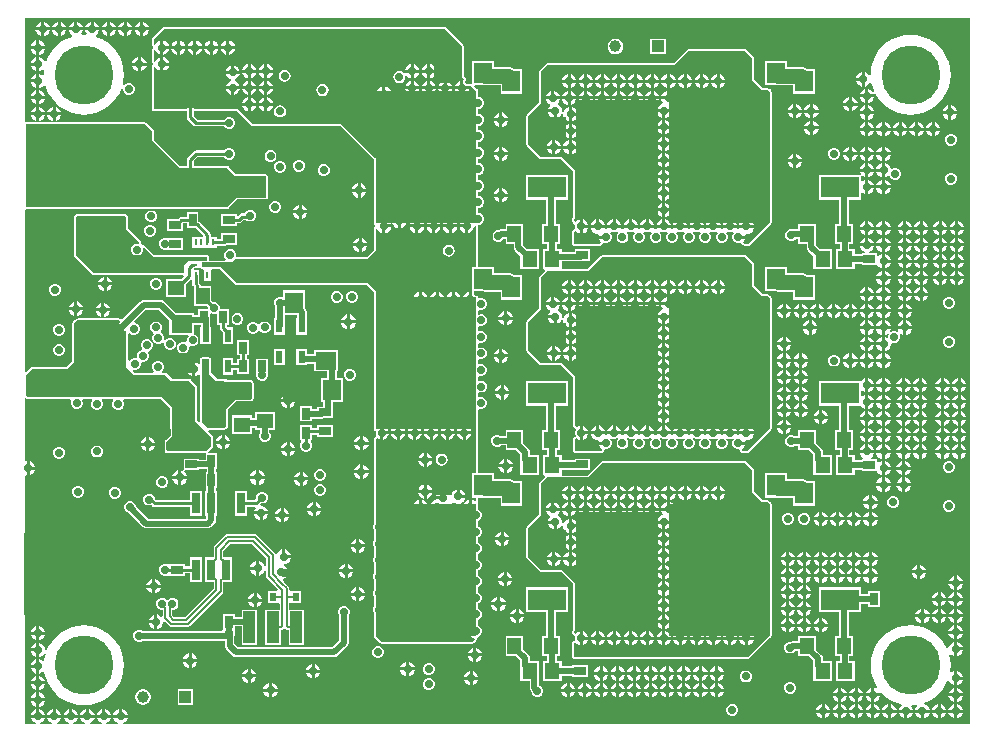
<source format=gtl>
G04*
G04 #@! TF.GenerationSoftware,Altium Limited,Altium Designer,23.3.1 (30)*
G04*
G04 Layer_Physical_Order=1*
G04 Layer_Color=255*
%FSLAX44Y44*%
%MOMM*%
G71*
G04*
G04 #@! TF.SameCoordinates,D690764C-15D9-45C2-B971-25477444B052*
G04*
G04*
G04 #@! TF.FilePolarity,Positive*
G04*
G01*
G75*
%ADD10C,0.2540*%
%ADD12C,0.1524*%
%ADD14R,1.2000X1.4000*%
%ADD15R,1.3000X1.4000*%
%ADD16R,1.5200X1.8000*%
%ADD17R,8.5000X11.2000*%
%ADD18R,3.2000X1.7500*%
%ADD19R,1.0000X0.7000*%
%ADD20R,7.0000X10.0000*%
%ADD21R,0.7000X1.0000*%
%ADD22R,0.6000X0.2500*%
%ADD23R,1.4000X0.2500*%
%ADD24R,0.2500X0.6000*%
%ADD25R,1.4000X1.3000*%
%ADD26R,0.6000X1.1000*%
%ADD27R,1.8000X1.5200*%
%ADD28R,1.4000X1.2000*%
%ADD29R,4.1000X3.2000*%
%ADD30R,2.0000X1.7000*%
%ADD31R,1.4500X3.9000*%
%ADD32R,1.4500X3.8000*%
%ADD33R,1.0000X2.7000*%
%ADD34R,0.6000X0.7000*%
%ADD35R,0.6500X1.7500*%
%ADD36R,2.5000X1.7000*%
%ADD37R,6.2000X3.3000*%
%ADD38R,10.0000X7.0000*%
%ADD68R,1.0000X1.0000*%
%ADD69C,1.0000*%
%ADD70C,0.5080*%
%ADD71C,1.2700*%
%ADD72C,5.0000*%
%ADD73C,0.7000*%
G36*
X1031000Y1744000D02*
Y1718000D01*
X1032931Y1716069D01*
X1032305Y1714899D01*
X1032270Y1714906D01*
Y1710270D01*
X1036906D01*
X1036899Y1710305D01*
X1038069Y1710931D01*
X1043000Y1706000D01*
Y1701761D01*
X1042643Y1701689D01*
X1040645Y1700355D01*
X1039310Y1698357D01*
X1039094Y1697270D01*
X1045000D01*
Y1694730D01*
X1039094D01*
X1039310Y1693643D01*
X1040645Y1691645D01*
X1042643Y1690310D01*
X1043000Y1690240D01*
Y1687760D01*
X1042643Y1687690D01*
X1040645Y1686355D01*
X1039310Y1684357D01*
X1039094Y1683270D01*
X1045000D01*
Y1680730D01*
X1039094D01*
X1039310Y1679643D01*
X1040645Y1677645D01*
X1042643Y1676310D01*
X1043000Y1676239D01*
Y1673761D01*
X1042643Y1673690D01*
X1040645Y1672355D01*
X1039310Y1670357D01*
X1039094Y1669270D01*
X1045000D01*
Y1666730D01*
X1039094D01*
X1039310Y1665643D01*
X1040645Y1663645D01*
X1042643Y1662310D01*
X1043000Y1662240D01*
Y1659760D01*
X1042643Y1659689D01*
X1040645Y1658355D01*
X1039310Y1656357D01*
X1039094Y1655270D01*
X1045000D01*
Y1652730D01*
X1039094D01*
X1039310Y1651643D01*
X1040645Y1649645D01*
X1042643Y1648310D01*
X1043000Y1648239D01*
Y1645760D01*
X1042643Y1645690D01*
X1040645Y1644355D01*
X1039310Y1642357D01*
X1039094Y1641270D01*
X1045000D01*
Y1638730D01*
X1039094D01*
X1039310Y1637643D01*
X1040645Y1635645D01*
X1042643Y1634310D01*
X1043000Y1634240D01*
Y1631761D01*
X1042643Y1631689D01*
X1040645Y1630355D01*
X1039310Y1628357D01*
X1039094Y1627270D01*
X1045000D01*
Y1624730D01*
X1039094D01*
X1039310Y1623643D01*
X1040645Y1621645D01*
X1042643Y1620311D01*
X1043000Y1620240D01*
Y1617760D01*
X1042643Y1617690D01*
X1040645Y1616355D01*
X1039310Y1614357D01*
X1038881Y1612198D01*
X1037761Y1611420D01*
X1037357Y1611689D01*
X1036270Y1611906D01*
Y1606000D01*
Y1600094D01*
X1037357Y1600310D01*
X1038220Y1600887D01*
X1038449Y1600776D01*
X1039249Y1600047D01*
X1038881Y1598198D01*
X1037761Y1597419D01*
X1037357Y1597690D01*
X1036270Y1597906D01*
Y1592000D01*
Y1586094D01*
X1037357Y1586310D01*
X1039355Y1587645D01*
X1040689Y1589643D01*
X1041012Y1591264D01*
X1042286Y1591949D01*
X1043000Y1591594D01*
Y1557524D01*
X1039976D01*
Y1537060D01*
X1039270Y1536341D01*
Y1530000D01*
Y1524094D01*
X1040119Y1524263D01*
X1041310Y1523643D01*
X1042645Y1521645D01*
X1043000Y1521409D01*
Y1516591D01*
X1042645Y1516355D01*
X1041310Y1514357D01*
X1040842Y1512000D01*
X1041310Y1509643D01*
X1042645Y1507645D01*
X1043000Y1507408D01*
Y1502592D01*
X1042645Y1502355D01*
X1041310Y1500357D01*
X1040842Y1498000D01*
X1041310Y1495643D01*
X1042645Y1493645D01*
X1043000Y1493409D01*
Y1488591D01*
X1042645Y1488355D01*
X1041310Y1486357D01*
X1040842Y1484000D01*
X1041310Y1481643D01*
X1042645Y1479645D01*
X1043000Y1479409D01*
Y1474592D01*
X1042645Y1474355D01*
X1041310Y1472357D01*
X1040842Y1470000D01*
X1041310Y1467643D01*
X1042645Y1465645D01*
X1043000Y1465408D01*
Y1460591D01*
X1042645Y1460355D01*
X1041310Y1458357D01*
X1040842Y1456000D01*
X1041310Y1453643D01*
X1042645Y1451645D01*
X1043000Y1451409D01*
Y1446591D01*
X1042645Y1446355D01*
X1041310Y1444357D01*
X1040842Y1442000D01*
X1041310Y1439643D01*
X1042645Y1437645D01*
X1043000Y1437408D01*
Y1383024D01*
X1039976D01*
Y1361976D01*
X1043000D01*
Y1359451D01*
X1041730Y1358772D01*
X1040357Y1359690D01*
X1039270Y1359906D01*
Y1354000D01*
X1038000D01*
Y1352730D01*
X1032094D01*
X1032310Y1351643D01*
X1033645Y1349645D01*
X1035643Y1348311D01*
X1035847Y1348270D01*
X1043000D01*
Y1345730D01*
X1037094D01*
X1037310Y1344643D01*
X1038645Y1342645D01*
X1040643Y1341310D01*
X1043000Y1340842D01*
Y1339158D01*
X1040643Y1338690D01*
X1038645Y1337355D01*
X1037310Y1335357D01*
X1037094Y1334270D01*
X1043000D01*
Y1331730D01*
X1037094D01*
X1037310Y1330643D01*
X1038645Y1328645D01*
X1040643Y1327310D01*
X1043000Y1326842D01*
Y1325158D01*
X1040643Y1324689D01*
X1038645Y1323355D01*
X1037310Y1321357D01*
X1037094Y1320270D01*
X1043000D01*
Y1317730D01*
X1037094D01*
X1037310Y1316643D01*
X1038645Y1314645D01*
X1040643Y1313310D01*
X1043000Y1312842D01*
Y1311158D01*
X1040643Y1310690D01*
X1038645Y1309355D01*
X1037310Y1307357D01*
X1037094Y1306270D01*
X1043000D01*
Y1303730D01*
X1037094D01*
X1037310Y1302643D01*
X1038645Y1300645D01*
X1040643Y1299310D01*
X1043000Y1298842D01*
Y1297158D01*
X1040643Y1296689D01*
X1038645Y1295355D01*
X1037310Y1293357D01*
X1037094Y1292270D01*
X1043000D01*
Y1289730D01*
X1037094D01*
X1037310Y1288643D01*
X1038645Y1286645D01*
X1040643Y1285310D01*
X1043000Y1284842D01*
Y1283158D01*
X1040643Y1282690D01*
X1038645Y1281355D01*
X1037310Y1279357D01*
X1037094Y1278270D01*
X1043000D01*
Y1275730D01*
X1037094D01*
X1037310Y1274643D01*
X1038645Y1272645D01*
X1040643Y1271310D01*
X1043000Y1270842D01*
Y1269158D01*
X1040643Y1268689D01*
X1038645Y1267355D01*
X1037310Y1265357D01*
X1037094Y1264270D01*
X1043000D01*
Y1261730D01*
X1037094D01*
X1037310Y1260643D01*
X1038645Y1258645D01*
X1040643Y1257310D01*
X1043000Y1256842D01*
Y1255158D01*
X1040643Y1254689D01*
X1038645Y1253355D01*
X1037310Y1251357D01*
X1037094Y1250270D01*
X1043000D01*
Y1247730D01*
X1037094D01*
X1037310Y1246643D01*
X1038645Y1244645D01*
X1040643Y1243310D01*
X1041547Y1243131D01*
X1041915Y1241915D01*
X1040000Y1240000D01*
X963000D01*
X958000Y1245000D01*
Y1260329D01*
X959270Y1261186D01*
X959730Y1261094D01*
Y1267000D01*
Y1272915D01*
X958614Y1273787D01*
Y1274213D01*
X959730Y1275085D01*
Y1281000D01*
Y1286915D01*
X958614Y1287787D01*
Y1288213D01*
X959730Y1289085D01*
Y1295000D01*
Y1300915D01*
X958614Y1301787D01*
Y1302213D01*
X959730Y1303085D01*
Y1309000D01*
Y1314915D01*
X958614Y1315787D01*
Y1316213D01*
X959730Y1317085D01*
Y1323000D01*
Y1328915D01*
X958614Y1329787D01*
Y1330213D01*
X959730Y1331085D01*
Y1337000D01*
Y1342906D01*
X959270Y1342814D01*
X958000Y1343671D01*
Y1411549D01*
X959270Y1412228D01*
X960643Y1411310D01*
X961730Y1411094D01*
Y1417000D01*
X963000D01*
Y1418270D01*
X968906D01*
X968690Y1419357D01*
X967355Y1421355D01*
X966591Y1421865D01*
Y1423135D01*
X967355Y1423645D01*
X968690Y1425643D01*
X968906Y1426730D01*
X963000D01*
Y1428000D01*
X961730D01*
Y1433906D01*
X960643Y1433690D01*
X959270Y1432772D01*
X958000Y1433451D01*
Y1436549D01*
X959270Y1437228D01*
X960643Y1436310D01*
X961730Y1436094D01*
Y1442000D01*
Y1447906D01*
X960643Y1447690D01*
X959270Y1446772D01*
X958000Y1447451D01*
Y1450549D01*
X959270Y1451228D01*
X960643Y1450311D01*
X961730Y1450094D01*
Y1456000D01*
Y1461906D01*
X960643Y1461690D01*
X959270Y1460772D01*
X958000Y1461451D01*
Y1464549D01*
X959270Y1465228D01*
X960643Y1464310D01*
X961730Y1464094D01*
Y1470000D01*
Y1475906D01*
X960643Y1475690D01*
X959270Y1474772D01*
X958000Y1475451D01*
Y1478549D01*
X959270Y1479228D01*
X960643Y1478311D01*
X961730Y1478094D01*
Y1484000D01*
Y1489906D01*
X960643Y1489690D01*
X959270Y1488772D01*
X958000Y1489451D01*
Y1492549D01*
X959270Y1493228D01*
X960643Y1492310D01*
X961730Y1492094D01*
Y1498000D01*
Y1503906D01*
X960643Y1503690D01*
X959270Y1502772D01*
X958000Y1503451D01*
Y1506549D01*
X959270Y1507228D01*
X960643Y1506310D01*
X961730Y1506094D01*
Y1512000D01*
Y1517906D01*
X960643Y1517690D01*
X959270Y1516772D01*
X958000Y1517451D01*
Y1536800D01*
X951000Y1543800D01*
X840200D01*
X827000Y1557000D01*
X811000D01*
Y1561000D01*
X836000D01*
X837886Y1562886D01*
X838622Y1563378D01*
X839038Y1564000D01*
X951000D01*
X958000Y1571000D01*
Y1589722D01*
X959270Y1589847D01*
X959311Y1589643D01*
X960645Y1587645D01*
X962643Y1586310D01*
X963730Y1586094D01*
Y1592000D01*
Y1597906D01*
X962643Y1597690D01*
X960645Y1596355D01*
X959311Y1594357D01*
X959270Y1594153D01*
X958000Y1594278D01*
Y1603722D01*
X959270Y1603847D01*
X959311Y1603643D01*
X960645Y1601645D01*
X962643Y1600310D01*
X963730Y1600094D01*
Y1606000D01*
Y1611906D01*
X962643Y1611689D01*
X960645Y1610355D01*
X959311Y1608357D01*
X959270Y1608153D01*
X958000Y1608278D01*
Y1617722D01*
X959270Y1617847D01*
X959311Y1617643D01*
X960645Y1615645D01*
X962643Y1614310D01*
X963730Y1614094D01*
Y1620000D01*
Y1625906D01*
X962643Y1625690D01*
X960645Y1624355D01*
X959311Y1622357D01*
X959270Y1622153D01*
X958000Y1622278D01*
Y1631722D01*
X959270Y1631847D01*
X959311Y1631643D01*
X960645Y1629645D01*
X962643Y1628310D01*
X963730Y1628094D01*
Y1634000D01*
Y1639906D01*
X962643Y1639689D01*
X960645Y1638355D01*
X959311Y1636357D01*
X959270Y1636153D01*
X958000Y1636278D01*
Y1645722D01*
X959270Y1645847D01*
X959311Y1645643D01*
X960645Y1643645D01*
X962643Y1642310D01*
X963730Y1642094D01*
Y1648000D01*
Y1653906D01*
X962643Y1653690D01*
X960645Y1652355D01*
X959311Y1650357D01*
X959115Y1649374D01*
X957788Y1649212D01*
X929000Y1678000D01*
X854000D01*
X841000Y1691000D01*
X803849D01*
Y1707500D01*
X803632Y1708590D01*
X803014Y1709514D01*
X802090Y1710132D01*
X801000Y1710349D01*
X799910Y1710132D01*
X798986Y1709514D01*
X798368Y1708590D01*
X798151Y1707500D01*
Y1691000D01*
X770000D01*
Y1726721D01*
X771270Y1726847D01*
X771310Y1726643D01*
X772645Y1724645D01*
X774643Y1723310D01*
X775730Y1723094D01*
Y1729000D01*
Y1734906D01*
X774643Y1734689D01*
X772645Y1733355D01*
X771310Y1731357D01*
X771270Y1731153D01*
X770000Y1731279D01*
Y1740721D01*
X771270Y1740847D01*
X771310Y1740643D01*
X772645Y1738645D01*
X774643Y1737310D01*
X775730Y1737094D01*
Y1743000D01*
Y1748906D01*
X774643Y1748690D01*
X772645Y1747355D01*
X771310Y1745357D01*
X771270Y1745153D01*
X770000Y1745278D01*
Y1750000D01*
X779000Y1759000D01*
X1016000D01*
X1031000Y1744000D01*
D02*
G37*
G36*
X663000Y1768000D02*
X1461000D01*
Y1170000D01*
X744202D01*
X743950Y1171270D01*
X745421Y1171880D01*
X747121Y1173579D01*
X748012Y1175730D01*
X735988D01*
X736880Y1173579D01*
X738579Y1171880D01*
X740050Y1171270D01*
X739798Y1170000D01*
X730202D01*
X729950Y1171270D01*
X731421Y1171880D01*
X733120Y1173579D01*
X734012Y1175730D01*
X721988D01*
X722879Y1173579D01*
X724579Y1171880D01*
X726050Y1171270D01*
X725798Y1170000D01*
X716202D01*
X715950Y1171270D01*
X717421Y1171880D01*
X719120Y1173579D01*
X720012Y1175730D01*
X707988D01*
X708879Y1173579D01*
X710579Y1171880D01*
X712050Y1171270D01*
X711798Y1170000D01*
X702202D01*
X701950Y1171270D01*
X703421Y1171880D01*
X705120Y1173579D01*
X706012Y1175730D01*
X693988D01*
X694880Y1173579D01*
X696579Y1171880D01*
X698050Y1171270D01*
X697798Y1170000D01*
X688202D01*
X687950Y1171270D01*
X689421Y1171880D01*
X691121Y1173579D01*
X692012Y1175730D01*
X679988D01*
X680880Y1173579D01*
X682579Y1171880D01*
X684050Y1171270D01*
X683798Y1170000D01*
X674202D01*
X673950Y1171270D01*
X675421Y1171880D01*
X677121Y1173579D01*
X678012Y1175730D01*
X665988D01*
X666880Y1173579D01*
X668579Y1171880D01*
X670050Y1171270D01*
X669798Y1170000D01*
X661000D01*
Y1380562D01*
X662056Y1381268D01*
X662730Y1380988D01*
Y1387000D01*
Y1393012D01*
X662056Y1392732D01*
X661000Y1393438D01*
Y1446008D01*
X662173Y1446494D01*
X662834Y1445834D01*
X664000Y1445350D01*
X699586D01*
X700424Y1444080D01*
X699976Y1442999D01*
Y1441001D01*
X700741Y1439154D01*
X702154Y1437741D01*
X704001Y1436976D01*
X705999D01*
X707846Y1437741D01*
X709259Y1439154D01*
X710024Y1441001D01*
Y1442999D01*
X709576Y1444080D01*
X710414Y1445350D01*
X717449D01*
X717975Y1444080D01*
X717741Y1443846D01*
X716976Y1441999D01*
Y1440001D01*
X717741Y1438154D01*
X719154Y1436741D01*
X721001Y1435976D01*
X722999D01*
X724846Y1436741D01*
X726259Y1438154D01*
X727024Y1440001D01*
Y1441999D01*
X726259Y1443846D01*
X726025Y1444080D01*
X726551Y1445350D01*
X735449D01*
X735975Y1444080D01*
X735741Y1443846D01*
X734976Y1441999D01*
Y1440001D01*
X735741Y1438154D01*
X737154Y1436741D01*
X739001Y1435976D01*
X740999D01*
X742846Y1436741D01*
X744259Y1438154D01*
X745024Y1440001D01*
Y1441999D01*
X744259Y1443846D01*
X744025Y1444080D01*
X744551Y1445350D01*
X776317D01*
X784226Y1437441D01*
Y1419976D01*
X784350D01*
Y1414683D01*
X780691Y1411024D01*
X779476D01*
Y1409303D01*
X779350Y1409000D01*
Y1402000D01*
X779476Y1401697D01*
Y1400976D01*
X779775D01*
X779834Y1400834D01*
X780834Y1399834D01*
X782000Y1399350D01*
X813221D01*
X813976Y1399350D01*
X813976Y1398351D01*
Y1394144D01*
X808524D01*
Y1395024D01*
X795476D01*
X795476Y1385879D01*
X795476Y1385473D01*
X795041Y1385106D01*
X795041D01*
X795041Y1385106D01*
Y1385106D01*
X793879Y1384759D01*
X793270Y1385012D01*
Y1380270D01*
X798012D01*
X797121Y1382421D01*
X796397Y1383144D01*
X796096Y1384334D01*
X796096Y1384334D01*
X796096D01*
X796362Y1384976D01*
X796540Y1384976D01*
X796540Y1384976D01*
X796540Y1384976D01*
X808524D01*
Y1385856D01*
X814856D01*
Y1383524D01*
X813976D01*
Y1370476D01*
X814681D01*
Y1367274D01*
X813876D01*
Y1346726D01*
X814506D01*
Y1344692D01*
X813958Y1344144D01*
X765716D01*
X755024Y1354836D01*
Y1354999D01*
X754259Y1356846D01*
X752846Y1358259D01*
X750999Y1359024D01*
X749001D01*
X747154Y1358259D01*
X745741Y1356846D01*
X744976Y1354999D01*
Y1353001D01*
X745741Y1351154D01*
X747154Y1349741D01*
X749001Y1348976D01*
X749164D01*
X761070Y1337070D01*
X762414Y1336172D01*
X764000Y1335856D01*
X815674D01*
X817260Y1336172D01*
X818604Y1337070D01*
X821580Y1340046D01*
X822478Y1341390D01*
X822794Y1342976D01*
Y1346726D01*
X823424D01*
Y1367274D01*
X822969D01*
Y1370476D01*
X824024D01*
Y1383524D01*
X823144D01*
Y1386476D01*
X824024D01*
Y1399524D01*
X816653D01*
X816127Y1400794D01*
X820166Y1404834D01*
X820650Y1406000D01*
Y1413000D01*
X820166Y1414166D01*
X816252Y1418080D01*
X816778Y1419350D01*
X830000D01*
X831166Y1419834D01*
X831309Y1419976D01*
X831774D01*
Y1420441D01*
X832166Y1420834D01*
X832650Y1422000D01*
Y1436317D01*
X839683Y1443350D01*
X852000D01*
X853166Y1443834D01*
X854166Y1444834D01*
X854650Y1446000D01*
Y1459000D01*
X854166Y1460166D01*
X853166Y1461166D01*
X852000Y1461650D01*
X831774D01*
Y1462024D01*
X824309D01*
X818650Y1467683D01*
Y1479000D01*
X818524Y1479303D01*
Y1480024D01*
X818225D01*
X818166Y1480166D01*
X817000Y1480650D01*
X811000D01*
X809834Y1480166D01*
X809775Y1480024D01*
X809476D01*
Y1479303D01*
X809350Y1479000D01*
Y1475988D01*
X808080Y1475461D01*
X807421Y1476120D01*
X805270Y1477012D01*
Y1471000D01*
Y1464988D01*
X807421Y1465880D01*
X808080Y1466539D01*
X809350Y1466013D01*
Y1426779D01*
X808080Y1426252D01*
X806650Y1427683D01*
Y1456000D01*
X806166Y1457166D01*
X801774Y1461559D01*
Y1462024D01*
X801309D01*
X801166Y1462166D01*
X800000Y1462650D01*
X785683D01*
X781166Y1467166D01*
X780000Y1467650D01*
X777551D01*
X777025Y1468920D01*
X777956Y1469851D01*
X778720Y1471697D01*
Y1473696D01*
X777956Y1475542D01*
X776542Y1476956D01*
X774696Y1477720D01*
X772697D01*
X770851Y1476956D01*
X769437Y1475542D01*
X768672Y1473696D01*
Y1471697D01*
X769437Y1469851D01*
X770368Y1468920D01*
X769842Y1467650D01*
X753683D01*
X752530Y1468803D01*
X752842Y1469581D01*
X753153Y1469976D01*
X754999D01*
X756846Y1470741D01*
X758259Y1472154D01*
X759024Y1474001D01*
Y1475999D01*
X758968Y1476134D01*
X759866Y1477032D01*
X760001Y1476976D01*
X761999D01*
X763846Y1477741D01*
X765259Y1479154D01*
X766024Y1481001D01*
Y1482999D01*
X765314Y1484714D01*
X765309Y1484983D01*
X765740Y1486161D01*
X767140Y1486741D01*
X768553Y1488154D01*
X769318Y1490001D01*
Y1491999D01*
X768669Y1493567D01*
X769741Y1494154D01*
X771154Y1492741D01*
X773001Y1491976D01*
X774999D01*
X776846Y1492741D01*
X777953Y1493848D01*
X779029Y1493129D01*
X778976Y1492999D01*
Y1491001D01*
X779741Y1489154D01*
X781154Y1487741D01*
X783001Y1486976D01*
X784999D01*
X786846Y1487741D01*
X788259Y1489154D01*
X788803Y1490466D01*
X789976Y1489999D01*
Y1488001D01*
X790741Y1486154D01*
X792154Y1484741D01*
X794001Y1483976D01*
X795999D01*
X797846Y1484741D01*
X799259Y1486154D01*
X800024Y1488001D01*
Y1489420D01*
X801111Y1490286D01*
X801197Y1490309D01*
X802001Y1489976D01*
X803999D01*
X805846Y1490741D01*
X807259Y1492154D01*
X808024Y1494001D01*
Y1495999D01*
X807259Y1497846D01*
X805846Y1499259D01*
X805605Y1499359D01*
X804524Y1499976D01*
X804524D01*
X804524Y1499976D01*
Y1508396D01*
X809856D01*
Y1506024D01*
X809476D01*
Y1491976D01*
X818524D01*
Y1506024D01*
X818144D01*
Y1510580D01*
X818144Y1510580D01*
X818104Y1510781D01*
Y1514040D01*
X818024Y1514440D01*
Y1517142D01*
X819080Y1517847D01*
X819844Y1517531D01*
X821842D01*
X822706Y1517889D01*
X823976Y1517040D01*
Y1508476D01*
X826151D01*
Y1505500D01*
X826151Y1505500D01*
X826368Y1504410D01*
X826986Y1503486D01*
X828476Y1501995D01*
Y1491976D01*
X837524D01*
Y1506024D01*
X832505D01*
X831849Y1506680D01*
Y1508476D01*
X834024D01*
Y1521524D01*
X825888D01*
X825867Y1521556D01*
Y1523555D01*
X825102Y1525401D01*
X823689Y1526814D01*
X821842Y1527579D01*
X819950D01*
X819024Y1528505D01*
Y1541524D01*
X810752D01*
X809619Y1541940D01*
X809402Y1543030D01*
X808784Y1543954D01*
X808784Y1543954D01*
X808369Y1544370D01*
Y1549980D01*
X808369Y1549980D01*
X808274Y1550456D01*
Y1554524D01*
X804592D01*
X804252Y1554868D01*
X803928Y1555794D01*
X804286Y1556208D01*
X804376Y1556226D01*
X808524D01*
Y1556226D01*
X809733Y1556078D01*
X809834Y1555834D01*
X811000Y1555350D01*
X811798D01*
X812726Y1554524D01*
X812726Y1554080D01*
Y1545476D01*
X818274D01*
Y1554080D01*
X818274Y1554524D01*
X819202Y1555350D01*
X826317D01*
X839034Y1542634D01*
X840200Y1542150D01*
X950317D01*
X956350Y1536117D01*
Y1517451D01*
X956446Y1517220D01*
X956421Y1516972D01*
X956678Y1516659D01*
X956726Y1516544D01*
Y1507456D01*
X956678Y1507341D01*
X956422Y1507028D01*
X956446Y1506780D01*
X956350Y1506549D01*
Y1503451D01*
X956446Y1503220D01*
X956421Y1502972D01*
X956678Y1502659D01*
X956726Y1502544D01*
Y1493456D01*
X956678Y1493341D01*
X956422Y1493028D01*
X956446Y1492780D01*
X956350Y1492549D01*
Y1489451D01*
X956446Y1489220D01*
X956421Y1488972D01*
X956678Y1488659D01*
X956726Y1488544D01*
Y1479456D01*
X956678Y1479341D01*
X956422Y1479028D01*
X956446Y1478780D01*
X956350Y1478549D01*
Y1475451D01*
X956446Y1475220D01*
X956421Y1474972D01*
X956678Y1474659D01*
X956726Y1474544D01*
Y1465456D01*
X956678Y1465341D01*
X956422Y1465028D01*
X956446Y1464780D01*
X956350Y1464549D01*
Y1461451D01*
X956446Y1461220D01*
X956421Y1460972D01*
X956678Y1460659D01*
X956726Y1460544D01*
Y1451456D01*
X956678Y1451341D01*
X956422Y1451028D01*
X956446Y1450780D01*
X956350Y1450549D01*
Y1447451D01*
X956446Y1447220D01*
X956421Y1446972D01*
X956678Y1446659D01*
X956726Y1446544D01*
Y1437456D01*
X956678Y1437341D01*
X956422Y1437028D01*
X956446Y1436780D01*
X956350Y1436549D01*
Y1433451D01*
X956446Y1433220D01*
X956421Y1432972D01*
X956678Y1432659D01*
X956726Y1432544D01*
Y1417976D01*
X957976D01*
Y1416001D01*
X958411Y1414951D01*
X958477Y1413917D01*
X957816Y1413321D01*
X957222Y1413004D01*
X957064Y1412811D01*
X956834Y1412716D01*
X956678Y1412341D01*
X956422Y1412028D01*
X956446Y1411780D01*
X956350Y1411549D01*
Y1343671D01*
X956414Y1343518D01*
X956381Y1343356D01*
X956648Y1342952D01*
X956726Y1342764D01*
Y1339810D01*
X955976Y1337999D01*
Y1336001D01*
X956726Y1334190D01*
Y1325810D01*
X955976Y1323999D01*
Y1322001D01*
X956726Y1320190D01*
Y1311810D01*
X955976Y1309999D01*
Y1308001D01*
X956726Y1306190D01*
Y1297810D01*
X955976Y1295999D01*
Y1294001D01*
X956726Y1292190D01*
Y1283810D01*
X955976Y1281999D01*
Y1280001D01*
X956726Y1278190D01*
Y1269810D01*
X955976Y1267999D01*
Y1266001D01*
X956726Y1264190D01*
Y1261236D01*
X956648Y1261048D01*
X956381Y1260644D01*
X956414Y1260482D01*
X956350Y1260329D01*
Y1245000D01*
X956726Y1244093D01*
Y1243476D01*
X957191D01*
X961834Y1238834D01*
X963000Y1238350D01*
X1040000D01*
X1041166Y1238834D01*
X1043082Y1240749D01*
X1043177Y1240980D01*
X1043370Y1241138D01*
X1043410Y1241541D01*
X1043565Y1241915D01*
X1043469Y1242146D01*
X1043494Y1242394D01*
X1043475Y1242456D01*
X1044232Y1243476D01*
X1044774D01*
Y1244297D01*
X1045846Y1244741D01*
X1047259Y1246154D01*
X1048024Y1248001D01*
Y1249999D01*
X1047259Y1251846D01*
X1045846Y1253259D01*
X1044774Y1253703D01*
Y1258297D01*
X1045846Y1258741D01*
X1047259Y1260154D01*
X1048024Y1262001D01*
Y1263999D01*
X1047259Y1265846D01*
X1045846Y1267259D01*
X1044774Y1267703D01*
Y1272297D01*
X1045846Y1272741D01*
X1047259Y1274154D01*
X1048024Y1276001D01*
Y1277999D01*
X1047259Y1279846D01*
X1045846Y1281259D01*
X1044774Y1281703D01*
Y1286297D01*
X1045846Y1286741D01*
X1047259Y1288154D01*
X1048024Y1290001D01*
Y1291999D01*
X1047259Y1293846D01*
X1045846Y1295259D01*
X1044774Y1295703D01*
Y1300297D01*
X1045846Y1300741D01*
X1047259Y1302154D01*
X1048024Y1304001D01*
Y1305999D01*
X1047259Y1307846D01*
X1045846Y1309259D01*
X1044774Y1309703D01*
Y1314297D01*
X1045846Y1314741D01*
X1047259Y1316154D01*
X1048024Y1318001D01*
Y1319999D01*
X1047259Y1321846D01*
X1045846Y1323259D01*
X1044774Y1323703D01*
Y1328297D01*
X1045846Y1328741D01*
X1047259Y1330154D01*
X1048024Y1332001D01*
Y1333999D01*
X1047259Y1335846D01*
X1045846Y1337259D01*
X1044774Y1337703D01*
Y1342297D01*
X1045846Y1342741D01*
X1047259Y1344154D01*
X1048024Y1346001D01*
Y1347999D01*
X1047259Y1349846D01*
X1045846Y1351259D01*
X1044774Y1351703D01*
Y1358524D01*
X1044774Y1358524D01*
X1044650Y1359451D01*
Y1361976D01*
X1049834D01*
X1050350Y1361908D01*
X1050350Y1361908D01*
X1063776D01*
Y1354976D01*
X1082024D01*
Y1376024D01*
X1074838D01*
X1073921Y1376728D01*
X1072005Y1377521D01*
X1070978Y1377657D01*
X1069950Y1377792D01*
X1069950Y1377792D01*
X1058224D01*
Y1383024D01*
X1044650D01*
Y1417976D01*
X1044774D01*
Y1436341D01*
X1045830Y1437047D01*
X1046001Y1436976D01*
X1047999D01*
X1049846Y1437741D01*
X1051259Y1439154D01*
X1052024Y1441001D01*
Y1442999D01*
X1051259Y1444846D01*
X1049846Y1446259D01*
X1047999Y1447024D01*
X1046001D01*
X1045830Y1446953D01*
X1044774Y1447659D01*
Y1450341D01*
X1045830Y1451047D01*
X1046001Y1450976D01*
X1047999D01*
X1049846Y1451741D01*
X1051259Y1453154D01*
X1052024Y1455001D01*
Y1456999D01*
X1051259Y1458846D01*
X1049846Y1460259D01*
X1047999Y1461024D01*
X1046001D01*
X1045830Y1460953D01*
X1044774Y1461659D01*
Y1464341D01*
X1045830Y1465047D01*
X1046001Y1464976D01*
X1047999D01*
X1049846Y1465741D01*
X1051259Y1467154D01*
X1052024Y1469001D01*
Y1470999D01*
X1051259Y1472846D01*
X1049846Y1474259D01*
X1047999Y1475024D01*
X1046001D01*
X1045830Y1474953D01*
X1044774Y1475659D01*
Y1478341D01*
X1045830Y1479047D01*
X1046001Y1478976D01*
X1047999D01*
X1049846Y1479741D01*
X1051259Y1481154D01*
X1052024Y1483001D01*
Y1484999D01*
X1051259Y1486846D01*
X1049846Y1488259D01*
X1047999Y1489024D01*
X1046001D01*
X1045830Y1488953D01*
X1044774Y1489659D01*
Y1492341D01*
X1045830Y1493047D01*
X1046001Y1492976D01*
X1047999D01*
X1049846Y1493741D01*
X1051259Y1495154D01*
X1052024Y1497001D01*
Y1498999D01*
X1051259Y1500846D01*
X1049846Y1502259D01*
X1047999Y1503024D01*
X1046001D01*
X1045830Y1502953D01*
X1044774Y1503659D01*
Y1506341D01*
X1045830Y1507047D01*
X1046001Y1506976D01*
X1047999D01*
X1049846Y1507741D01*
X1051259Y1509154D01*
X1052024Y1511001D01*
Y1512999D01*
X1051259Y1514846D01*
X1049846Y1516259D01*
X1047999Y1517024D01*
X1046001D01*
X1045830Y1516953D01*
X1044774Y1517659D01*
Y1520341D01*
X1045830Y1521047D01*
X1046001Y1520976D01*
X1047999D01*
X1049846Y1521741D01*
X1051259Y1523154D01*
X1052024Y1525001D01*
Y1526999D01*
X1051259Y1528846D01*
X1049846Y1530259D01*
X1047999Y1531024D01*
X1046001D01*
X1045830Y1530953D01*
X1044774Y1531659D01*
Y1533024D01*
X1042081D01*
X1040920Y1534185D01*
Y1535667D01*
X1041153Y1535905D01*
X1041384Y1536476D01*
X1049834D01*
X1050350Y1536408D01*
X1050350Y1536408D01*
X1063776D01*
Y1529476D01*
X1082024D01*
Y1550524D01*
X1074838D01*
X1073921Y1551228D01*
X1072005Y1552021D01*
X1070978Y1552157D01*
X1069950Y1552292D01*
X1069950Y1552292D01*
X1058224D01*
Y1557524D01*
X1044650D01*
Y1591594D01*
X1044732Y1592175D01*
X1044799Y1592333D01*
X1045500Y1592976D01*
X1045999D01*
X1047846Y1593741D01*
X1049259Y1595154D01*
X1050024Y1597001D01*
Y1598999D01*
X1049259Y1600846D01*
X1047846Y1602259D01*
X1045999Y1603024D01*
X1044774D01*
Y1606976D01*
X1045999D01*
X1047846Y1607741D01*
X1049259Y1609154D01*
X1050024Y1611001D01*
Y1612999D01*
X1049259Y1614846D01*
X1047846Y1616259D01*
X1045999Y1617024D01*
X1044774D01*
Y1620976D01*
X1045999D01*
X1047846Y1621741D01*
X1049259Y1623154D01*
X1050024Y1625001D01*
Y1626999D01*
X1049259Y1628846D01*
X1047846Y1630259D01*
X1045999Y1631024D01*
X1044774D01*
Y1634976D01*
X1045999D01*
X1047846Y1635741D01*
X1049259Y1637154D01*
X1050024Y1639001D01*
Y1640999D01*
X1049259Y1642846D01*
X1047846Y1644259D01*
X1045999Y1645024D01*
X1044774D01*
Y1648976D01*
X1045999D01*
X1047846Y1649741D01*
X1049259Y1651154D01*
X1050024Y1653001D01*
Y1654999D01*
X1049259Y1656846D01*
X1047846Y1658259D01*
X1045999Y1659024D01*
X1044774D01*
Y1662976D01*
X1045999D01*
X1047846Y1663741D01*
X1049259Y1665154D01*
X1050024Y1667001D01*
Y1668999D01*
X1049259Y1670846D01*
X1047846Y1672259D01*
X1045999Y1673024D01*
X1044774D01*
Y1676976D01*
X1045999D01*
X1047846Y1677741D01*
X1049259Y1679154D01*
X1050024Y1681001D01*
Y1682999D01*
X1049259Y1684846D01*
X1047846Y1686259D01*
X1045999Y1687024D01*
X1044774D01*
Y1690976D01*
X1045999D01*
X1047846Y1691741D01*
X1049259Y1693154D01*
X1050024Y1695001D01*
Y1696999D01*
X1049259Y1698846D01*
X1047846Y1700259D01*
X1045999Y1701024D01*
X1044774D01*
Y1707524D01*
X1043809D01*
X1041530Y1709803D01*
X1042016Y1710976D01*
X1049834D01*
X1050350Y1710908D01*
X1050350Y1710908D01*
X1063776D01*
Y1703976D01*
X1082024D01*
Y1725024D01*
X1074838D01*
X1073921Y1725728D01*
X1072005Y1726521D01*
X1070978Y1726657D01*
X1069950Y1726792D01*
X1069950Y1726792D01*
X1058224D01*
Y1732024D01*
X1039976D01*
Y1713016D01*
X1039206Y1712488D01*
X1038706Y1712380D01*
X1038548Y1712509D01*
X1038300Y1712485D01*
X1038069Y1712580D01*
X1037695Y1712425D01*
X1037291Y1712386D01*
X1036420Y1711920D01*
X1035185D01*
X1033920Y1713185D01*
Y1714420D01*
X1034386Y1715291D01*
X1034425Y1715695D01*
X1034580Y1716069D01*
X1034485Y1716300D01*
X1034509Y1716548D01*
X1034252Y1716861D01*
X1034097Y1717236D01*
X1032650Y1718683D01*
Y1744000D01*
X1032166Y1745166D01*
X1017166Y1760166D01*
X1016000Y1760650D01*
X779000D01*
X777834Y1760166D01*
X768834Y1751166D01*
X768350Y1750000D01*
Y1745278D01*
X768563Y1744764D01*
X768725Y1744232D01*
X768801Y1744191D01*
X768834Y1744112D01*
X769348Y1743899D01*
X769838Y1743637D01*
Y1742363D01*
X769348Y1742101D01*
X768834Y1741888D01*
X768801Y1741808D01*
X768725Y1741768D01*
X768563Y1741236D01*
X768350Y1740721D01*
Y1731279D01*
X768563Y1730764D01*
X768725Y1730232D01*
X768801Y1730191D01*
X768834Y1730112D01*
X769348Y1729899D01*
X769838Y1729637D01*
Y1728363D01*
X769348Y1728101D01*
X768834Y1727888D01*
X768801Y1727809D01*
X768725Y1727768D01*
X768563Y1727236D01*
X768350Y1726721D01*
Y1691000D01*
X768476Y1690697D01*
Y1689476D01*
X769697D01*
X770000Y1689350D01*
X798151D01*
Y1684000D01*
X798151Y1684000D01*
X798368Y1682910D01*
X798986Y1681986D01*
X803986Y1676986D01*
X804910Y1676368D01*
X806000Y1676151D01*
X806000Y1676151D01*
X829744D01*
X831154Y1674741D01*
X833001Y1673976D01*
X834999D01*
X836846Y1674741D01*
X838259Y1676154D01*
X839024Y1678001D01*
Y1679999D01*
X838259Y1681846D01*
X836846Y1683259D01*
X834999Y1684024D01*
X833001D01*
X831154Y1683259D01*
X829744Y1681849D01*
X807180D01*
X803849Y1685180D01*
Y1689350D01*
X840317D01*
X852834Y1676834D01*
X854000Y1676350D01*
X928317D01*
X956621Y1648046D01*
X956719Y1648005D01*
X956726Y1647993D01*
Y1646769D01*
X956725Y1646768D01*
X956563Y1646236D01*
X956350Y1645722D01*
Y1636278D01*
X956563Y1635764D01*
X956725Y1635232D01*
X956726Y1635231D01*
Y1632769D01*
X956725Y1632768D01*
X956563Y1632236D01*
X956350Y1631722D01*
Y1622278D01*
X956563Y1621764D01*
X956725Y1621232D01*
X956726Y1621231D01*
Y1618769D01*
X956725Y1618768D01*
X956563Y1618236D01*
X956350Y1617722D01*
Y1608278D01*
X956563Y1607764D01*
X956725Y1607232D01*
X956726Y1607231D01*
Y1604769D01*
X956725Y1604768D01*
X956563Y1604236D01*
X956350Y1603722D01*
Y1594278D01*
X956563Y1593764D01*
X956725Y1593232D01*
X956726Y1593231D01*
Y1592476D01*
X957226D01*
X957544Y1591206D01*
X957348Y1591101D01*
X956834Y1590888D01*
X956801Y1590809D01*
X956725Y1590768D01*
X956563Y1590236D01*
X956350Y1589722D01*
Y1571683D01*
X950317Y1565650D01*
X840259D01*
X840024Y1566001D01*
Y1567999D01*
X839259Y1569846D01*
X837846Y1571259D01*
X835999Y1572024D01*
X834001D01*
X832154Y1571259D01*
X830741Y1569846D01*
X829976Y1567999D01*
Y1566001D01*
X830741Y1564154D01*
X830975Y1563920D01*
X830449Y1562650D01*
X816650D01*
Y1566000D01*
X816524Y1566303D01*
Y1566774D01*
X816329D01*
X816166Y1567166D01*
X815000Y1567650D01*
X770683D01*
X763139Y1575193D01*
X762695Y1575378D01*
X762295Y1575645D01*
X762129Y1575612D01*
X761973Y1575677D01*
X761120Y1575421D01*
X759421Y1577120D01*
X759677Y1577973D01*
X759612Y1578129D01*
X759645Y1578295D01*
X759378Y1578695D01*
X759193Y1579139D01*
X748650Y1589683D01*
Y1599000D01*
X748166Y1600166D01*
X747166Y1601166D01*
X746000Y1601650D01*
X705000D01*
X703834Y1601166D01*
X703191Y1600524D01*
X702976D01*
Y1600309D01*
X702834Y1600166D01*
X702350Y1599000D01*
Y1567000D01*
X702834Y1565833D01*
X702976Y1565691D01*
Y1565476D01*
X703191D01*
X717834Y1550834D01*
X719000Y1550350D01*
X795026D01*
X795552Y1549080D01*
X793495Y1547024D01*
X780476D01*
Y1531976D01*
X797524D01*
Y1542995D01*
X801401Y1546873D01*
X802671Y1546346D01*
Y1543190D01*
X802671Y1543190D01*
X802888Y1542100D01*
X803506Y1541176D01*
X803921Y1540760D01*
Y1537730D01*
X803921Y1537730D01*
X803976Y1537455D01*
Y1524476D01*
X814995D01*
X815848Y1523624D01*
X815819Y1523555D01*
Y1521556D01*
X815798Y1521524D01*
X807976D01*
Y1516684D01*
X804524D01*
Y1518224D01*
X789336D01*
X779630Y1527930D01*
X778286Y1528828D01*
X776700Y1529144D01*
X761500D01*
X759914Y1528828D01*
X758570Y1527930D01*
X743446Y1512806D01*
X742147Y1513166D01*
X741844Y1513292D01*
X741612Y1513524D01*
X741284D01*
X740981Y1513650D01*
X706000D01*
X705556Y1513466D01*
X705085Y1513372D01*
X702085Y1511373D01*
X701991Y1511231D01*
X701834Y1511166D01*
X701650Y1510723D01*
X701383Y1510323D01*
X701415Y1510157D01*
X701350Y1510000D01*
Y1477683D01*
X696317Y1472650D01*
X667000D01*
X665834Y1472166D01*
X662270Y1468603D01*
X661000Y1469129D01*
Y1605513D01*
X662000Y1606350D01*
X832000D01*
X832303Y1606476D01*
X833524D01*
Y1607191D01*
X840683Y1614350D01*
X865000D01*
X866166Y1614834D01*
X866650Y1616000D01*
Y1634000D01*
X866166Y1635166D01*
X865000Y1635650D01*
X839683D01*
X833524Y1641809D01*
Y1642524D01*
X832303D01*
X832000Y1642650D01*
X803849D01*
Y1646820D01*
X807180Y1650151D01*
X829744D01*
X831154Y1648741D01*
X833001Y1647976D01*
X834999D01*
X836846Y1648741D01*
X838259Y1650154D01*
X839024Y1652001D01*
Y1653999D01*
X838259Y1655846D01*
X836846Y1657259D01*
X834999Y1658024D01*
X833001D01*
X831154Y1657259D01*
X829744Y1655849D01*
X806000D01*
X806000Y1655849D01*
X804910Y1655632D01*
X803986Y1655014D01*
X798986Y1650014D01*
X798368Y1649090D01*
X798151Y1648000D01*
X798151Y1648000D01*
Y1642650D01*
X792683D01*
X770650Y1664683D01*
Y1672000D01*
X770166Y1673166D01*
X764166Y1679166D01*
X763524Y1679433D01*
Y1679524D01*
X763303D01*
X763000Y1679650D01*
X662000D01*
X661000Y1680486D01*
Y1768341D01*
X662173Y1768827D01*
X663000Y1768000D01*
D02*
G37*
G36*
X769000Y1672000D02*
Y1664000D01*
X792000Y1641000D01*
X798151D01*
Y1624500D01*
X798368Y1623410D01*
X798986Y1622486D01*
X799910Y1621868D01*
X801000Y1621651D01*
X802090Y1621868D01*
X803014Y1622486D01*
X803632Y1623410D01*
X803849Y1624500D01*
Y1641000D01*
X832000D01*
X839000Y1634000D01*
X865000D01*
Y1616000D01*
X840000D01*
X832000Y1608000D01*
X662000D01*
Y1678000D01*
X763000D01*
X769000Y1672000D01*
D02*
G37*
G36*
X747000Y1599000D02*
Y1589000D01*
X758027Y1577973D01*
X757308Y1576896D01*
X756999Y1577024D01*
X755001D01*
X753154Y1576259D01*
X751741Y1574846D01*
X750976Y1572999D01*
Y1571001D01*
X751741Y1569154D01*
X753154Y1567741D01*
X755001Y1566976D01*
X756999D01*
X758846Y1567741D01*
X760259Y1569154D01*
X761024Y1571001D01*
Y1572999D01*
X760896Y1573308D01*
X761973Y1574027D01*
X770000Y1566000D01*
X815000D01*
Y1562650D01*
X811000D01*
X809834Y1562166D01*
X809765Y1562000D01*
X799000D01*
X796000Y1559000D01*
Y1552000D01*
X719000D01*
X704000Y1567000D01*
Y1599000D01*
X705000Y1600000D01*
X746000D01*
X747000Y1599000D01*
D02*
G37*
G36*
X783476Y1512364D02*
Y1499976D01*
X799075D01*
X799601Y1498706D01*
X798741Y1497846D01*
X797976Y1495999D01*
Y1494580D01*
X796889Y1493714D01*
X796803Y1493691D01*
X795999Y1494024D01*
X794001D01*
X792154Y1493259D01*
X790741Y1491846D01*
X790197Y1490534D01*
X789024Y1491001D01*
Y1492999D01*
X788259Y1494846D01*
X786846Y1496259D01*
X784999Y1497024D01*
X783001D01*
X781154Y1496259D01*
X780047Y1495152D01*
X778970Y1495871D01*
X779024Y1496001D01*
Y1497999D01*
X778259Y1499846D01*
X776846Y1501259D01*
X776147Y1501549D01*
X775899Y1502794D01*
X776259Y1503154D01*
X777024Y1505001D01*
Y1506999D01*
X776259Y1508846D01*
X774846Y1510259D01*
X772999Y1511024D01*
X771001D01*
X769154Y1510259D01*
X767741Y1508846D01*
X766976Y1506999D01*
Y1505001D01*
X767741Y1503154D01*
X769154Y1501741D01*
X769853Y1501451D01*
X770101Y1500206D01*
X769741Y1499846D01*
X768976Y1497999D01*
Y1496001D01*
X769625Y1494433D01*
X768553Y1493846D01*
X767140Y1495259D01*
X765293Y1496024D01*
X763295D01*
X761448Y1495259D01*
X760035Y1493846D01*
X759270Y1491999D01*
Y1490001D01*
X759980Y1488286D01*
X759985Y1488017D01*
X759554Y1486839D01*
X758154Y1486259D01*
X756741Y1484846D01*
X755976Y1482999D01*
Y1481001D01*
X756032Y1480866D01*
X755134Y1479968D01*
X754999Y1480024D01*
X753001D01*
X751154Y1479259D01*
X749920Y1478025D01*
X749074Y1478193D01*
X748650Y1478414D01*
Y1500449D01*
X749920Y1500975D01*
X750232Y1500663D01*
X752078Y1499898D01*
X754077D01*
X755923Y1500663D01*
X757337Y1502077D01*
X758102Y1503923D01*
Y1505922D01*
X757337Y1507768D01*
X755923Y1509182D01*
X754077Y1509946D01*
X753966D01*
X753480Y1511120D01*
X763216Y1520856D01*
X774984D01*
X783476Y1512364D01*
D02*
G37*
G36*
X817000Y1467000D02*
X824000Y1460000D01*
X852000D01*
X853000Y1459000D01*
Y1446000D01*
X852000Y1445000D01*
X839000D01*
X831000Y1437000D01*
Y1422000D01*
X830000Y1421000D01*
X816000D01*
X811000Y1426000D01*
Y1479000D01*
X817000D01*
Y1467000D01*
D02*
G37*
G36*
X741467Y1510827D02*
X727784Y1497144D01*
X725000D01*
X723414Y1496828D01*
X722070Y1495930D01*
X721172Y1494586D01*
X720856Y1493000D01*
X721172Y1491414D01*
X722070Y1490070D01*
X723414Y1489172D01*
X725000Y1488856D01*
X729500D01*
X731086Y1489172D01*
X732430Y1490070D01*
X745827Y1503467D01*
X747000Y1502981D01*
Y1472000D01*
X753000Y1466000D01*
X780000D01*
X785000Y1461000D01*
X800000D01*
X805000Y1456000D01*
Y1427000D01*
X819000Y1413000D01*
Y1406000D01*
X814000Y1401000D01*
X782000D01*
X781000Y1402000D01*
Y1409000D01*
X786000Y1414000D01*
Y1438000D01*
X777000Y1447000D01*
X706057D01*
X705999Y1447024D01*
X704001D01*
X703943Y1447000D01*
X664000D01*
X662000Y1449000D01*
Y1466000D01*
X667000Y1471000D01*
X697000D01*
X703000Y1477000D01*
Y1510000D01*
X706000Y1512000D01*
X740981D01*
X741467Y1510827D01*
D02*
G37*
%LPC*%
G36*
X834270Y1748906D02*
Y1744270D01*
X838906D01*
X838689Y1745357D01*
X837355Y1747355D01*
X835357Y1748690D01*
X834270Y1748906D01*
D02*
G37*
G36*
X831730D02*
X830643Y1748690D01*
X828645Y1747355D01*
X827310Y1745357D01*
X827094Y1744270D01*
X831730D01*
Y1748906D01*
D02*
G37*
G36*
X820270D02*
Y1744270D01*
X824906D01*
X824689Y1745357D01*
X823355Y1747355D01*
X821357Y1748690D01*
X820270Y1748906D01*
D02*
G37*
G36*
X817730D02*
X816643Y1748690D01*
X814645Y1747355D01*
X813310Y1745357D01*
X813094Y1744270D01*
X817730D01*
Y1748906D01*
D02*
G37*
G36*
X806270D02*
Y1744270D01*
X810906D01*
X810689Y1745357D01*
X809355Y1747355D01*
X807357Y1748690D01*
X806270Y1748906D01*
D02*
G37*
G36*
X803730D02*
X802643Y1748690D01*
X800645Y1747355D01*
X799310Y1745357D01*
X799094Y1744270D01*
X803730D01*
Y1748906D01*
D02*
G37*
G36*
X792270D02*
Y1744270D01*
X796906D01*
X796690Y1745357D01*
X795355Y1747355D01*
X793357Y1748690D01*
X792270Y1748906D01*
D02*
G37*
G36*
X789730D02*
X788643Y1748690D01*
X786645Y1747355D01*
X785310Y1745357D01*
X785094Y1744270D01*
X789730D01*
Y1748906D01*
D02*
G37*
G36*
X778270D02*
Y1744270D01*
X782906D01*
X782690Y1745357D01*
X781355Y1747355D01*
X779357Y1748690D01*
X778270Y1748906D01*
D02*
G37*
G36*
X838906Y1741730D02*
X834270D01*
Y1737094D01*
X835357Y1737310D01*
X837355Y1738645D01*
X838689Y1740643D01*
X838906Y1741730D01*
D02*
G37*
G36*
X831730D02*
X827094D01*
X827310Y1740643D01*
X828645Y1738645D01*
X830643Y1737310D01*
X831730Y1737094D01*
Y1741730D01*
D02*
G37*
G36*
X824906D02*
X820270D01*
Y1737094D01*
X821357Y1737310D01*
X823355Y1738645D01*
X824689Y1740643D01*
X824906Y1741730D01*
D02*
G37*
G36*
X817730D02*
X813094D01*
X813310Y1740643D01*
X814645Y1738645D01*
X816643Y1737310D01*
X817730Y1737094D01*
Y1741730D01*
D02*
G37*
G36*
X810906D02*
X806270D01*
Y1737094D01*
X807357Y1737310D01*
X809355Y1738645D01*
X810689Y1740643D01*
X810906Y1741730D01*
D02*
G37*
G36*
X803730D02*
X799094D01*
X799310Y1740643D01*
X800645Y1738645D01*
X802643Y1737310D01*
X803730Y1737094D01*
Y1741730D01*
D02*
G37*
G36*
X796906D02*
X792270D01*
Y1737094D01*
X793357Y1737310D01*
X795355Y1738645D01*
X796690Y1740643D01*
X796906Y1741730D01*
D02*
G37*
G36*
X789730D02*
X785094D01*
X785310Y1740643D01*
X786645Y1738645D01*
X788643Y1737310D01*
X789730Y1737094D01*
Y1741730D01*
D02*
G37*
G36*
X782906D02*
X778270D01*
Y1737094D01*
X779357Y1737310D01*
X781355Y1738645D01*
X782690Y1740643D01*
X782906Y1741730D01*
D02*
G37*
G36*
X778270Y1734906D02*
Y1730270D01*
X782906D01*
X782690Y1731357D01*
X781355Y1733355D01*
X779357Y1734689D01*
X778270Y1734906D01*
D02*
G37*
G36*
X1004270Y1728906D02*
Y1724270D01*
X1008906D01*
X1008689Y1725357D01*
X1007355Y1727355D01*
X1005357Y1728690D01*
X1004270Y1728906D01*
D02*
G37*
G36*
X1001730D02*
X1000643Y1728690D01*
X998645Y1727355D01*
X997310Y1725357D01*
X997094Y1724270D01*
X1001730D01*
Y1728906D01*
D02*
G37*
G36*
X990270D02*
Y1724270D01*
X994906D01*
X994690Y1725357D01*
X993355Y1727355D01*
X991357Y1728690D01*
X990270Y1728906D01*
D02*
G37*
G36*
X987730D02*
X986643Y1728690D01*
X984645Y1727355D01*
X983310Y1725357D01*
X983094Y1724270D01*
X987730D01*
Y1728906D01*
D02*
G37*
G36*
X866270D02*
Y1724270D01*
X870906D01*
X870689Y1725357D01*
X869355Y1727355D01*
X867357Y1728690D01*
X866270Y1728906D01*
D02*
G37*
G36*
X863730D02*
X862643Y1728690D01*
X860645Y1727355D01*
X859310Y1725357D01*
X859094Y1724270D01*
X863730D01*
Y1728906D01*
D02*
G37*
G36*
X852270D02*
Y1724270D01*
X856906D01*
X856690Y1725357D01*
X855355Y1727355D01*
X853357Y1728690D01*
X852270Y1728906D01*
D02*
G37*
G36*
X849730D02*
X848643Y1728690D01*
X846645Y1727355D01*
X845311Y1725357D01*
X845094Y1724270D01*
X849730D01*
Y1728906D01*
D02*
G37*
G36*
X838270Y1727906D02*
Y1723270D01*
X842906D01*
X842690Y1724357D01*
X841355Y1726355D01*
X839357Y1727690D01*
X838270Y1727906D01*
D02*
G37*
G36*
X835730D02*
X834643Y1727690D01*
X832645Y1726355D01*
X831311Y1724357D01*
X831094Y1723270D01*
X835730D01*
Y1727906D01*
D02*
G37*
G36*
X782906Y1727730D02*
X778270D01*
Y1723094D01*
X779357Y1723310D01*
X781355Y1724645D01*
X782690Y1726643D01*
X782906Y1727730D01*
D02*
G37*
G36*
X1008906Y1721730D02*
X1004270D01*
Y1717094D01*
X1005357Y1717310D01*
X1007355Y1718645D01*
X1008689Y1720643D01*
X1008906Y1721730D01*
D02*
G37*
G36*
X1001730D02*
X997094D01*
X997310Y1720643D01*
X998645Y1718645D01*
X1000643Y1717310D01*
X1001730Y1717094D01*
Y1721730D01*
D02*
G37*
G36*
X994906D02*
X990270D01*
Y1717094D01*
X991357Y1717310D01*
X993355Y1718645D01*
X994690Y1720643D01*
X994906Y1721730D01*
D02*
G37*
G36*
X978000Y1723122D02*
X976040Y1722733D01*
X974378Y1721622D01*
X973268Y1719960D01*
X972878Y1718000D01*
X973268Y1716040D01*
X974378Y1714378D01*
X976040Y1713268D01*
X978000Y1712878D01*
X979960Y1713268D01*
X981622Y1714378D01*
X982732Y1716040D01*
X983122Y1718000D01*
X982942Y1718909D01*
X984138Y1719405D01*
X984645Y1718645D01*
X986643Y1717310D01*
X987730Y1717094D01*
Y1721730D01*
X983094D01*
X983102Y1721694D01*
X981905Y1721198D01*
X981622Y1721622D01*
X979960Y1722733D01*
X978000Y1723122D01*
D02*
G37*
G36*
X870906Y1721730D02*
X866270D01*
Y1717094D01*
X867357Y1717310D01*
X869355Y1718645D01*
X870689Y1720643D01*
X870906Y1721730D01*
D02*
G37*
G36*
X863730D02*
X859094D01*
X859310Y1720643D01*
X860645Y1718645D01*
X862643Y1717310D01*
X863730Y1717094D01*
Y1721730D01*
D02*
G37*
G36*
X856906D02*
X852270D01*
Y1717094D01*
X853357Y1717310D01*
X855355Y1718645D01*
X856690Y1720643D01*
X856906Y1721730D01*
D02*
G37*
G36*
X849730D02*
X845094D01*
X845311Y1720643D01*
X846645Y1718645D01*
X848643Y1717310D01*
X849730Y1717094D01*
Y1721730D01*
D02*
G37*
G36*
X881000Y1724122D02*
X879040Y1723732D01*
X877378Y1722622D01*
X876267Y1720960D01*
X875878Y1719000D01*
X876267Y1717040D01*
X877378Y1715378D01*
X879040Y1714267D01*
X881000Y1713878D01*
X882960Y1714267D01*
X884622Y1715378D01*
X885732Y1717040D01*
X886122Y1719000D01*
X885732Y1720960D01*
X884622Y1722622D01*
X882960Y1723732D01*
X881000Y1724122D01*
D02*
G37*
G36*
X1029730Y1714906D02*
X1028643Y1714690D01*
X1026645Y1713355D01*
X1025310Y1711357D01*
X1025094Y1710270D01*
X1029730D01*
Y1714906D01*
D02*
G37*
G36*
X1018270D02*
Y1710270D01*
X1022906D01*
X1022690Y1711357D01*
X1021355Y1713355D01*
X1019357Y1714690D01*
X1018270Y1714906D01*
D02*
G37*
G36*
X1015730D02*
X1014643Y1714690D01*
X1012645Y1713355D01*
X1011310Y1711357D01*
X1011094Y1710270D01*
X1015730D01*
Y1714906D01*
D02*
G37*
G36*
X1004270D02*
Y1710270D01*
X1008906D01*
X1008689Y1711357D01*
X1007355Y1713355D01*
X1005357Y1714690D01*
X1004270Y1714906D01*
D02*
G37*
G36*
X1001730D02*
X1000643Y1714690D01*
X998645Y1713355D01*
X997310Y1711357D01*
X997094Y1710270D01*
X1001730D01*
Y1714906D01*
D02*
G37*
G36*
X990270D02*
Y1710270D01*
X994906D01*
X994690Y1711357D01*
X993355Y1713355D01*
X991357Y1714690D01*
X990270Y1714906D01*
D02*
G37*
G36*
X987730D02*
X986643Y1714690D01*
X984645Y1713355D01*
X983310Y1711357D01*
X983094Y1710270D01*
X987730D01*
Y1714906D01*
D02*
G37*
G36*
X866270D02*
Y1710270D01*
X870906D01*
X870689Y1711357D01*
X869355Y1713355D01*
X867357Y1714690D01*
X866270Y1714906D01*
D02*
G37*
G36*
X863730D02*
X862643Y1714690D01*
X860645Y1713355D01*
X859310Y1711357D01*
X859094Y1710270D01*
X863730D01*
Y1714906D01*
D02*
G37*
G36*
X852270D02*
Y1710270D01*
X856906D01*
X856690Y1711357D01*
X855355Y1713355D01*
X853357Y1714690D01*
X852270Y1714906D01*
D02*
G37*
G36*
X849730D02*
X848643Y1714690D01*
X846645Y1713355D01*
X845311Y1711357D01*
X845094Y1710270D01*
X849730D01*
Y1714906D01*
D02*
G37*
G36*
X842906Y1720730D02*
X831094D01*
X831311Y1719643D01*
X832645Y1717645D01*
X834643Y1716310D01*
X835463Y1716147D01*
Y1714853D01*
X834643Y1714690D01*
X832645Y1713355D01*
X831311Y1711357D01*
X831094Y1710270D01*
X842906D01*
X842690Y1711357D01*
X841355Y1713355D01*
X839357Y1714690D01*
X838537Y1714853D01*
Y1716147D01*
X839357Y1716310D01*
X841355Y1717645D01*
X842690Y1719643D01*
X842906Y1720730D01*
D02*
G37*
G36*
X963730Y1709906D02*
X962643Y1709689D01*
X960645Y1708355D01*
X959311Y1706357D01*
X959094Y1705270D01*
X963730D01*
Y1709906D01*
D02*
G37*
G36*
X870906Y1707730D02*
X866270D01*
Y1703094D01*
X867357Y1703311D01*
X869355Y1704645D01*
X870689Y1706643D01*
X870906Y1707730D01*
D02*
G37*
G36*
X863730D02*
X859094D01*
X859310Y1706643D01*
X860645Y1704645D01*
X862643Y1703311D01*
X863730Y1703094D01*
Y1707730D01*
D02*
G37*
G36*
X856906D02*
X852270D01*
Y1703094D01*
X853357Y1703311D01*
X855355Y1704645D01*
X856690Y1706643D01*
X856906Y1707730D01*
D02*
G37*
G36*
X849730D02*
X845094D01*
X845311Y1706643D01*
X846645Y1704645D01*
X848643Y1703311D01*
X849730Y1703094D01*
Y1707730D01*
D02*
G37*
G36*
X842906D02*
X838270D01*
Y1703094D01*
X839357Y1703311D01*
X841355Y1704645D01*
X842690Y1706643D01*
X842906Y1707730D01*
D02*
G37*
G36*
X835730D02*
X831094D01*
X831311Y1706643D01*
X832645Y1704645D01*
X834643Y1703311D01*
X835730Y1703094D01*
Y1707730D01*
D02*
G37*
G36*
X913000Y1712122D02*
X911040Y1711732D01*
X909378Y1710622D01*
X908268Y1708960D01*
X907878Y1707000D01*
X908268Y1705040D01*
X909378Y1703378D01*
X911040Y1702267D01*
X913000Y1701878D01*
X914960Y1702267D01*
X916622Y1703378D01*
X917732Y1705040D01*
X918122Y1707000D01*
X917732Y1708960D01*
X916622Y1710622D01*
X914960Y1711732D01*
X913000Y1712122D01*
D02*
G37*
G36*
X1036906Y1707730D02*
X1025094D01*
X1025310Y1706643D01*
X1026645Y1704645D01*
X1027471Y1704094D01*
X1026310Y1702357D01*
X1026094Y1701270D01*
X1037906D01*
X1037690Y1702357D01*
X1036355Y1704355D01*
X1035529Y1704906D01*
X1036690Y1706643D01*
X1036906Y1707730D01*
D02*
G37*
G36*
X1022906D02*
X1011094D01*
X1011310Y1706643D01*
X1012645Y1704645D01*
X1013471Y1704094D01*
X1012310Y1702357D01*
X1012094Y1701270D01*
X1023906D01*
X1023689Y1702357D01*
X1022355Y1704355D01*
X1021529Y1704906D01*
X1022690Y1706643D01*
X1022906Y1707730D01*
D02*
G37*
G36*
X1008906D02*
X997094D01*
X997310Y1706643D01*
X998645Y1704645D01*
X999471Y1704094D01*
X998310Y1702357D01*
X998094Y1701270D01*
X1009906D01*
X1009689Y1702357D01*
X1008355Y1704355D01*
X1007529Y1704906D01*
X1008689Y1706643D01*
X1008906Y1707730D01*
D02*
G37*
G36*
X994906D02*
X983094D01*
X983310Y1706643D01*
X984645Y1704645D01*
X985471Y1704094D01*
X984311Y1702357D01*
X984094Y1701270D01*
X995906D01*
X995690Y1702357D01*
X994355Y1704355D01*
X993529Y1704906D01*
X994690Y1706643D01*
X994906Y1707730D01*
D02*
G37*
G36*
X977270Y1705906D02*
Y1701270D01*
X981906D01*
X981690Y1702357D01*
X980355Y1704355D01*
X978357Y1705690D01*
X977270Y1705906D01*
D02*
G37*
G36*
X963730Y1702730D02*
X959094D01*
X959311Y1701643D01*
X960645Y1699645D01*
X962643Y1698310D01*
X963730Y1698094D01*
Y1702730D01*
D02*
G37*
G36*
X866270Y1700906D02*
Y1696270D01*
X870906D01*
X870689Y1697357D01*
X869355Y1699355D01*
X867357Y1700690D01*
X866270Y1700906D01*
D02*
G37*
G36*
X863730D02*
X862643Y1700690D01*
X860645Y1699355D01*
X859310Y1697357D01*
X859094Y1696270D01*
X863730D01*
Y1700906D01*
D02*
G37*
G36*
X852270D02*
Y1696270D01*
X856906D01*
X856690Y1697357D01*
X855355Y1699355D01*
X853357Y1700690D01*
X852270Y1700906D01*
D02*
G37*
G36*
X849730D02*
X848643Y1700690D01*
X846645Y1699355D01*
X845311Y1697357D01*
X845094Y1696270D01*
X849730D01*
Y1700906D01*
D02*
G37*
G36*
X1037906Y1698730D02*
X1033270D01*
Y1694094D01*
X1034357Y1694310D01*
X1036355Y1695645D01*
X1037690Y1697643D01*
X1037906Y1698730D01*
D02*
G37*
G36*
X1030730D02*
X1026094D01*
X1026310Y1697643D01*
X1027645Y1695645D01*
X1029643Y1694310D01*
X1030730Y1694094D01*
Y1698730D01*
D02*
G37*
G36*
X1023906D02*
X1019270D01*
Y1694094D01*
X1020357Y1694310D01*
X1022355Y1695645D01*
X1023689Y1697643D01*
X1023906Y1698730D01*
D02*
G37*
G36*
X1016730D02*
X1012094D01*
X1012310Y1697643D01*
X1013645Y1695645D01*
X1015643Y1694310D01*
X1016730Y1694094D01*
Y1698730D01*
D02*
G37*
G36*
X1009906D02*
X1005270D01*
Y1694094D01*
X1006357Y1694310D01*
X1008355Y1695645D01*
X1009689Y1697643D01*
X1009906Y1698730D01*
D02*
G37*
G36*
X1002730D02*
X998094D01*
X998310Y1697643D01*
X999645Y1695645D01*
X1001643Y1694310D01*
X1002730Y1694094D01*
Y1698730D01*
D02*
G37*
G36*
X995906D02*
X991270D01*
Y1694094D01*
X992357Y1694310D01*
X994355Y1695645D01*
X995690Y1697643D01*
X995906Y1698730D01*
D02*
G37*
G36*
X988730D02*
X984094D01*
X984311Y1697643D01*
X985645Y1695645D01*
X987643Y1694310D01*
X988730Y1694094D01*
Y1698730D01*
D02*
G37*
G36*
X981906D02*
X977270D01*
Y1694094D01*
X978357Y1694310D01*
X980355Y1695645D01*
X981690Y1697643D01*
X981906Y1698730D01*
D02*
G37*
G36*
X966270Y1709906D02*
Y1704000D01*
Y1698094D01*
X967357Y1698310D01*
X968704Y1699211D01*
X970108Y1698661D01*
X970311Y1697643D01*
X971645Y1695645D01*
X973643Y1694310D01*
X974730Y1694094D01*
Y1700000D01*
Y1705906D01*
X973643Y1705690D01*
X972296Y1704789D01*
X970892Y1705339D01*
X970689Y1706357D01*
X969355Y1708355D01*
X967357Y1709689D01*
X966270Y1709906D01*
D02*
G37*
G36*
Y1695906D02*
Y1691270D01*
X970906D01*
X970689Y1692357D01*
X969355Y1694355D01*
X967357Y1695690D01*
X966270Y1695906D01*
D02*
G37*
G36*
X963730D02*
X962643Y1695690D01*
X960645Y1694355D01*
X959311Y1692357D01*
X959094Y1691270D01*
X963730D01*
Y1695906D01*
D02*
G37*
G36*
X870906Y1693730D02*
X866270D01*
Y1689094D01*
X867357Y1689310D01*
X869355Y1690645D01*
X870689Y1692643D01*
X870906Y1693730D01*
D02*
G37*
G36*
X863730D02*
X859094D01*
X859310Y1692643D01*
X860645Y1690645D01*
X862643Y1689310D01*
X863730Y1689094D01*
Y1693730D01*
D02*
G37*
G36*
X856906D02*
X852270D01*
Y1689094D01*
X853357Y1689310D01*
X855355Y1690645D01*
X856690Y1692643D01*
X856906Y1693730D01*
D02*
G37*
G36*
X849730D02*
X845094D01*
X845311Y1692643D01*
X846645Y1690645D01*
X848643Y1689310D01*
X849730Y1689094D01*
Y1693730D01*
D02*
G37*
G36*
X970906Y1688730D02*
X966270D01*
Y1684094D01*
X967357Y1684310D01*
X969355Y1685645D01*
X970689Y1687643D01*
X970906Y1688730D01*
D02*
G37*
G36*
X963730D02*
X959094D01*
X959311Y1687643D01*
X960645Y1685645D01*
X962643Y1684310D01*
X963730Y1684094D01*
Y1688730D01*
D02*
G37*
G36*
X877000Y1694122D02*
X875040Y1693732D01*
X873378Y1692622D01*
X872268Y1690960D01*
X871878Y1689000D01*
X872268Y1687040D01*
X873378Y1685378D01*
X875040Y1684267D01*
X877000Y1683878D01*
X878960Y1684267D01*
X880622Y1685378D01*
X881732Y1687040D01*
X882122Y1689000D01*
X881732Y1690960D01*
X880622Y1692622D01*
X878960Y1693732D01*
X877000Y1694122D01*
D02*
G37*
G36*
X966270Y1681906D02*
Y1677270D01*
X970906D01*
X970689Y1678357D01*
X969355Y1680355D01*
X967357Y1681689D01*
X966270Y1681906D01*
D02*
G37*
G36*
X963730D02*
X962643Y1681689D01*
X960645Y1680355D01*
X959311Y1678357D01*
X959094Y1677270D01*
X963730D01*
Y1681906D01*
D02*
G37*
G36*
X970906Y1674730D02*
X966270D01*
Y1670094D01*
X967357Y1670310D01*
X969355Y1671645D01*
X970689Y1673643D01*
X970906Y1674730D01*
D02*
G37*
G36*
X963730D02*
X959094D01*
X959311Y1673643D01*
X960645Y1671645D01*
X962643Y1670310D01*
X963730Y1670094D01*
Y1674730D01*
D02*
G37*
G36*
X966270Y1667906D02*
Y1663270D01*
X970906D01*
X970689Y1664357D01*
X969355Y1666355D01*
X967357Y1667690D01*
X966270Y1667906D01*
D02*
G37*
G36*
X963730D02*
X962643Y1667690D01*
X960645Y1666355D01*
X959311Y1664357D01*
X959094Y1663270D01*
X963730D01*
Y1667906D01*
D02*
G37*
G36*
X970906Y1660730D02*
X966270D01*
Y1656094D01*
X967357Y1656310D01*
X969355Y1657645D01*
X970689Y1659643D01*
X970906Y1660730D01*
D02*
G37*
G36*
X963730D02*
X959094D01*
X959311Y1659643D01*
X960645Y1657645D01*
X962643Y1656310D01*
X963730Y1656094D01*
Y1660730D01*
D02*
G37*
G36*
X966270Y1653906D02*
Y1649270D01*
X970906D01*
X970689Y1650357D01*
X969355Y1652355D01*
X967357Y1653690D01*
X966270Y1653906D01*
D02*
G37*
G36*
X970906Y1646730D02*
X966270D01*
Y1642094D01*
X967357Y1642310D01*
X969355Y1643645D01*
X970689Y1645643D01*
X970906Y1646730D01*
D02*
G37*
G36*
X966270Y1639906D02*
Y1635270D01*
X970906D01*
X970689Y1636357D01*
X969355Y1638355D01*
X967357Y1639689D01*
X966270Y1639906D01*
D02*
G37*
G36*
X970906Y1632730D02*
X966270D01*
Y1628094D01*
X967357Y1628310D01*
X969355Y1629645D01*
X970689Y1631643D01*
X970906Y1632730D01*
D02*
G37*
G36*
X966270Y1625906D02*
Y1621270D01*
X970906D01*
X970689Y1622357D01*
X969355Y1624355D01*
X967357Y1625690D01*
X966270Y1625906D01*
D02*
G37*
G36*
X970906Y1618730D02*
X966270D01*
Y1614094D01*
X967357Y1614310D01*
X969355Y1615645D01*
X970689Y1617643D01*
X970906Y1618730D01*
D02*
G37*
G36*
X1033730Y1611906D02*
X1032643Y1611689D01*
X1030645Y1610355D01*
X1029310Y1608357D01*
X1029094Y1607270D01*
X1033730D01*
Y1611906D01*
D02*
G37*
G36*
X1022270D02*
Y1607270D01*
X1026906D01*
X1026690Y1608357D01*
X1025355Y1610355D01*
X1023357Y1611689D01*
X1022270Y1611906D01*
D02*
G37*
G36*
X1019730D02*
X1018643Y1611689D01*
X1016645Y1610355D01*
X1015310Y1608357D01*
X1015094Y1607270D01*
X1019730D01*
Y1611906D01*
D02*
G37*
G36*
X1008270D02*
Y1607270D01*
X1012906D01*
X1012690Y1608357D01*
X1011355Y1610355D01*
X1009357Y1611689D01*
X1008270Y1611906D01*
D02*
G37*
G36*
X1005730D02*
X1004643Y1611689D01*
X1002645Y1610355D01*
X1001310Y1608357D01*
X1001094Y1607270D01*
X1005730D01*
Y1611906D01*
D02*
G37*
G36*
X994270D02*
Y1607270D01*
X998906D01*
X998689Y1608357D01*
X997355Y1610355D01*
X995357Y1611689D01*
X994270Y1611906D01*
D02*
G37*
G36*
X991730D02*
X990643Y1611689D01*
X988645Y1610355D01*
X987310Y1608357D01*
X987094Y1607270D01*
X991730D01*
Y1611906D01*
D02*
G37*
G36*
X980270D02*
Y1607270D01*
X984906D01*
X984689Y1608357D01*
X983355Y1610355D01*
X981357Y1611689D01*
X980270Y1611906D01*
D02*
G37*
G36*
X977730D02*
X976643Y1611689D01*
X974645Y1610355D01*
X973310Y1608357D01*
X973094Y1607270D01*
X977730D01*
Y1611906D01*
D02*
G37*
G36*
X966270D02*
Y1607270D01*
X970906D01*
X970689Y1608357D01*
X969355Y1610355D01*
X967357Y1611689D01*
X966270Y1611906D01*
D02*
G37*
G36*
X1033730Y1604730D02*
X1029094D01*
X1029310Y1603643D01*
X1030645Y1601645D01*
X1032643Y1600310D01*
X1033730Y1600094D01*
Y1604730D01*
D02*
G37*
G36*
X1026906D02*
X1022270D01*
Y1600094D01*
X1023357Y1600310D01*
X1025355Y1601645D01*
X1026690Y1603643D01*
X1026906Y1604730D01*
D02*
G37*
G36*
X1019730D02*
X1015094D01*
X1015310Y1603643D01*
X1016645Y1601645D01*
X1018643Y1600310D01*
X1019730Y1600094D01*
Y1604730D01*
D02*
G37*
G36*
X1012906D02*
X1008270D01*
Y1600094D01*
X1009357Y1600310D01*
X1011355Y1601645D01*
X1012690Y1603643D01*
X1012906Y1604730D01*
D02*
G37*
G36*
X1005730D02*
X1001094D01*
X1001310Y1603643D01*
X1002645Y1601645D01*
X1004643Y1600310D01*
X1005730Y1600094D01*
Y1604730D01*
D02*
G37*
G36*
X998906D02*
X994270D01*
Y1600094D01*
X995357Y1600310D01*
X997355Y1601645D01*
X998689Y1603643D01*
X998906Y1604730D01*
D02*
G37*
G36*
X991730D02*
X987094D01*
X987310Y1603643D01*
X988645Y1601645D01*
X990643Y1600310D01*
X991730Y1600094D01*
Y1604730D01*
D02*
G37*
G36*
X970906D02*
X966270D01*
Y1600094D01*
X967357Y1600310D01*
X969355Y1601645D01*
X970689Y1603643D01*
X970906Y1604730D01*
D02*
G37*
G36*
X984906D02*
X973094D01*
X973310Y1603643D01*
X974645Y1601645D01*
Y1601023D01*
X973645Y1600355D01*
X972310Y1598357D01*
X972094Y1597270D01*
X983906D01*
X983689Y1598357D01*
X982355Y1600355D01*
Y1600977D01*
X983355Y1601645D01*
X984689Y1603643D01*
X984906Y1604730D01*
D02*
G37*
G36*
X1033730Y1597906D02*
X1032643Y1597690D01*
X1030645Y1596355D01*
X1029310Y1594357D01*
X1029094Y1593270D01*
X1033730D01*
Y1597906D01*
D02*
G37*
G36*
X1022270D02*
Y1593270D01*
X1026906D01*
X1026690Y1594357D01*
X1025355Y1596355D01*
X1023357Y1597690D01*
X1022270Y1597906D01*
D02*
G37*
G36*
X1019730D02*
X1018643Y1597690D01*
X1016645Y1596355D01*
X1015310Y1594357D01*
X1015094Y1593270D01*
X1019730D01*
Y1597906D01*
D02*
G37*
G36*
X1008270D02*
Y1593270D01*
X1012906D01*
X1012690Y1594357D01*
X1011355Y1596355D01*
X1009357Y1597690D01*
X1008270Y1597906D01*
D02*
G37*
G36*
X1005730D02*
X1004643Y1597690D01*
X1002645Y1596355D01*
X1001310Y1594357D01*
X1001094Y1593270D01*
X1005730D01*
Y1597906D01*
D02*
G37*
G36*
X994270D02*
Y1593270D01*
X998906D01*
X998689Y1594357D01*
X997355Y1596355D01*
X995357Y1597690D01*
X994270Y1597906D01*
D02*
G37*
G36*
X991730D02*
X990643Y1597690D01*
X988645Y1596355D01*
X987310Y1594357D01*
X987094Y1593270D01*
X991730D01*
Y1597906D01*
D02*
G37*
G36*
X966270D02*
Y1593270D01*
X970906D01*
X970689Y1594357D01*
X969355Y1596355D01*
X967357Y1597690D01*
X966270Y1597906D01*
D02*
G37*
G36*
X983906Y1594730D02*
X979270D01*
Y1590094D01*
X980357Y1590311D01*
X982355Y1591645D01*
X983689Y1593643D01*
X983906Y1594730D01*
D02*
G37*
G36*
X976730D02*
X972094D01*
X972310Y1593643D01*
X973645Y1591645D01*
X975643Y1590311D01*
X976730Y1590094D01*
Y1594730D01*
D02*
G37*
G36*
X1033730Y1590730D02*
X1029094D01*
X1029310Y1589643D01*
X1030645Y1587645D01*
X1032643Y1586310D01*
X1033730Y1586094D01*
Y1590730D01*
D02*
G37*
G36*
X1026906D02*
X1022270D01*
Y1586094D01*
X1023357Y1586310D01*
X1025355Y1587645D01*
X1026690Y1589643D01*
X1026906Y1590730D01*
D02*
G37*
G36*
X1019730D02*
X1015094D01*
X1015310Y1589643D01*
X1016645Y1587645D01*
X1018643Y1586310D01*
X1019730Y1586094D01*
Y1590730D01*
D02*
G37*
G36*
X1012906D02*
X1008270D01*
Y1586094D01*
X1009357Y1586310D01*
X1011355Y1587645D01*
X1012690Y1589643D01*
X1012906Y1590730D01*
D02*
G37*
G36*
X1005730D02*
X1001094D01*
X1001310Y1589643D01*
X1002645Y1587645D01*
X1004643Y1586310D01*
X1005730Y1586094D01*
Y1590730D01*
D02*
G37*
G36*
X998906D02*
X994270D01*
Y1586094D01*
X995357Y1586310D01*
X997355Y1587645D01*
X998689Y1589643D01*
X998906Y1590730D01*
D02*
G37*
G36*
X991730D02*
X987094D01*
X987310Y1589643D01*
X988645Y1587645D01*
X990643Y1586310D01*
X991730Y1586094D01*
Y1590730D01*
D02*
G37*
G36*
X970906D02*
X966270D01*
Y1586094D01*
X967357Y1586310D01*
X969355Y1587645D01*
X970689Y1589643D01*
X970906Y1590730D01*
D02*
G37*
G36*
X1020000Y1576122D02*
X1018040Y1575733D01*
X1016378Y1574622D01*
X1015267Y1572960D01*
X1014878Y1571000D01*
X1015267Y1569040D01*
X1016378Y1567378D01*
X1018040Y1566268D01*
X1020000Y1565878D01*
X1021960Y1566268D01*
X1023622Y1567378D01*
X1024733Y1569040D01*
X1025122Y1571000D01*
X1024733Y1572960D01*
X1023622Y1574622D01*
X1021960Y1575733D01*
X1020000Y1576122D01*
D02*
G37*
G36*
X1036730Y1535906D02*
X1035643Y1535690D01*
X1033645Y1534355D01*
X1032310Y1532357D01*
X1032094Y1531270D01*
X1036730D01*
Y1535906D01*
D02*
G37*
G36*
X1025270D02*
Y1531270D01*
X1029906D01*
X1029689Y1532357D01*
X1028355Y1534355D01*
X1026357Y1535690D01*
X1025270Y1535906D01*
D02*
G37*
G36*
X1022730D02*
X1021643Y1535690D01*
X1019645Y1534355D01*
X1018310Y1532357D01*
X1018094Y1531270D01*
X1022730D01*
Y1535906D01*
D02*
G37*
G36*
X1011270D02*
Y1531270D01*
X1015906D01*
X1015689Y1532357D01*
X1014355Y1534355D01*
X1012357Y1535690D01*
X1011270Y1535906D01*
D02*
G37*
G36*
X1008730D02*
X1007643Y1535690D01*
X1005645Y1534355D01*
X1004310Y1532357D01*
X1004094Y1531270D01*
X1008730D01*
Y1535906D01*
D02*
G37*
G36*
X997270D02*
Y1531270D01*
X1001906D01*
X1001690Y1532357D01*
X1000355Y1534355D01*
X998357Y1535690D01*
X997270Y1535906D01*
D02*
G37*
G36*
X994730D02*
X993643Y1535690D01*
X991645Y1534355D01*
X990310Y1532357D01*
X990094Y1531270D01*
X994730D01*
Y1535906D01*
D02*
G37*
G36*
X1036730Y1528730D02*
X1032094D01*
X1032310Y1527643D01*
X1033645Y1525645D01*
X1035643Y1524310D01*
X1036730Y1524094D01*
Y1528730D01*
D02*
G37*
G36*
X1029906D02*
X1025270D01*
Y1524094D01*
X1026357Y1524310D01*
X1028355Y1525645D01*
X1029689Y1527643D01*
X1029906Y1528730D01*
D02*
G37*
G36*
X1022730D02*
X1018094D01*
X1018310Y1527643D01*
X1019645Y1525645D01*
X1021643Y1524310D01*
X1022730Y1524094D01*
Y1528730D01*
D02*
G37*
G36*
X1015906D02*
X1011270D01*
Y1524094D01*
X1012357Y1524310D01*
X1014355Y1525645D01*
X1015689Y1527643D01*
X1015906Y1528730D01*
D02*
G37*
G36*
X1008730D02*
X1004094D01*
X1004310Y1527643D01*
X1005645Y1525645D01*
X1007643Y1524310D01*
X1008730Y1524094D01*
Y1528730D01*
D02*
G37*
G36*
X1001906D02*
X997270D01*
Y1524094D01*
X998357Y1524310D01*
X1000355Y1525645D01*
X1001690Y1527643D01*
X1001906Y1528730D01*
D02*
G37*
G36*
X994730D02*
X990094D01*
X990310Y1527643D01*
X991645Y1525645D01*
X993643Y1524310D01*
X994730Y1524094D01*
Y1528730D01*
D02*
G37*
G36*
X964270Y1517906D02*
Y1513270D01*
X968906D01*
X968690Y1514357D01*
X967355Y1516355D01*
X965357Y1517690D01*
X964270Y1517906D01*
D02*
G37*
G36*
X968906Y1510730D02*
X964270D01*
Y1506094D01*
X965357Y1506310D01*
X967355Y1507645D01*
X968690Y1509643D01*
X968906Y1510730D01*
D02*
G37*
G36*
X964270Y1503906D02*
Y1499270D01*
X968906D01*
X968690Y1500357D01*
X967355Y1502355D01*
X965357Y1503690D01*
X964270Y1503906D01*
D02*
G37*
G36*
X968906Y1496730D02*
X964270D01*
Y1492094D01*
X965357Y1492310D01*
X967355Y1493645D01*
X968690Y1495643D01*
X968906Y1496730D01*
D02*
G37*
G36*
X964270Y1489906D02*
Y1485270D01*
X968906D01*
X968690Y1486357D01*
X967355Y1488355D01*
X965357Y1489690D01*
X964270Y1489906D01*
D02*
G37*
G36*
X968906Y1482730D02*
X964270D01*
Y1478094D01*
X965357Y1478311D01*
X967355Y1479645D01*
X968690Y1481643D01*
X968906Y1482730D01*
D02*
G37*
G36*
X964270Y1475906D02*
Y1471270D01*
X968906D01*
X968690Y1472357D01*
X967355Y1474355D01*
X965357Y1475690D01*
X964270Y1475906D01*
D02*
G37*
G36*
X968906Y1468730D02*
X964270D01*
Y1464094D01*
X965357Y1464310D01*
X967355Y1465645D01*
X968690Y1467643D01*
X968906Y1468730D01*
D02*
G37*
G36*
X964270Y1461906D02*
Y1457270D01*
X968906D01*
X968690Y1458357D01*
X967355Y1460355D01*
X965357Y1461690D01*
X964270Y1461906D01*
D02*
G37*
G36*
X968906Y1454730D02*
X964270D01*
Y1450094D01*
X965357Y1450311D01*
X967355Y1451645D01*
X968690Y1453643D01*
X968906Y1454730D01*
D02*
G37*
G36*
X964270Y1447906D02*
Y1443270D01*
X968906D01*
X968690Y1444357D01*
X967355Y1446355D01*
X965357Y1447690D01*
X964270Y1447906D01*
D02*
G37*
G36*
X968906Y1440730D02*
X964270D01*
Y1436094D01*
X965357Y1436310D01*
X967355Y1437645D01*
X968690Y1439643D01*
X968906Y1440730D01*
D02*
G37*
G36*
X1034270Y1433906D02*
Y1429270D01*
X1038906D01*
X1038689Y1430357D01*
X1037355Y1432355D01*
X1035357Y1433690D01*
X1034270Y1433906D01*
D02*
G37*
G36*
X1031730D02*
X1030643Y1433690D01*
X1028645Y1432355D01*
X1027310Y1430357D01*
X1027094Y1429270D01*
X1031730D01*
Y1433906D01*
D02*
G37*
G36*
X1020270D02*
Y1429270D01*
X1024906D01*
X1024689Y1430357D01*
X1023355Y1432355D01*
X1021357Y1433690D01*
X1020270Y1433906D01*
D02*
G37*
G36*
X1017730D02*
X1016643Y1433690D01*
X1014645Y1432355D01*
X1013310Y1430357D01*
X1013094Y1429270D01*
X1017730D01*
Y1433906D01*
D02*
G37*
G36*
X1006270D02*
Y1429270D01*
X1010906D01*
X1010689Y1430357D01*
X1009355Y1432355D01*
X1007357Y1433690D01*
X1006270Y1433906D01*
D02*
G37*
G36*
X1003730D02*
X1002643Y1433690D01*
X1000645Y1432355D01*
X999310Y1430357D01*
X999094Y1429270D01*
X1003730D01*
Y1433906D01*
D02*
G37*
G36*
X992270D02*
Y1429270D01*
X996906D01*
X996690Y1430357D01*
X995355Y1432355D01*
X993357Y1433690D01*
X992270Y1433906D01*
D02*
G37*
G36*
X989730D02*
X988643Y1433690D01*
X986645Y1432355D01*
X985310Y1430357D01*
X985094Y1429270D01*
X989730D01*
Y1433906D01*
D02*
G37*
G36*
X978270D02*
Y1429270D01*
X982906D01*
X982690Y1430357D01*
X981355Y1432355D01*
X979357Y1433690D01*
X978270Y1433906D01*
D02*
G37*
G36*
X975730D02*
X974643Y1433690D01*
X972645Y1432355D01*
X971311Y1430357D01*
X971094Y1429270D01*
X975730D01*
Y1433906D01*
D02*
G37*
G36*
X964270D02*
Y1429270D01*
X968906D01*
X968690Y1430357D01*
X967355Y1432355D01*
X965357Y1433690D01*
X964270Y1433906D01*
D02*
G37*
G36*
X1038906Y1426730D02*
X1027094D01*
X1027310Y1425643D01*
X1028645Y1423645D01*
X1029409Y1423135D01*
Y1421865D01*
X1028645Y1421355D01*
X1027310Y1419357D01*
X1027094Y1418270D01*
X1038906D01*
X1038689Y1419357D01*
X1037355Y1421355D01*
X1036591Y1421865D01*
Y1423135D01*
X1037355Y1423645D01*
X1038689Y1425643D01*
X1038906Y1426730D01*
D02*
G37*
G36*
X1024906D02*
X1013094D01*
X1013310Y1425643D01*
X1014645Y1423645D01*
X1015409Y1423135D01*
Y1421865D01*
X1014645Y1421355D01*
X1013310Y1419357D01*
X1013094Y1418270D01*
X1024906D01*
X1024689Y1419357D01*
X1023355Y1421355D01*
X1022591Y1421865D01*
Y1423135D01*
X1023355Y1423645D01*
X1024689Y1425643D01*
X1024906Y1426730D01*
D02*
G37*
G36*
X1010906D02*
X999094D01*
X999310Y1425643D01*
X1000645Y1423645D01*
X1001409Y1423135D01*
Y1421865D01*
X1000645Y1421355D01*
X999310Y1419357D01*
X999094Y1418270D01*
X1010906D01*
X1010689Y1419357D01*
X1009355Y1421355D01*
X1008591Y1421865D01*
Y1423135D01*
X1009355Y1423645D01*
X1010689Y1425643D01*
X1010906Y1426730D01*
D02*
G37*
G36*
X996906D02*
X985094D01*
X985310Y1425643D01*
X986645Y1423645D01*
X987409Y1423135D01*
Y1421865D01*
X986645Y1421355D01*
X985310Y1419357D01*
X985094Y1418270D01*
X996906D01*
X996690Y1419357D01*
X995355Y1421355D01*
X994591Y1421865D01*
Y1423135D01*
X995355Y1423645D01*
X996690Y1425643D01*
X996906Y1426730D01*
D02*
G37*
G36*
X982906D02*
X971094D01*
X971311Y1425643D01*
X972645Y1423645D01*
X973409Y1423135D01*
Y1421865D01*
X972645Y1421355D01*
X971311Y1419357D01*
X971094Y1418270D01*
X982906D01*
X982690Y1419357D01*
X981355Y1421355D01*
X980591Y1421865D01*
Y1423135D01*
X981355Y1423645D01*
X982690Y1425643D01*
X982906Y1426730D01*
D02*
G37*
G36*
X1038906Y1415730D02*
X1034270D01*
Y1411094D01*
X1035357Y1411310D01*
X1037355Y1412645D01*
X1038689Y1414643D01*
X1038906Y1415730D01*
D02*
G37*
G36*
X1031730D02*
X1027094D01*
X1027310Y1414643D01*
X1028645Y1412645D01*
X1030643Y1411310D01*
X1031730Y1411094D01*
Y1415730D01*
D02*
G37*
G36*
X1024906D02*
X1020270D01*
Y1411094D01*
X1021357Y1411310D01*
X1023355Y1412645D01*
X1024689Y1414643D01*
X1024906Y1415730D01*
D02*
G37*
G36*
X1017730D02*
X1013094D01*
X1013310Y1414643D01*
X1014645Y1412645D01*
X1016643Y1411310D01*
X1017730Y1411094D01*
Y1415730D01*
D02*
G37*
G36*
X1010906D02*
X1006270D01*
Y1411094D01*
X1007357Y1411310D01*
X1009355Y1412645D01*
X1010689Y1414643D01*
X1010906Y1415730D01*
D02*
G37*
G36*
X1003730D02*
X999094D01*
X999310Y1414643D01*
X1000645Y1412645D01*
X1002643Y1411310D01*
X1003730Y1411094D01*
Y1415730D01*
D02*
G37*
G36*
X996906D02*
X992270D01*
Y1411094D01*
X993357Y1411310D01*
X995355Y1412645D01*
X996690Y1414643D01*
X996906Y1415730D01*
D02*
G37*
G36*
X989730D02*
X985094D01*
X985310Y1414643D01*
X986645Y1412645D01*
X988643Y1411310D01*
X989730Y1411094D01*
Y1415730D01*
D02*
G37*
G36*
X982906D02*
X978270D01*
Y1411094D01*
X979357Y1411310D01*
X981355Y1412645D01*
X982690Y1414643D01*
X982906Y1415730D01*
D02*
G37*
G36*
X975730D02*
X971094D01*
X971311Y1414643D01*
X972645Y1412645D01*
X974643Y1411310D01*
X975730Y1411094D01*
Y1415730D01*
D02*
G37*
G36*
X968906D02*
X964270D01*
Y1411094D01*
X965357Y1411310D01*
X967355Y1412645D01*
X968690Y1414643D01*
X968906Y1415730D01*
D02*
G37*
G36*
X1001270Y1399906D02*
Y1395270D01*
X1005906D01*
X1005690Y1396357D01*
X1004355Y1398355D01*
X1002357Y1399690D01*
X1001270Y1399906D01*
D02*
G37*
G36*
X998730D02*
X997643Y1399690D01*
X995645Y1398355D01*
X994311Y1396357D01*
X994094Y1395270D01*
X998730D01*
Y1399906D01*
D02*
G37*
G36*
X1014000Y1399122D02*
X1012040Y1398732D01*
X1010378Y1397622D01*
X1009268Y1395960D01*
X1008878Y1394000D01*
X1009268Y1392040D01*
X1010378Y1390378D01*
X1012040Y1389267D01*
X1014000Y1388878D01*
X1015960Y1389267D01*
X1017622Y1390378D01*
X1018733Y1392040D01*
X1019122Y1394000D01*
X1018733Y1395960D01*
X1017622Y1397622D01*
X1015960Y1398732D01*
X1014000Y1399122D01*
D02*
G37*
G36*
X1005906Y1392730D02*
X1001270D01*
Y1388094D01*
X1002357Y1388311D01*
X1004355Y1389645D01*
X1005690Y1391643D01*
X1005906Y1392730D01*
D02*
G37*
G36*
X998730D02*
X994094D01*
X994311Y1391643D01*
X995645Y1389645D01*
X997643Y1388311D01*
X998730Y1388094D01*
Y1392730D01*
D02*
G37*
G36*
X1001270Y1372906D02*
Y1368270D01*
X1005906D01*
X1005690Y1369357D01*
X1004355Y1371355D01*
X1002357Y1372690D01*
X1001270Y1372906D01*
D02*
G37*
G36*
X998730D02*
X997643Y1372690D01*
X995645Y1371355D01*
X994311Y1369357D01*
X994094Y1368270D01*
X998730D01*
Y1372906D01*
D02*
G37*
G36*
X1029270Y1368906D02*
Y1364270D01*
X1033906D01*
X1033690Y1365357D01*
X1032355Y1367355D01*
X1030357Y1368690D01*
X1029270Y1368906D01*
D02*
G37*
G36*
X1026730D02*
X1025643Y1368690D01*
X1023645Y1367355D01*
X1022310Y1365357D01*
X1022048Y1364037D01*
X1020753D01*
X1020690Y1364357D01*
X1019355Y1366355D01*
X1017357Y1367690D01*
X1016270Y1367906D01*
Y1362000D01*
X1015000D01*
Y1360730D01*
X1009094D01*
X1009238Y1360007D01*
X1007643Y1359690D01*
X1005645Y1358355D01*
X1004311Y1356357D01*
X1004094Y1355270D01*
X1015906D01*
X1015762Y1355993D01*
X1016992Y1356238D01*
X1017865Y1355599D01*
X1018096Y1355277D01*
X1018094Y1355270D01*
X1029906D01*
X1029690Y1356357D01*
X1030511Y1357413D01*
X1031795Y1358271D01*
X1032355Y1358645D01*
X1033334Y1357889D01*
X1032958Y1357325D01*
X1032310Y1356357D01*
X1032094Y1355270D01*
X1036730D01*
Y1359906D01*
X1035643Y1359690D01*
X1034205Y1358729D01*
X1033645Y1358355D01*
X1032666Y1359111D01*
X1033042Y1359675D01*
X1033690Y1360643D01*
X1033906Y1361730D01*
X1028000D01*
Y1363000D01*
X1026730D01*
Y1368906D01*
D02*
G37*
G36*
X1013730Y1367906D02*
X1012643Y1367690D01*
X1010645Y1366355D01*
X1009311Y1364357D01*
X1009094Y1363270D01*
X1013730D01*
Y1367906D01*
D02*
G37*
G36*
X1005906Y1365730D02*
X1001270D01*
Y1361094D01*
X1002357Y1361310D01*
X1004355Y1362645D01*
X1005690Y1364643D01*
X1005906Y1365730D01*
D02*
G37*
G36*
X998730D02*
X994094D01*
X994311Y1364643D01*
X995645Y1362645D01*
X997643Y1361310D01*
X998730Y1361094D01*
Y1365730D01*
D02*
G37*
G36*
X997270Y1359906D02*
Y1355270D01*
X1001906D01*
X1001690Y1356357D01*
X1000355Y1358355D01*
X998357Y1359690D01*
X997270Y1359906D01*
D02*
G37*
G36*
X994730D02*
X993643Y1359690D01*
X991645Y1358355D01*
X990311Y1356357D01*
X990094Y1355270D01*
X994730D01*
Y1359906D01*
D02*
G37*
G36*
X1029906Y1352730D02*
X1025270D01*
Y1348094D01*
X1026357Y1348311D01*
X1028355Y1349645D01*
X1029690Y1351643D01*
X1029906Y1352730D01*
D02*
G37*
G36*
X1022730D02*
X1018094D01*
X1018310Y1351643D01*
X1019645Y1349645D01*
X1021643Y1348311D01*
X1022730Y1348094D01*
Y1352730D01*
D02*
G37*
G36*
X1015906D02*
X1011270D01*
Y1348094D01*
X1012357Y1348311D01*
X1014355Y1349645D01*
X1015690Y1351643D01*
X1015906Y1352730D01*
D02*
G37*
G36*
X1008730D02*
X1004094D01*
X1004311Y1351643D01*
X1005645Y1349645D01*
X1007643Y1348311D01*
X1008730Y1348094D01*
Y1352730D01*
D02*
G37*
G36*
X1001906D02*
X997270D01*
Y1348094D01*
X998357Y1348311D01*
X1000355Y1349645D01*
X1001690Y1351643D01*
X1001906Y1352730D01*
D02*
G37*
G36*
X994730D02*
X990094D01*
X990311Y1351643D01*
X991645Y1349645D01*
X993643Y1348311D01*
X994730Y1348094D01*
Y1352730D01*
D02*
G37*
G36*
X962270Y1342906D02*
Y1338270D01*
X966906D01*
X966690Y1339357D01*
X965355Y1341355D01*
X963357Y1342690D01*
X962270Y1342906D01*
D02*
G37*
G36*
X966906Y1335730D02*
X962270D01*
Y1331094D01*
X963357Y1331310D01*
X965355Y1332645D01*
X966690Y1334643D01*
X966906Y1335730D01*
D02*
G37*
G36*
X962270Y1328906D02*
Y1324270D01*
X966906D01*
X966690Y1325357D01*
X965355Y1327355D01*
X963357Y1328690D01*
X962270Y1328906D01*
D02*
G37*
G36*
X966906Y1321730D02*
X962270D01*
Y1317094D01*
X963357Y1317310D01*
X965355Y1318645D01*
X966690Y1320643D01*
X966906Y1321730D01*
D02*
G37*
G36*
X962270Y1314906D02*
Y1310270D01*
X966906D01*
X966690Y1311357D01*
X965355Y1313355D01*
X963357Y1314689D01*
X962270Y1314906D01*
D02*
G37*
G36*
X966906Y1307730D02*
X962270D01*
Y1303094D01*
X963357Y1303310D01*
X965355Y1304645D01*
X966690Y1306643D01*
X966906Y1307730D01*
D02*
G37*
G36*
X962270Y1300906D02*
Y1296270D01*
X966906D01*
X966690Y1297357D01*
X965355Y1299355D01*
X963357Y1300690D01*
X962270Y1300906D01*
D02*
G37*
G36*
X966906Y1293730D02*
X962270D01*
Y1289094D01*
X963357Y1289310D01*
X965355Y1290645D01*
X966690Y1292643D01*
X966906Y1293730D01*
D02*
G37*
G36*
X962270Y1286906D02*
Y1282270D01*
X966906D01*
X966690Y1283357D01*
X965355Y1285355D01*
X963357Y1286690D01*
X962270Y1286906D01*
D02*
G37*
G36*
X966906Y1279730D02*
X962270D01*
Y1275094D01*
X963357Y1275311D01*
X965355Y1276645D01*
X966690Y1278643D01*
X966906Y1279730D01*
D02*
G37*
G36*
X962270Y1272906D02*
Y1268270D01*
X966906D01*
X966690Y1269357D01*
X965355Y1271355D01*
X963357Y1272690D01*
X962270Y1272906D01*
D02*
G37*
G36*
X966906Y1265730D02*
X962270D01*
Y1261094D01*
X963357Y1261311D01*
X965355Y1262645D01*
X966690Y1264643D01*
X966906Y1265730D01*
D02*
G37*
G36*
X761270Y1765012D02*
Y1760270D01*
X766012D01*
X765120Y1762421D01*
X763421Y1764120D01*
X761270Y1765012D01*
D02*
G37*
G36*
X758730D02*
X756579Y1764120D01*
X754880Y1762421D01*
X753988Y1760270D01*
X758730D01*
Y1765012D01*
D02*
G37*
G36*
X747270D02*
Y1760270D01*
X752012D01*
X751121Y1762421D01*
X749421Y1764120D01*
X747270Y1765012D01*
D02*
G37*
G36*
X744730D02*
X742579Y1764120D01*
X740880Y1762421D01*
X739988Y1760270D01*
X744730D01*
Y1765012D01*
D02*
G37*
G36*
X733270D02*
Y1760270D01*
X738012D01*
X737121Y1762421D01*
X735421Y1764120D01*
X733270Y1765012D01*
D02*
G37*
G36*
X730730D02*
X728579Y1764120D01*
X726880Y1762421D01*
X725988Y1760270D01*
X730730D01*
Y1765012D01*
D02*
G37*
G36*
X719270D02*
Y1760270D01*
X724012D01*
X723120Y1762421D01*
X721421Y1764120D01*
X719270Y1765012D01*
D02*
G37*
G36*
X716730D02*
X714579Y1764120D01*
X712879Y1762421D01*
X711988Y1760270D01*
X716730D01*
Y1765012D01*
D02*
G37*
G36*
X705270D02*
Y1760270D01*
X710012D01*
X709120Y1762421D01*
X707421Y1764120D01*
X705270Y1765012D01*
D02*
G37*
G36*
X702730D02*
X700579Y1764120D01*
X698880Y1762421D01*
X697988Y1760270D01*
X702730D01*
Y1765012D01*
D02*
G37*
G36*
X691270D02*
Y1760270D01*
X696012D01*
X695120Y1762421D01*
X693421Y1764120D01*
X691270Y1765012D01*
D02*
G37*
G36*
X688730D02*
X686579Y1764120D01*
X684880Y1762421D01*
X683988Y1760270D01*
X688730D01*
Y1765012D01*
D02*
G37*
G36*
X677270D02*
Y1760270D01*
X682012D01*
X681121Y1762421D01*
X679421Y1764120D01*
X677270Y1765012D01*
D02*
G37*
G36*
X674730D02*
X672579Y1764120D01*
X670880Y1762421D01*
X669988Y1760270D01*
X674730D01*
Y1765012D01*
D02*
G37*
G36*
X724012Y1757730D02*
X711988D01*
X712879Y1755579D01*
X713481Y1754977D01*
X712914Y1753748D01*
X711000Y1753898D01*
X709086Y1753748D01*
X708519Y1754977D01*
X709120Y1755579D01*
X710012Y1757730D01*
X697988D01*
X698880Y1755579D01*
X700579Y1753880D01*
X701069Y1753676D01*
X700965Y1752345D01*
X700525Y1752239D01*
X695610Y1750204D01*
X691075Y1747424D01*
X687030Y1743970D01*
X683576Y1739925D01*
X680796Y1735390D01*
X679031Y1731128D01*
X677656D01*
X677121Y1732421D01*
X675421Y1734120D01*
X673270Y1735012D01*
Y1729000D01*
Y1722988D01*
X675421Y1723880D01*
X676194Y1724652D01*
X677423Y1724085D01*
X677119Y1720219D01*
X676573Y1719869D01*
X675852Y1719690D01*
X675421Y1720121D01*
X673270Y1721012D01*
Y1715000D01*
Y1708988D01*
X675421Y1709879D01*
X676992Y1711450D01*
X678313Y1711391D01*
X678761Y1709525D01*
X680796Y1704610D01*
X683576Y1700075D01*
X687030Y1696030D01*
X691075Y1692576D01*
X695610Y1689796D01*
X700525Y1687761D01*
X705697Y1686519D01*
X711000Y1686102D01*
X716303Y1686519D01*
X721475Y1687761D01*
X726390Y1689796D01*
X730925Y1692576D01*
X734970Y1696030D01*
X738425Y1700075D01*
X741204Y1704610D01*
X742706Y1708237D01*
X743976Y1707984D01*
Y1707001D01*
X744741Y1705154D01*
X746154Y1703741D01*
X748001Y1702976D01*
X749999D01*
X751846Y1703741D01*
X753259Y1705154D01*
X754024Y1707001D01*
Y1708999D01*
X753259Y1710846D01*
X751846Y1712259D01*
X749999Y1713024D01*
X748001D01*
X746154Y1712259D01*
X744901Y1711006D01*
X744131Y1711214D01*
X743707Y1711471D01*
X744481Y1714697D01*
X744899Y1720000D01*
X744481Y1725303D01*
X743239Y1730475D01*
X741204Y1735390D01*
X738425Y1739925D01*
X734970Y1743970D01*
X730925Y1747424D01*
X726390Y1750204D01*
X721475Y1752239D01*
X721035Y1752345D01*
X720931Y1753676D01*
X721421Y1753880D01*
X723120Y1755579D01*
X724012Y1757730D01*
D02*
G37*
G36*
X766012D02*
X761270D01*
Y1752988D01*
X763421Y1753880D01*
X765120Y1755579D01*
X766012Y1757730D01*
D02*
G37*
G36*
X758730D02*
X753988D01*
X754880Y1755579D01*
X756579Y1753880D01*
X758730Y1752988D01*
Y1757730D01*
D02*
G37*
G36*
X752012D02*
X747270D01*
Y1752988D01*
X749421Y1753880D01*
X751121Y1755579D01*
X752012Y1757730D01*
D02*
G37*
G36*
X744730D02*
X739988D01*
X740880Y1755579D01*
X742579Y1753880D01*
X744730Y1752988D01*
Y1757730D01*
D02*
G37*
G36*
X738012D02*
X733270D01*
Y1752988D01*
X735421Y1753880D01*
X737121Y1755579D01*
X738012Y1757730D01*
D02*
G37*
G36*
X730730D02*
X725988D01*
X726880Y1755579D01*
X728579Y1753880D01*
X730730Y1752988D01*
Y1757730D01*
D02*
G37*
G36*
X696012D02*
X691270D01*
Y1752988D01*
X693421Y1753880D01*
X695120Y1755579D01*
X696012Y1757730D01*
D02*
G37*
G36*
X688730D02*
X683988D01*
X684880Y1755579D01*
X686579Y1753880D01*
X688730Y1752988D01*
Y1757730D01*
D02*
G37*
G36*
X682012D02*
X677270D01*
Y1752988D01*
X679421Y1753880D01*
X681121Y1755579D01*
X682012Y1757730D01*
D02*
G37*
G36*
X674730D02*
X669988D01*
X670880Y1755579D01*
X672579Y1753880D01*
X674730Y1752988D01*
Y1757730D01*
D02*
G37*
G36*
X673270Y1749012D02*
Y1744270D01*
X678012D01*
X677121Y1746421D01*
X675421Y1748121D01*
X673270Y1749012D01*
D02*
G37*
G36*
X670730D02*
X668579Y1748121D01*
X666880Y1746421D01*
X665988Y1744270D01*
X670730D01*
Y1749012D01*
D02*
G37*
G36*
X1203524Y1750524D02*
X1190476D01*
Y1737476D01*
X1203524D01*
Y1750524D01*
D02*
G37*
G36*
X1161855D02*
X1160138D01*
X1158478Y1750079D01*
X1156991Y1749221D01*
X1155776Y1748006D01*
X1154917Y1746518D01*
X1154473Y1744859D01*
Y1743141D01*
X1154917Y1741482D01*
X1155776Y1739994D01*
X1156991Y1738780D01*
X1158478Y1737921D01*
X1160138Y1737476D01*
X1161855D01*
X1163515Y1737921D01*
X1165002Y1738780D01*
X1166217Y1739994D01*
X1167076Y1741482D01*
X1167521Y1743141D01*
Y1744859D01*
X1167076Y1746518D01*
X1166217Y1748006D01*
X1165002Y1749221D01*
X1163515Y1750079D01*
X1161855Y1750524D01*
D02*
G37*
G36*
X678012Y1741730D02*
X673270D01*
Y1736988D01*
X675421Y1737879D01*
X677121Y1739579D01*
X678012Y1741730D01*
D02*
G37*
G36*
X670730D02*
X665988D01*
X666880Y1739579D01*
X668579Y1737879D01*
X670730Y1736988D01*
Y1741730D01*
D02*
G37*
G36*
X759270Y1735012D02*
Y1730270D01*
X764012D01*
X763120Y1732421D01*
X761421Y1734120D01*
X759270Y1735012D01*
D02*
G37*
G36*
X756730D02*
X754579Y1734120D01*
X752879Y1732421D01*
X751988Y1730270D01*
X756730D01*
Y1735012D01*
D02*
G37*
G36*
X670730D02*
X668579Y1734120D01*
X666880Y1732421D01*
X665988Y1730270D01*
X670730D01*
Y1735012D01*
D02*
G37*
G36*
X1271000Y1741650D02*
X1223000D01*
X1221834Y1741167D01*
X1210317Y1729650D01*
X1103000Y1729650D01*
X1101834Y1729167D01*
X1096834Y1724167D01*
X1096350Y1723000D01*
Y1696683D01*
X1085834Y1686167D01*
X1085350Y1685000D01*
Y1661000D01*
X1085834Y1659834D01*
X1096834Y1648834D01*
X1098000Y1648351D01*
X1115317D01*
X1125350Y1638317D01*
Y1599683D01*
X1124834Y1599167D01*
X1124350Y1598000D01*
Y1595838D01*
X1124476Y1595535D01*
Y1595207D01*
X1124708Y1594975D01*
X1124834Y1594671D01*
X1125137Y1594546D01*
X1125369Y1594314D01*
X1126209Y1593966D01*
X1126911Y1592801D01*
X1126975Y1592569D01*
X1126976Y1592499D01*
Y1590501D01*
X1126987Y1590474D01*
X1126911Y1590199D01*
X1126209Y1589034D01*
X1125369Y1588686D01*
X1125137Y1588454D01*
X1124834Y1588329D01*
X1124708Y1588025D01*
X1124476Y1587793D01*
Y1587465D01*
X1124350Y1587162D01*
Y1577000D01*
X1124834Y1575834D01*
X1126000Y1575350D01*
X1148162D01*
X1148465Y1575476D01*
X1148793D01*
X1149025Y1575708D01*
X1149329Y1575834D01*
X1149454Y1576137D01*
X1149686Y1576369D01*
X1149931Y1576959D01*
X1151296Y1577683D01*
X1151482Y1577691D01*
X1152001Y1577476D01*
X1153999D01*
X1155846Y1578241D01*
X1157259Y1579654D01*
X1158024Y1581501D01*
Y1583499D01*
X1157259Y1585346D01*
X1156266Y1586339D01*
X1157154Y1587241D01*
X1157696Y1587016D01*
X1159001Y1586476D01*
X1160999D01*
X1162268Y1587001D01*
X1162846Y1587241D01*
X1163734Y1586339D01*
X1162741Y1585346D01*
X1161976Y1583499D01*
Y1581501D01*
X1162741Y1579654D01*
X1164154Y1578241D01*
X1166001Y1577476D01*
X1167999D01*
X1169846Y1578241D01*
X1171259Y1579654D01*
X1172024Y1581501D01*
Y1583499D01*
X1171259Y1585346D01*
X1170266Y1586339D01*
X1171154Y1587241D01*
X1171696Y1587016D01*
X1173001Y1586476D01*
X1174999D01*
X1176268Y1587001D01*
X1176846Y1587241D01*
X1177734Y1586339D01*
X1176741Y1585346D01*
X1175976Y1583499D01*
Y1581501D01*
X1176741Y1579654D01*
X1178154Y1578241D01*
X1180001Y1577476D01*
X1181999D01*
X1183846Y1578241D01*
X1185259Y1579654D01*
X1186024Y1581501D01*
Y1583499D01*
X1185259Y1585346D01*
X1184266Y1586339D01*
X1185154Y1587241D01*
X1185696Y1587016D01*
X1187001Y1586476D01*
X1188999D01*
X1190268Y1587001D01*
X1190846Y1587241D01*
X1191734Y1586339D01*
X1190741Y1585346D01*
X1189976Y1583499D01*
Y1581501D01*
X1190741Y1579654D01*
X1192154Y1578241D01*
X1194001Y1577476D01*
X1195999D01*
X1197846Y1578241D01*
X1199259Y1579654D01*
X1200024Y1581501D01*
Y1583499D01*
X1199259Y1585346D01*
X1198266Y1586339D01*
X1199154Y1587241D01*
X1199696Y1587016D01*
X1201001Y1586476D01*
X1202999D01*
X1204268Y1587001D01*
X1204846Y1587241D01*
X1205734Y1586339D01*
X1204741Y1585346D01*
X1203976Y1583499D01*
Y1581501D01*
X1204741Y1579654D01*
X1206154Y1578241D01*
X1208001Y1577476D01*
X1209999D01*
X1211846Y1578241D01*
X1213259Y1579654D01*
X1214024Y1581501D01*
Y1583499D01*
X1213259Y1585346D01*
X1212266Y1586339D01*
X1213154Y1587241D01*
X1213696Y1587016D01*
X1215001Y1586476D01*
X1216999D01*
X1218268Y1587001D01*
X1218846Y1587241D01*
X1219734Y1586339D01*
X1218741Y1585346D01*
X1217976Y1583499D01*
Y1581501D01*
X1218741Y1579654D01*
X1220154Y1578241D01*
X1222001Y1577476D01*
X1223999D01*
X1225846Y1578241D01*
X1227259Y1579654D01*
X1228024Y1581501D01*
Y1583499D01*
X1227259Y1585346D01*
X1226266Y1586339D01*
X1227154Y1587241D01*
X1227696Y1587016D01*
X1229001Y1586476D01*
X1230999D01*
X1232268Y1587001D01*
X1232846Y1587241D01*
X1233734Y1586339D01*
X1232741Y1585346D01*
X1231976Y1583499D01*
Y1581501D01*
X1232741Y1579654D01*
X1234154Y1578241D01*
X1236001Y1577476D01*
X1237999D01*
X1239846Y1578241D01*
X1241259Y1579654D01*
X1242024Y1581501D01*
Y1583499D01*
X1241259Y1585346D01*
X1240266Y1586339D01*
X1241154Y1587241D01*
X1241696Y1587016D01*
X1243001Y1586476D01*
X1244999D01*
X1246268Y1587001D01*
X1246846Y1587241D01*
X1247734Y1586339D01*
X1246741Y1585346D01*
X1245976Y1583499D01*
Y1581501D01*
X1246741Y1579654D01*
X1248154Y1578241D01*
X1250001Y1577476D01*
X1251999D01*
X1253846Y1578241D01*
X1255259Y1579654D01*
X1256024Y1581501D01*
Y1583499D01*
X1255259Y1585346D01*
X1254266Y1586339D01*
X1255154Y1587241D01*
X1255696Y1587016D01*
X1257001Y1586476D01*
X1258999D01*
X1260268Y1587001D01*
X1260846Y1587241D01*
X1261733Y1586339D01*
X1260741Y1585346D01*
X1259976Y1583499D01*
Y1581501D01*
X1260741Y1579654D01*
X1262154Y1578241D01*
X1264001Y1577476D01*
X1265999D01*
X1266518Y1577691D01*
X1266704Y1577683D01*
X1268069Y1576959D01*
X1268314Y1576369D01*
X1268546Y1576137D01*
X1268671Y1575834D01*
X1268975Y1575708D01*
X1269207Y1575476D01*
X1269535D01*
X1269838Y1575350D01*
X1274000D01*
X1275166Y1575834D01*
X1291809Y1592476D01*
X1292774D01*
Y1593441D01*
X1293166Y1593834D01*
X1293650Y1595000D01*
Y1705000D01*
X1293166Y1706167D01*
X1292774Y1706559D01*
Y1707524D01*
X1291809D01*
X1291166Y1708167D01*
X1290000Y1708650D01*
X1285683D01*
X1278650Y1715683D01*
Y1734000D01*
X1278166Y1735166D01*
X1272166Y1741167D01*
X1271000Y1741650D01*
D02*
G37*
G36*
X764012Y1727730D02*
X759270D01*
Y1722988D01*
X761421Y1723880D01*
X763120Y1725579D01*
X764012Y1727730D01*
D02*
G37*
G36*
X756730D02*
X751988D01*
X752879Y1725579D01*
X754579Y1723880D01*
X756730Y1722988D01*
Y1727730D01*
D02*
G37*
G36*
X670730D02*
X665988D01*
X666880Y1725579D01*
X668579Y1723880D01*
X670730Y1722988D01*
Y1727730D01*
D02*
G37*
G36*
X1411000Y1753898D02*
X1405697Y1753481D01*
X1400525Y1752239D01*
X1395610Y1750204D01*
X1391075Y1747424D01*
X1387030Y1743970D01*
X1383576Y1739925D01*
X1380796Y1735390D01*
X1378761Y1730475D01*
X1377519Y1725303D01*
X1377109Y1720100D01*
X1376771Y1719918D01*
X1375852Y1719690D01*
X1374421Y1721120D01*
X1372270Y1722012D01*
Y1716000D01*
Y1709988D01*
X1374421Y1710880D01*
X1376120Y1712579D01*
X1376501Y1713497D01*
X1377832Y1713392D01*
X1378761Y1709525D01*
X1380235Y1705967D01*
X1379120Y1705421D01*
X1377421Y1707121D01*
X1375270Y1708012D01*
Y1703270D01*
X1380012D01*
X1379768Y1703857D01*
X1380903Y1704435D01*
X1383576Y1700075D01*
X1387030Y1696030D01*
X1391075Y1692576D01*
X1395610Y1689796D01*
X1400525Y1687761D01*
X1405697Y1686519D01*
X1411000Y1686102D01*
X1416303Y1686519D01*
X1421475Y1687761D01*
X1426390Y1689796D01*
X1430925Y1692576D01*
X1434970Y1696030D01*
X1438425Y1700075D01*
X1441204Y1704610D01*
X1443239Y1709525D01*
X1444481Y1714697D01*
X1444899Y1720000D01*
X1444481Y1725303D01*
X1443239Y1730475D01*
X1441204Y1735390D01*
X1438425Y1739925D01*
X1434970Y1743970D01*
X1430925Y1747424D01*
X1426390Y1750204D01*
X1421475Y1752239D01*
X1416303Y1753481D01*
X1411000Y1753898D01*
D02*
G37*
G36*
X1369730Y1722012D02*
X1367579Y1721120D01*
X1365880Y1719421D01*
X1364988Y1717270D01*
X1369730D01*
Y1722012D01*
D02*
G37*
G36*
X670730Y1721012D02*
X668579Y1720121D01*
X666880Y1718421D01*
X665988Y1716270D01*
X670730D01*
Y1721012D01*
D02*
G37*
G36*
X1369730Y1714730D02*
X1364988D01*
X1365880Y1712579D01*
X1367579Y1710880D01*
X1369730Y1709988D01*
Y1714730D01*
D02*
G37*
G36*
X670730Y1713730D02*
X665988D01*
X666880Y1711579D01*
X668579Y1709879D01*
X670730Y1708988D01*
Y1713730D01*
D02*
G37*
G36*
X1306224Y1732024D02*
X1287976D01*
Y1710976D01*
X1297834D01*
X1298350Y1710908D01*
X1298350Y1710908D01*
X1311776D01*
Y1703976D01*
X1330024D01*
Y1725024D01*
X1322838D01*
X1321921Y1725728D01*
X1320005Y1726521D01*
X1317950Y1726792D01*
X1317950Y1726792D01*
X1306224D01*
Y1732024D01*
D02*
G37*
G36*
X1372730Y1708012D02*
X1370579Y1707121D01*
X1368880Y1705421D01*
X1367988Y1703270D01*
X1372730D01*
Y1708012D01*
D02*
G37*
G36*
X673270Y1707012D02*
Y1702270D01*
X678012D01*
X677121Y1704421D01*
X675421Y1706120D01*
X673270Y1707012D01*
D02*
G37*
G36*
X670730D02*
X668579Y1706120D01*
X666880Y1704421D01*
X665988Y1702270D01*
X670730D01*
Y1707012D01*
D02*
G37*
G36*
X1361270Y1701012D02*
Y1696270D01*
X1366012D01*
X1365121Y1698421D01*
X1363421Y1700121D01*
X1361270Y1701012D01*
D02*
G37*
G36*
X1358730D02*
X1356579Y1700121D01*
X1354879Y1698421D01*
X1353988Y1696270D01*
X1358730D01*
Y1701012D01*
D02*
G37*
G36*
X1380012Y1700730D02*
X1375270D01*
Y1695988D01*
X1377421Y1696879D01*
X1379120Y1698579D01*
X1380012Y1700730D01*
D02*
G37*
G36*
X1372730D02*
X1367988D01*
X1368880Y1698579D01*
X1370579Y1696879D01*
X1372730Y1695988D01*
Y1700730D01*
D02*
G37*
G36*
X678012Y1699730D02*
X673270D01*
Y1694988D01*
X675421Y1695880D01*
X677121Y1697579D01*
X678012Y1699730D01*
D02*
G37*
G36*
X670730D02*
X665988D01*
X666880Y1697579D01*
X668579Y1695880D01*
X670730Y1694988D01*
Y1699730D01*
D02*
G37*
G36*
X1328270Y1695012D02*
Y1690270D01*
X1333012D01*
X1332121Y1692421D01*
X1330421Y1694120D01*
X1328270Y1695012D01*
D02*
G37*
G36*
X1325730D02*
X1323579Y1694120D01*
X1321880Y1692421D01*
X1320988Y1690270D01*
X1325730D01*
Y1695012D01*
D02*
G37*
G36*
X1314270D02*
Y1690270D01*
X1319012D01*
X1318121Y1692421D01*
X1316421Y1694120D01*
X1314270Y1695012D01*
D02*
G37*
G36*
X1311730D02*
X1309579Y1694120D01*
X1307880Y1692421D01*
X1306988Y1690270D01*
X1311730D01*
Y1695012D01*
D02*
G37*
G36*
X1445270Y1694012D02*
Y1689270D01*
X1450012D01*
X1449120Y1691421D01*
X1447421Y1693121D01*
X1445270Y1694012D01*
D02*
G37*
G36*
X1442730D02*
X1440579Y1693121D01*
X1438880Y1691421D01*
X1437988Y1689270D01*
X1442730D01*
Y1694012D01*
D02*
G37*
G36*
X1375270D02*
Y1689270D01*
X1380012D01*
X1379120Y1691421D01*
X1377421Y1693121D01*
X1375270Y1694012D01*
D02*
G37*
G36*
X1372730D02*
X1370579Y1693121D01*
X1368880Y1691421D01*
X1367988Y1689270D01*
X1372730D01*
Y1694012D01*
D02*
G37*
G36*
X1366012Y1693730D02*
X1361270D01*
Y1688988D01*
X1363421Y1689879D01*
X1365121Y1691579D01*
X1366012Y1693730D01*
D02*
G37*
G36*
X1358730D02*
X1353988D01*
X1354879Y1691579D01*
X1356579Y1689879D01*
X1358730Y1688988D01*
Y1693730D01*
D02*
G37*
G36*
X687270Y1693012D02*
Y1688270D01*
X692012D01*
X691121Y1690421D01*
X689421Y1692121D01*
X687270Y1693012D01*
D02*
G37*
G36*
X684730D02*
X682579Y1692121D01*
X680880Y1690421D01*
X679988Y1688270D01*
X684730D01*
Y1693012D01*
D02*
G37*
G36*
X673270D02*
Y1688270D01*
X678012D01*
X677121Y1690421D01*
X675421Y1692121D01*
X673270Y1693012D01*
D02*
G37*
G36*
X670730D02*
X668579Y1692121D01*
X666880Y1690421D01*
X665988Y1688270D01*
X670730D01*
Y1693012D01*
D02*
G37*
G36*
X1065270Y1688012D02*
Y1683270D01*
X1070012D01*
X1069120Y1685421D01*
X1067421Y1687121D01*
X1065270Y1688012D01*
D02*
G37*
G36*
X1062730D02*
X1060579Y1687121D01*
X1058879Y1685421D01*
X1057988Y1683270D01*
X1062730D01*
Y1688012D01*
D02*
G37*
G36*
X1333012Y1687730D02*
X1328270D01*
Y1682988D01*
X1330421Y1683880D01*
X1332121Y1685579D01*
X1333012Y1687730D01*
D02*
G37*
G36*
X1325730D02*
X1320988D01*
X1321880Y1685579D01*
X1323579Y1683880D01*
X1325730Y1682988D01*
Y1687730D01*
D02*
G37*
G36*
X1319012D02*
X1314270D01*
Y1682988D01*
X1316421Y1683880D01*
X1318121Y1685579D01*
X1319012Y1687730D01*
D02*
G37*
G36*
X1311730D02*
X1306988D01*
X1307880Y1685579D01*
X1309579Y1683880D01*
X1311730Y1682988D01*
Y1687730D01*
D02*
G37*
G36*
X1450012Y1686730D02*
X1445270D01*
Y1681988D01*
X1447421Y1682879D01*
X1449120Y1684579D01*
X1450012Y1686730D01*
D02*
G37*
G36*
X1442730D02*
X1437988D01*
X1438880Y1684579D01*
X1440579Y1682879D01*
X1442730Y1681988D01*
Y1686730D01*
D02*
G37*
G36*
X1380012D02*
X1375270D01*
Y1681988D01*
X1377421Y1682879D01*
X1379120Y1684579D01*
X1380012Y1686730D01*
D02*
G37*
G36*
X1372730D02*
X1367988D01*
X1368880Y1684579D01*
X1370579Y1682879D01*
X1372730Y1681988D01*
Y1686730D01*
D02*
G37*
G36*
X692012Y1685730D02*
X687270D01*
Y1680988D01*
X689421Y1681879D01*
X691121Y1683579D01*
X692012Y1685730D01*
D02*
G37*
G36*
X684730D02*
X679988D01*
X680880Y1683579D01*
X682579Y1681879D01*
X684730Y1680988D01*
Y1685730D01*
D02*
G37*
G36*
X678012D02*
X673270D01*
Y1680988D01*
X675421Y1681879D01*
X677121Y1683579D01*
X678012Y1685730D01*
D02*
G37*
G36*
X670730D02*
X665988D01*
X666880Y1683579D01*
X668579Y1681879D01*
X670730Y1680988D01*
Y1685730D01*
D02*
G37*
G36*
X1328270Y1681012D02*
Y1676270D01*
X1333012D01*
X1332121Y1678421D01*
X1330421Y1680121D01*
X1328270Y1681012D01*
D02*
G37*
G36*
X1325730D02*
X1323579Y1680121D01*
X1321880Y1678421D01*
X1320988Y1676270D01*
X1325730D01*
Y1681012D01*
D02*
G37*
G36*
X1070012Y1680730D02*
X1065270D01*
Y1675988D01*
X1067421Y1676879D01*
X1069120Y1678579D01*
X1070012Y1680730D01*
D02*
G37*
G36*
X1062730D02*
X1057988D01*
X1058879Y1678579D01*
X1060579Y1676879D01*
X1062730Y1675988D01*
Y1680730D01*
D02*
G37*
G36*
X1431270Y1680012D02*
Y1675270D01*
X1436012D01*
X1435120Y1677421D01*
X1433421Y1679120D01*
X1431270Y1680012D01*
D02*
G37*
G36*
X1428730D02*
X1426579Y1679120D01*
X1424879Y1677421D01*
X1423988Y1675270D01*
X1428730D01*
Y1680012D01*
D02*
G37*
G36*
X1417270D02*
Y1675270D01*
X1422012D01*
X1421120Y1677421D01*
X1419421Y1679120D01*
X1417270Y1680012D01*
D02*
G37*
G36*
X1414730D02*
X1412579Y1679120D01*
X1410880Y1677421D01*
X1409988Y1675270D01*
X1414730D01*
Y1680012D01*
D02*
G37*
G36*
X1403270D02*
Y1675270D01*
X1408012D01*
X1407121Y1677421D01*
X1405421Y1679120D01*
X1403270Y1680012D01*
D02*
G37*
G36*
X1400730D02*
X1398579Y1679120D01*
X1396879Y1677421D01*
X1395988Y1675270D01*
X1400730D01*
Y1680012D01*
D02*
G37*
G36*
X1389270D02*
Y1675270D01*
X1394012D01*
X1393121Y1677421D01*
X1391421Y1679120D01*
X1389270Y1680012D01*
D02*
G37*
G36*
X1386730D02*
X1384579Y1679120D01*
X1382879Y1677421D01*
X1381988Y1675270D01*
X1386730D01*
Y1680012D01*
D02*
G37*
G36*
X1375270D02*
Y1675270D01*
X1380012D01*
X1379120Y1677421D01*
X1377421Y1679120D01*
X1375270Y1680012D01*
D02*
G37*
G36*
X1372730D02*
X1370579Y1679120D01*
X1368880Y1677421D01*
X1367988Y1675270D01*
X1372730D01*
Y1680012D01*
D02*
G37*
G36*
X1333012Y1673730D02*
X1328270D01*
Y1668988D01*
X1330421Y1669879D01*
X1332121Y1671579D01*
X1333012Y1673730D01*
D02*
G37*
G36*
X1325730D02*
X1320988D01*
X1321880Y1671579D01*
X1323579Y1669879D01*
X1325730Y1668988D01*
Y1673730D01*
D02*
G37*
G36*
X1436012Y1672730D02*
X1431270D01*
Y1667988D01*
X1433421Y1668880D01*
X1435120Y1670579D01*
X1436012Y1672730D01*
D02*
G37*
G36*
X1428730D02*
X1423988D01*
X1424879Y1670579D01*
X1426579Y1668880D01*
X1428730Y1667988D01*
Y1672730D01*
D02*
G37*
G36*
X1422012D02*
X1417270D01*
Y1667988D01*
X1419421Y1668880D01*
X1421120Y1670579D01*
X1422012Y1672730D01*
D02*
G37*
G36*
X1414730D02*
X1409988D01*
X1410880Y1670579D01*
X1412579Y1668880D01*
X1414730Y1667988D01*
Y1672730D01*
D02*
G37*
G36*
X1408012D02*
X1403270D01*
Y1667988D01*
X1405421Y1668880D01*
X1407121Y1670579D01*
X1408012Y1672730D01*
D02*
G37*
G36*
X1400730D02*
X1395988D01*
X1396879Y1670579D01*
X1398579Y1668880D01*
X1400730Y1667988D01*
Y1672730D01*
D02*
G37*
G36*
X1394012D02*
X1389270D01*
Y1667988D01*
X1391421Y1668880D01*
X1393121Y1670579D01*
X1394012Y1672730D01*
D02*
G37*
G36*
X1386730D02*
X1381988D01*
X1382879Y1670579D01*
X1384579Y1668880D01*
X1386730Y1667988D01*
Y1672730D01*
D02*
G37*
G36*
X1380012D02*
X1375270D01*
Y1667988D01*
X1377421Y1668880D01*
X1379120Y1670579D01*
X1380012Y1672730D01*
D02*
G37*
G36*
X1372730D02*
X1367988D01*
X1368880Y1670579D01*
X1370579Y1668880D01*
X1372730Y1667988D01*
Y1672730D01*
D02*
G37*
G36*
X1445999Y1670024D02*
X1444001D01*
X1442154Y1669259D01*
X1440741Y1667846D01*
X1439976Y1665999D01*
Y1664001D01*
X1440741Y1662154D01*
X1442154Y1660741D01*
X1444001Y1659976D01*
X1445999D01*
X1447846Y1660741D01*
X1449259Y1662154D01*
X1450024Y1664001D01*
Y1665999D01*
X1449259Y1667846D01*
X1447846Y1669259D01*
X1445999Y1670024D01*
D02*
G37*
G36*
X1389270Y1659012D02*
Y1654270D01*
X1394012D01*
X1393121Y1656421D01*
X1391421Y1658121D01*
X1389270Y1659012D01*
D02*
G37*
G36*
X1386730D02*
X1384579Y1658121D01*
X1382879Y1656421D01*
X1381988Y1654270D01*
X1386730D01*
Y1659012D01*
D02*
G37*
G36*
X1375270D02*
Y1654270D01*
X1380012D01*
X1379120Y1656421D01*
X1377421Y1658121D01*
X1375270Y1659012D01*
D02*
G37*
G36*
X1372730D02*
X1370579Y1658121D01*
X1368880Y1656421D01*
X1367988Y1654270D01*
X1372730D01*
Y1659012D01*
D02*
G37*
G36*
X1361270D02*
Y1654270D01*
X1366012D01*
X1365121Y1656421D01*
X1363421Y1658121D01*
X1361270Y1659012D01*
D02*
G37*
G36*
X1358730D02*
X1356579Y1658121D01*
X1354879Y1656421D01*
X1353988Y1654270D01*
X1358730D01*
Y1659012D01*
D02*
G37*
G36*
X1065270D02*
Y1654270D01*
X1070012D01*
X1069120Y1656421D01*
X1067421Y1658121D01*
X1065270Y1659012D01*
D02*
G37*
G36*
X1062730D02*
X1060579Y1658121D01*
X1058879Y1656421D01*
X1057988Y1654270D01*
X1062730D01*
Y1659012D01*
D02*
G37*
G36*
X1314270Y1653012D02*
Y1648270D01*
X1319012D01*
X1318121Y1650421D01*
X1316421Y1652121D01*
X1314270Y1653012D01*
D02*
G37*
G36*
X1311730D02*
X1309579Y1652121D01*
X1307880Y1650421D01*
X1306988Y1648270D01*
X1311730D01*
Y1653012D01*
D02*
G37*
G36*
X1346999Y1658024D02*
X1345001D01*
X1343154Y1657259D01*
X1341741Y1655846D01*
X1340976Y1653999D01*
Y1652001D01*
X1341741Y1650154D01*
X1343154Y1648741D01*
X1345001Y1647976D01*
X1346999D01*
X1348846Y1648741D01*
X1350259Y1650154D01*
X1351024Y1652001D01*
Y1653999D01*
X1350259Y1655846D01*
X1348846Y1657259D01*
X1346999Y1658024D01*
D02*
G37*
G36*
X1394012Y1651730D02*
X1389270D01*
Y1646988D01*
X1391421Y1647879D01*
X1393121Y1649579D01*
X1394012Y1651730D01*
D02*
G37*
G36*
X1386730D02*
X1381988D01*
X1382879Y1649579D01*
X1384579Y1647879D01*
X1386730Y1646988D01*
Y1651730D01*
D02*
G37*
G36*
X1380012D02*
X1375270D01*
Y1646988D01*
X1377421Y1647879D01*
X1379120Y1649579D01*
X1380012Y1651730D01*
D02*
G37*
G36*
X1372730D02*
X1367988D01*
X1368880Y1649579D01*
X1370579Y1647879D01*
X1372730Y1646988D01*
Y1651730D01*
D02*
G37*
G36*
X1366012D02*
X1361270D01*
Y1646988D01*
X1363421Y1647879D01*
X1365121Y1649579D01*
X1366012Y1651730D01*
D02*
G37*
G36*
X1358730D02*
X1353988D01*
X1354879Y1649579D01*
X1356579Y1647879D01*
X1358730Y1646988D01*
Y1651730D01*
D02*
G37*
G36*
X1070012D02*
X1065270D01*
Y1646988D01*
X1067421Y1647879D01*
X1069120Y1649579D01*
X1070012Y1651730D01*
D02*
G37*
G36*
X1062730D02*
X1057988D01*
X1058879Y1649579D01*
X1060579Y1647879D01*
X1062730Y1646988D01*
Y1651730D01*
D02*
G37*
G36*
X869999Y1656024D02*
X868001D01*
X866154Y1655259D01*
X864741Y1653846D01*
X863976Y1651999D01*
Y1650001D01*
X864741Y1648154D01*
X866154Y1646741D01*
X868001Y1645976D01*
X869999D01*
X871846Y1646741D01*
X873259Y1648154D01*
X874024Y1650001D01*
Y1651999D01*
X873259Y1653846D01*
X871846Y1655259D01*
X869999Y1656024D01*
D02*
G37*
G36*
X1319012Y1645730D02*
X1314270D01*
Y1640988D01*
X1316421Y1641879D01*
X1318121Y1643579D01*
X1319012Y1645730D01*
D02*
G37*
G36*
X1311730D02*
X1306988D01*
X1307880Y1643579D01*
X1309579Y1641879D01*
X1311730Y1640988D01*
Y1645730D01*
D02*
G37*
G36*
X1386730Y1645012D02*
X1384579Y1644120D01*
X1382879Y1642421D01*
X1381988Y1640270D01*
X1386730D01*
Y1645012D01*
D02*
G37*
G36*
X1375270D02*
Y1640270D01*
X1380012D01*
X1379120Y1642421D01*
X1377421Y1644120D01*
X1375270Y1645012D01*
D02*
G37*
G36*
X1372730D02*
X1370579Y1644120D01*
X1368880Y1642421D01*
X1367988Y1640270D01*
X1372730D01*
Y1645012D01*
D02*
G37*
G36*
X893999Y1648024D02*
X892001D01*
X890154Y1647259D01*
X888741Y1645846D01*
X887976Y1643999D01*
Y1642001D01*
X888741Y1640154D01*
X890154Y1638741D01*
X892001Y1637976D01*
X893999D01*
X895846Y1638741D01*
X897259Y1640154D01*
X898024Y1642001D01*
Y1643999D01*
X897259Y1645846D01*
X895846Y1647259D01*
X893999Y1648024D01*
D02*
G37*
G36*
X877999Y1647024D02*
X876001D01*
X874154Y1646259D01*
X872741Y1644846D01*
X871976Y1642999D01*
Y1641001D01*
X872741Y1639154D01*
X874154Y1637741D01*
X876001Y1636976D01*
X877999D01*
X879846Y1637741D01*
X881259Y1639154D01*
X882024Y1641001D01*
Y1642999D01*
X881259Y1644846D01*
X879846Y1646259D01*
X877999Y1647024D01*
D02*
G37*
G36*
X914999Y1644024D02*
X913001D01*
X911154Y1643259D01*
X909741Y1641846D01*
X908976Y1639999D01*
Y1638001D01*
X909741Y1636154D01*
X911154Y1634741D01*
X913001Y1633976D01*
X914999D01*
X916846Y1634741D01*
X918259Y1636154D01*
X919024Y1638001D01*
Y1639999D01*
X918259Y1641846D01*
X916846Y1643259D01*
X914999Y1644024D01*
D02*
G37*
G36*
X1386730Y1637730D02*
X1381988D01*
X1382879Y1635579D01*
X1384579Y1633880D01*
X1386730Y1632988D01*
Y1637730D01*
D02*
G37*
G36*
X1380012D02*
X1375270D01*
Y1632988D01*
X1377421Y1633880D01*
X1379120Y1635579D01*
X1380012Y1637730D01*
D02*
G37*
G36*
X1372730D02*
X1367988D01*
X1368645Y1636144D01*
X1367941Y1634902D01*
X1367901Y1634874D01*
X1333726D01*
Y1614326D01*
X1350356D01*
Y1593524D01*
X1346976D01*
Y1576476D01*
X1350856D01*
Y1572524D01*
X1347476D01*
Y1555476D01*
X1363524D01*
Y1559856D01*
X1369476D01*
Y1558976D01*
X1382524D01*
X1382861Y1558622D01*
X1382879Y1558579D01*
X1384579Y1556879D01*
X1386730Y1555988D01*
Y1562000D01*
Y1568012D01*
X1384579Y1567120D01*
X1383794Y1566336D01*
X1382524Y1566862D01*
Y1569024D01*
X1376261D01*
X1376008Y1570294D01*
X1377421Y1570880D01*
X1379120Y1572579D01*
X1380012Y1574730D01*
X1367988D01*
X1368880Y1572579D01*
X1370579Y1570880D01*
X1371992Y1570294D01*
X1371740Y1569024D01*
X1369476D01*
Y1568144D01*
X1363524D01*
Y1572524D01*
X1359144D01*
Y1576476D01*
X1362024D01*
Y1593524D01*
X1358643D01*
Y1614326D01*
X1368774D01*
Y1619888D01*
X1370044Y1620414D01*
X1370579Y1619879D01*
X1372730Y1618988D01*
Y1625000D01*
Y1631012D01*
X1370579Y1630121D01*
X1370044Y1629586D01*
X1368774Y1630112D01*
Y1633888D01*
X1370044Y1634414D01*
X1370579Y1633880D01*
X1372730Y1632988D01*
Y1637730D01*
D02*
G37*
G36*
X1389270Y1645012D02*
Y1639000D01*
Y1632988D01*
X1391421Y1633880D01*
X1391877Y1634335D01*
X1393375Y1634037D01*
X1393741Y1633154D01*
X1395154Y1631741D01*
X1397001Y1630976D01*
X1398999D01*
X1400846Y1631741D01*
X1402259Y1633154D01*
X1403024Y1635001D01*
Y1636999D01*
X1402259Y1638846D01*
X1400846Y1640259D01*
X1398999Y1641024D01*
X1397001D01*
X1395267Y1640306D01*
X1395082Y1640290D01*
X1395063Y1640291D01*
X1393823Y1640724D01*
X1393121Y1642421D01*
X1391421Y1644120D01*
X1389270Y1645012D01*
D02*
G37*
G36*
X1445999Y1637024D02*
X1444001D01*
X1442154Y1636259D01*
X1440741Y1634846D01*
X1439976Y1632999D01*
Y1631001D01*
X1440741Y1629154D01*
X1442154Y1627741D01*
X1444001Y1626976D01*
X1445999D01*
X1447846Y1627741D01*
X1449259Y1629154D01*
X1450024Y1631001D01*
Y1632999D01*
X1449259Y1634846D01*
X1447846Y1636259D01*
X1445999Y1637024D01*
D02*
G37*
G36*
X1389270Y1631012D02*
Y1626270D01*
X1394012D01*
X1393121Y1628421D01*
X1391421Y1630121D01*
X1389270Y1631012D01*
D02*
G37*
G36*
X1386730D02*
X1384579Y1630121D01*
X1382879Y1628421D01*
X1381988Y1626270D01*
X1386730D01*
Y1631012D01*
D02*
G37*
G36*
X1375270D02*
Y1626270D01*
X1380012D01*
X1379120Y1628421D01*
X1377421Y1630121D01*
X1375270Y1631012D01*
D02*
G37*
G36*
X945270Y1628012D02*
Y1623270D01*
X950012D01*
X949120Y1625421D01*
X947421Y1627121D01*
X945270Y1628012D01*
D02*
G37*
G36*
X942730D02*
X940579Y1627121D01*
X938879Y1625421D01*
X937988Y1623270D01*
X942730D01*
Y1628012D01*
D02*
G37*
G36*
X1065270Y1624012D02*
Y1619270D01*
X1070012D01*
X1069120Y1621421D01*
X1067421Y1623121D01*
X1065270Y1624012D01*
D02*
G37*
G36*
X1062730D02*
X1060579Y1623121D01*
X1058879Y1621421D01*
X1057988Y1619270D01*
X1062730D01*
Y1624012D01*
D02*
G37*
G36*
X1394012Y1623730D02*
X1389270D01*
Y1618988D01*
X1391421Y1619879D01*
X1393121Y1621579D01*
X1394012Y1623730D01*
D02*
G37*
G36*
X1386730D02*
X1381988D01*
X1382879Y1621579D01*
X1384579Y1619879D01*
X1386730Y1618988D01*
Y1623730D01*
D02*
G37*
G36*
X1380012D02*
X1375270D01*
Y1618988D01*
X1377421Y1619879D01*
X1379120Y1621579D01*
X1380012Y1623730D01*
D02*
G37*
G36*
X950012Y1620730D02*
X945270D01*
Y1615988D01*
X947421Y1616879D01*
X949120Y1618579D01*
X950012Y1620730D01*
D02*
G37*
G36*
X942730D02*
X937988D01*
X938879Y1618579D01*
X940579Y1616879D01*
X942730Y1615988D01*
Y1620730D01*
D02*
G37*
G36*
X1070012Y1616730D02*
X1065270D01*
Y1611988D01*
X1067421Y1612879D01*
X1069120Y1614579D01*
X1070012Y1616730D01*
D02*
G37*
G36*
X1062730D02*
X1057988D01*
X1058879Y1614579D01*
X1060579Y1612879D01*
X1062730Y1611988D01*
Y1616730D01*
D02*
G37*
G36*
X895270Y1610012D02*
Y1605270D01*
X900012D01*
X899120Y1607421D01*
X897421Y1609120D01*
X895270Y1610012D01*
D02*
G37*
G36*
X892730D02*
X890579Y1609120D01*
X888879Y1607421D01*
X887988Y1605270D01*
X892730D01*
Y1610012D01*
D02*
G37*
G36*
X873999Y1613024D02*
X872001D01*
X870154Y1612259D01*
X868741Y1610846D01*
X867976Y1608999D01*
Y1607001D01*
X868741Y1605154D01*
X870154Y1603741D01*
X872001Y1602976D01*
X873999D01*
X875846Y1603741D01*
X877259Y1605154D01*
X878024Y1607001D01*
Y1608999D01*
X877259Y1610846D01*
X875846Y1612259D01*
X873999Y1613024D01*
D02*
G37*
G36*
X852999Y1605748D02*
X851001D01*
X849154Y1604983D01*
X847741Y1603570D01*
X847389Y1602719D01*
X845219D01*
X845219Y1602719D01*
X844129Y1602503D01*
X843205Y1601885D01*
X841794Y1600474D01*
X840524Y1601000D01*
Y1602024D01*
X827476D01*
Y1591976D01*
X840524D01*
Y1594151D01*
X842348D01*
X842349Y1594151D01*
X843439Y1594368D01*
X844363Y1594986D01*
X846399Y1597022D01*
X848597D01*
X849154Y1596465D01*
X851001Y1595700D01*
X852999D01*
X854846Y1596465D01*
X856259Y1597878D01*
X857024Y1599725D01*
Y1601723D01*
X856259Y1603570D01*
X854846Y1604983D01*
X852999Y1605748D01*
D02*
G37*
G36*
X808024Y1603524D02*
X797976D01*
Y1599849D01*
X793500D01*
X793500Y1599849D01*
X792410Y1599632D01*
X791486Y1599014D01*
X791486Y1599014D01*
X790495Y1598024D01*
X781476D01*
Y1587976D01*
X794524D01*
Y1593995D01*
X794680Y1594151D01*
X797976D01*
Y1590476D01*
X804955D01*
X805230Y1590421D01*
X805550D01*
X812177Y1583794D01*
X811651Y1582524D01*
X802726D01*
Y1573476D01*
X823274D01*
Y1575151D01*
X829500D01*
X829500Y1575151D01*
X830590Y1575368D01*
X831500Y1575976D01*
X840524D01*
Y1586024D01*
X827476D01*
Y1580849D01*
X823274D01*
Y1582524D01*
X818349D01*
Y1584500D01*
X818349Y1584500D01*
X818132Y1585590D01*
X817514Y1586514D01*
X817514Y1586514D01*
X808744Y1595284D01*
X808024Y1595766D01*
Y1603524D01*
D02*
G37*
G36*
X900012Y1602730D02*
X895270D01*
Y1597988D01*
X897421Y1598880D01*
X899120Y1600579D01*
X900012Y1602730D01*
D02*
G37*
G36*
X892730D02*
X887988D01*
X888879Y1600579D01*
X890579Y1598880D01*
X892730Y1597988D01*
Y1602730D01*
D02*
G37*
G36*
X768999Y1605024D02*
X767001D01*
X765154Y1604259D01*
X763741Y1602846D01*
X762976Y1600999D01*
Y1599001D01*
X763741Y1597154D01*
X765154Y1595741D01*
X767001Y1594976D01*
X768999D01*
X770846Y1595741D01*
X772259Y1597154D01*
X773024Y1599001D01*
Y1600999D01*
X772259Y1602846D01*
X770846Y1604259D01*
X768999Y1605024D01*
D02*
G37*
G36*
X1451270Y1596012D02*
Y1591270D01*
X1456012D01*
X1455121Y1593421D01*
X1453421Y1595121D01*
X1451270Y1596012D01*
D02*
G37*
G36*
X1448730D02*
X1446579Y1595121D01*
X1444879Y1593421D01*
X1443988Y1591270D01*
X1448730D01*
Y1596012D01*
D02*
G37*
G36*
X1437270D02*
Y1591270D01*
X1442012D01*
X1441120Y1593421D01*
X1439421Y1595121D01*
X1437270Y1596012D01*
D02*
G37*
G36*
X1434730D02*
X1432579Y1595121D01*
X1430880Y1593421D01*
X1429988Y1591270D01*
X1434730D01*
Y1596012D01*
D02*
G37*
G36*
X1421270D02*
Y1591270D01*
X1426012D01*
X1425121Y1593421D01*
X1423421Y1595121D01*
X1421270Y1596012D01*
D02*
G37*
G36*
X1418730D02*
X1416579Y1595121D01*
X1414879Y1593421D01*
X1413988Y1591270D01*
X1418730D01*
Y1596012D01*
D02*
G37*
G36*
X1407270D02*
Y1591270D01*
X1412012D01*
X1411120Y1593421D01*
X1409421Y1595121D01*
X1407270Y1596012D01*
D02*
G37*
G36*
X1404730D02*
X1402579Y1595121D01*
X1400880Y1593421D01*
X1399988Y1591270D01*
X1404730D01*
Y1596012D01*
D02*
G37*
G36*
X1389270Y1596012D02*
Y1591270D01*
X1394012D01*
X1393121Y1593421D01*
X1391421Y1595120D01*
X1389270Y1596012D01*
D02*
G37*
G36*
X1386730D02*
X1384579Y1595120D01*
X1382879Y1593421D01*
X1381988Y1591270D01*
X1386730D01*
Y1596012D01*
D02*
G37*
G36*
X1375270D02*
Y1591270D01*
X1380012D01*
X1379120Y1593421D01*
X1377421Y1595120D01*
X1375270Y1596012D01*
D02*
G37*
G36*
X1372730D02*
X1370579Y1595120D01*
X1368880Y1593421D01*
X1367988Y1591270D01*
X1372730D01*
Y1596012D01*
D02*
G37*
G36*
X1456012Y1588730D02*
X1451270D01*
Y1583988D01*
X1453421Y1584879D01*
X1455121Y1586579D01*
X1456012Y1588730D01*
D02*
G37*
G36*
X1448730D02*
X1443988D01*
X1444879Y1586579D01*
X1446579Y1584879D01*
X1448730Y1583988D01*
Y1588730D01*
D02*
G37*
G36*
X1442012D02*
X1437270D01*
Y1583988D01*
X1439421Y1584879D01*
X1441120Y1586579D01*
X1442012Y1588730D01*
D02*
G37*
G36*
X1434730D02*
X1429988D01*
X1430880Y1586579D01*
X1432579Y1584879D01*
X1434730Y1583988D01*
Y1588730D01*
D02*
G37*
G36*
X1426012D02*
X1421270D01*
Y1583988D01*
X1423421Y1584879D01*
X1425121Y1586579D01*
X1426012Y1588730D01*
D02*
G37*
G36*
X1418730D02*
X1413988D01*
X1414879Y1586579D01*
X1416579Y1584879D01*
X1418730Y1583988D01*
Y1588730D01*
D02*
G37*
G36*
X1412012D02*
X1407270D01*
Y1583988D01*
X1409421Y1584879D01*
X1411120Y1586579D01*
X1412012Y1588730D01*
D02*
G37*
G36*
X1404730D02*
X1399988D01*
X1400880Y1586579D01*
X1402579Y1584879D01*
X1404730Y1583988D01*
Y1588730D01*
D02*
G37*
G36*
X1394012Y1588730D02*
X1389270D01*
Y1583988D01*
X1391421Y1584879D01*
X1393121Y1586579D01*
X1394012Y1588730D01*
D02*
G37*
G36*
X1386730D02*
X1381988D01*
X1382879Y1586579D01*
X1384579Y1584879D01*
X1386730Y1583988D01*
Y1588730D01*
D02*
G37*
G36*
X1380012D02*
X1375270D01*
Y1583988D01*
X1377421Y1584879D01*
X1379120Y1586579D01*
X1380012Y1588730D01*
D02*
G37*
G36*
X1372730D02*
X1367988D01*
X1368880Y1586579D01*
X1370579Y1584879D01*
X1372730Y1583988D01*
Y1588730D01*
D02*
G37*
G36*
X767959Y1593024D02*
X765961D01*
X764114Y1592259D01*
X762701Y1590846D01*
X761936Y1588999D01*
Y1587001D01*
X762701Y1585154D01*
X764114Y1583741D01*
X765961Y1582976D01*
X767959D01*
X769806Y1583741D01*
X771219Y1585154D01*
X771984Y1587001D01*
Y1588999D01*
X771219Y1590846D01*
X769806Y1592259D01*
X767959Y1593024D01*
D02*
G37*
G36*
X781476Y1582024D02*
X781294Y1581902D01*
X780999Y1582024D01*
X779001D01*
X777154Y1581259D01*
X775741Y1579846D01*
X774976Y1577999D01*
Y1576001D01*
X775741Y1574154D01*
X777154Y1572741D01*
X779001Y1571976D01*
X780999D01*
X781294Y1572098D01*
X781476Y1571976D01*
Y1571976D01*
X794524D01*
Y1582024D01*
X781476D01*
Y1582024D01*
D02*
G37*
G36*
X1451270Y1582012D02*
Y1577270D01*
X1456012D01*
X1455121Y1579421D01*
X1453421Y1581120D01*
X1451270Y1582012D01*
D02*
G37*
G36*
X1448730D02*
X1446579Y1581120D01*
X1444879Y1579421D01*
X1443988Y1577270D01*
X1448730D01*
Y1582012D01*
D02*
G37*
G36*
X1437270D02*
Y1577270D01*
X1442012D01*
X1441120Y1579421D01*
X1439421Y1581120D01*
X1437270Y1582012D01*
D02*
G37*
G36*
X1434730D02*
X1432579Y1581120D01*
X1430880Y1579421D01*
X1429988Y1577270D01*
X1434730D01*
Y1582012D01*
D02*
G37*
G36*
X1421270D02*
Y1577270D01*
X1426012D01*
X1425121Y1579421D01*
X1423421Y1581120D01*
X1421270Y1582012D01*
D02*
G37*
G36*
X1418730D02*
X1416579Y1581120D01*
X1414879Y1579421D01*
X1413988Y1577270D01*
X1418730D01*
Y1582012D01*
D02*
G37*
G36*
X1407270D02*
Y1577270D01*
X1412012D01*
X1411120Y1579421D01*
X1409421Y1581120D01*
X1407270Y1582012D01*
D02*
G37*
G36*
X1404730D02*
X1402579Y1581120D01*
X1400880Y1579421D01*
X1399988Y1577270D01*
X1404730D01*
Y1582012D01*
D02*
G37*
G36*
X946270D02*
Y1577270D01*
X951012D01*
X950120Y1579421D01*
X948421Y1581120D01*
X946270Y1582012D01*
D02*
G37*
G36*
X943730D02*
X941579Y1581120D01*
X939880Y1579421D01*
X938988Y1577270D01*
X943730D01*
Y1582012D01*
D02*
G37*
G36*
X1389270Y1582012D02*
Y1577270D01*
X1394012D01*
X1393121Y1579421D01*
X1391421Y1581120D01*
X1389270Y1582012D01*
D02*
G37*
G36*
X1386730D02*
X1384579Y1581120D01*
X1382879Y1579421D01*
X1381988Y1577270D01*
X1386730D01*
Y1582012D01*
D02*
G37*
G36*
X1375270D02*
Y1577270D01*
X1380012D01*
X1379120Y1579421D01*
X1377421Y1581120D01*
X1375270Y1582012D01*
D02*
G37*
G36*
X1372730D02*
X1370579Y1581120D01*
X1368880Y1579421D01*
X1367988Y1577270D01*
X1372730D01*
Y1582012D01*
D02*
G37*
G36*
X1456012Y1574730D02*
X1451270D01*
Y1569988D01*
X1453421Y1570880D01*
X1455121Y1572579D01*
X1456012Y1574730D01*
D02*
G37*
G36*
X1448730D02*
X1443988D01*
X1444879Y1572579D01*
X1446579Y1570880D01*
X1448730Y1569988D01*
Y1574730D01*
D02*
G37*
G36*
X1442012D02*
X1437270D01*
Y1569988D01*
X1439421Y1570880D01*
X1441120Y1572579D01*
X1442012Y1574730D01*
D02*
G37*
G36*
X1434730D02*
X1429988D01*
X1430880Y1572579D01*
X1432579Y1570880D01*
X1434730Y1569988D01*
Y1574730D01*
D02*
G37*
G36*
X1426012D02*
X1421270D01*
Y1569988D01*
X1423421Y1570880D01*
X1425121Y1572579D01*
X1426012Y1574730D01*
D02*
G37*
G36*
X1418730D02*
X1413988D01*
X1414879Y1572579D01*
X1416579Y1570880D01*
X1418730Y1569988D01*
Y1574730D01*
D02*
G37*
G36*
X1412012D02*
X1407270D01*
Y1569988D01*
X1409421Y1570880D01*
X1411120Y1572579D01*
X1412012Y1574730D01*
D02*
G37*
G36*
X1404730D02*
X1399988D01*
X1400880Y1572579D01*
X1402579Y1570880D01*
X1404730Y1569988D01*
Y1574730D01*
D02*
G37*
G36*
X951012D02*
X946270D01*
Y1569988D01*
X948421Y1570880D01*
X950120Y1572579D01*
X951012Y1574730D01*
D02*
G37*
G36*
X943730D02*
X938988D01*
X939880Y1572579D01*
X941579Y1570880D01*
X943730Y1569988D01*
Y1574730D01*
D02*
G37*
G36*
X1394012Y1574730D02*
X1389270D01*
Y1569988D01*
X1391421Y1570880D01*
X1393121Y1572579D01*
X1394012Y1574730D01*
D02*
G37*
G36*
X1386730D02*
X1381988D01*
X1382879Y1572579D01*
X1384579Y1570880D01*
X1386730Y1569988D01*
Y1574730D01*
D02*
G37*
G36*
X1451270Y1568012D02*
Y1563270D01*
X1456012D01*
X1455121Y1565421D01*
X1453421Y1567121D01*
X1451270Y1568012D01*
D02*
G37*
G36*
X1448730D02*
X1446579Y1567121D01*
X1444879Y1565421D01*
X1443988Y1563270D01*
X1448730D01*
Y1568012D01*
D02*
G37*
G36*
X1437270D02*
Y1563270D01*
X1442012D01*
X1441120Y1565421D01*
X1439421Y1567121D01*
X1437270Y1568012D01*
D02*
G37*
G36*
X1434730D02*
X1432579Y1567121D01*
X1430880Y1565421D01*
X1429988Y1563270D01*
X1434730D01*
Y1568012D01*
D02*
G37*
G36*
X1421270D02*
Y1563270D01*
X1426012D01*
X1425121Y1565421D01*
X1423421Y1567121D01*
X1421270Y1568012D01*
D02*
G37*
G36*
X1418730D02*
X1416579Y1567121D01*
X1414879Y1565421D01*
X1413988Y1563270D01*
X1418730D01*
Y1568012D01*
D02*
G37*
G36*
X1407270D02*
Y1563270D01*
X1412012D01*
X1411120Y1565421D01*
X1409421Y1567121D01*
X1407270Y1568012D01*
D02*
G37*
G36*
X1404730D02*
X1402579Y1567121D01*
X1400880Y1565421D01*
X1399988Y1563270D01*
X1404730D01*
Y1568012D01*
D02*
G37*
G36*
X1389270Y1568012D02*
Y1563270D01*
X1394012D01*
X1393121Y1565421D01*
X1391421Y1567120D01*
X1389270Y1568012D01*
D02*
G37*
G36*
X1456012Y1560730D02*
X1451270D01*
Y1555988D01*
X1453421Y1556879D01*
X1455121Y1558579D01*
X1456012Y1560730D01*
D02*
G37*
G36*
X1448730D02*
X1443988D01*
X1444879Y1558579D01*
X1446579Y1556879D01*
X1448730Y1555988D01*
Y1560730D01*
D02*
G37*
G36*
X1442012D02*
X1437270D01*
Y1555988D01*
X1439421Y1556879D01*
X1441120Y1558579D01*
X1442012Y1560730D01*
D02*
G37*
G36*
X1434730D02*
X1429988D01*
X1430880Y1558579D01*
X1432579Y1556879D01*
X1434730Y1555988D01*
Y1560730D01*
D02*
G37*
G36*
X1426012D02*
X1421270D01*
Y1555988D01*
X1423421Y1556879D01*
X1425121Y1558579D01*
X1426012Y1560730D01*
D02*
G37*
G36*
X1418730D02*
X1413988D01*
X1414879Y1558579D01*
X1416579Y1556879D01*
X1418730Y1555988D01*
Y1560730D01*
D02*
G37*
G36*
X1412012D02*
X1407270D01*
Y1555988D01*
X1409421Y1556879D01*
X1411120Y1558579D01*
X1412012Y1560730D01*
D02*
G37*
G36*
X1404730D02*
X1399988D01*
X1400880Y1558579D01*
X1402579Y1556879D01*
X1404730Y1555988D01*
Y1560730D01*
D02*
G37*
G36*
X1394012Y1560730D02*
X1389270D01*
Y1555988D01*
X1391421Y1556879D01*
X1393121Y1558579D01*
X1394012Y1560730D01*
D02*
G37*
G36*
X1083024Y1593524D02*
X1067976D01*
Y1589144D01*
X1064084D01*
X1062498Y1588828D01*
X1061947Y1588460D01*
X1061001D01*
X1059154Y1587695D01*
X1057741Y1586282D01*
X1056976Y1584435D01*
Y1582437D01*
X1057741Y1580590D01*
X1059154Y1579177D01*
X1061001Y1578412D01*
X1062999D01*
X1064846Y1579177D01*
X1066259Y1580590D01*
X1066369Y1580856D01*
X1067976D01*
Y1576476D01*
X1074816D01*
Y1574040D01*
X1075132Y1572454D01*
X1076030Y1571110D01*
X1080476Y1566664D01*
Y1555476D01*
X1096524D01*
Y1572524D01*
X1086336D01*
X1083104Y1575756D01*
Y1581540D01*
X1083024Y1581940D01*
Y1593524D01*
D02*
G37*
G36*
X1331024Y1593524D02*
X1315976D01*
Y1589144D01*
X1311520D01*
X1310918Y1589024D01*
X1309001D01*
X1307154Y1588259D01*
X1305741Y1586846D01*
X1304976Y1584999D01*
Y1583001D01*
X1305741Y1581154D01*
X1307154Y1579741D01*
X1309001Y1578976D01*
X1310999D01*
X1312846Y1579741D01*
X1313961Y1580856D01*
X1315976D01*
Y1576476D01*
X1322816D01*
Y1574040D01*
X1323132Y1572454D01*
X1324030Y1571110D01*
X1328476Y1566664D01*
Y1555476D01*
X1344524D01*
Y1572524D01*
X1334336D01*
X1331104Y1575756D01*
Y1581540D01*
X1331024Y1581941D01*
Y1593524D01*
D02*
G37*
G36*
X1451270Y1554012D02*
Y1549270D01*
X1456012D01*
X1455121Y1551421D01*
X1453421Y1553121D01*
X1451270Y1554012D01*
D02*
G37*
G36*
X1448730D02*
X1446579Y1553121D01*
X1444879Y1551421D01*
X1443988Y1549270D01*
X1448730D01*
Y1554012D01*
D02*
G37*
G36*
X1437270D02*
Y1549270D01*
X1442012D01*
X1441120Y1551421D01*
X1439421Y1553121D01*
X1437270Y1554012D01*
D02*
G37*
G36*
X1434730D02*
X1432579Y1553121D01*
X1430880Y1551421D01*
X1429988Y1549270D01*
X1434730D01*
Y1554012D01*
D02*
G37*
G36*
X1421270D02*
Y1549270D01*
X1426012D01*
X1425121Y1551421D01*
X1423421Y1553121D01*
X1421270Y1554012D01*
D02*
G37*
G36*
X1418730D02*
X1416579Y1553121D01*
X1414879Y1551421D01*
X1413988Y1549270D01*
X1418730D01*
Y1554012D01*
D02*
G37*
G36*
X1407270D02*
Y1549270D01*
X1412012D01*
X1411120Y1551421D01*
X1409421Y1553121D01*
X1407270Y1554012D01*
D02*
G37*
G36*
X1404730D02*
X1402579Y1553121D01*
X1400880Y1551421D01*
X1399988Y1549270D01*
X1404730D01*
Y1554012D01*
D02*
G37*
G36*
X1389270Y1554012D02*
Y1549270D01*
X1394012D01*
X1393121Y1551421D01*
X1391421Y1553120D01*
X1389270Y1554012D01*
D02*
G37*
G36*
X1386730D02*
X1384579Y1553120D01*
X1382879Y1551421D01*
X1381988Y1549270D01*
X1386730D01*
Y1554012D01*
D02*
G37*
G36*
X730270Y1549012D02*
Y1544270D01*
X735012D01*
X734120Y1546421D01*
X732421Y1548120D01*
X730270Y1549012D01*
D02*
G37*
G36*
X727730D02*
X725579Y1548120D01*
X723879Y1546421D01*
X722988Y1544270D01*
X727730D01*
Y1549012D01*
D02*
G37*
G36*
X1456012Y1546730D02*
X1451270D01*
Y1541988D01*
X1453421Y1542879D01*
X1455121Y1544579D01*
X1456012Y1546730D01*
D02*
G37*
G36*
X1448730D02*
X1443988D01*
X1444879Y1544579D01*
X1446579Y1542879D01*
X1448730Y1541988D01*
Y1546730D01*
D02*
G37*
G36*
X1442012D02*
X1437270D01*
Y1541988D01*
X1439421Y1542879D01*
X1441120Y1544579D01*
X1442012Y1546730D01*
D02*
G37*
G36*
X1434730D02*
X1429988D01*
X1430880Y1544579D01*
X1432579Y1542879D01*
X1434730Y1541988D01*
Y1546730D01*
D02*
G37*
G36*
X1426012D02*
X1421270D01*
Y1541988D01*
X1423421Y1542879D01*
X1425121Y1544579D01*
X1426012Y1546730D01*
D02*
G37*
G36*
X1418730D02*
X1413988D01*
X1414879Y1544579D01*
X1416579Y1542879D01*
X1418730Y1541988D01*
Y1546730D01*
D02*
G37*
G36*
X1412012D02*
X1407270D01*
Y1541988D01*
X1409421Y1542879D01*
X1411120Y1544579D01*
X1412012Y1546730D01*
D02*
G37*
G36*
X1404730D02*
X1399988D01*
X1400880Y1544579D01*
X1402579Y1542879D01*
X1404730Y1541988D01*
Y1546730D01*
D02*
G37*
G36*
X1394012Y1546730D02*
X1389270D01*
Y1541988D01*
X1391421Y1542879D01*
X1393121Y1544579D01*
X1394012Y1546730D01*
D02*
G37*
G36*
X1386730D02*
X1381988D01*
X1382879Y1544579D01*
X1384579Y1542879D01*
X1386730Y1541988D01*
Y1546730D01*
D02*
G37*
G36*
X772999Y1548024D02*
X771001D01*
X769154Y1547259D01*
X767741Y1545846D01*
X766976Y1543999D01*
Y1542001D01*
X767741Y1540154D01*
X769154Y1538741D01*
X771001Y1537976D01*
X772999D01*
X774846Y1538741D01*
X776259Y1540154D01*
X777024Y1542001D01*
Y1543999D01*
X776259Y1545846D01*
X774846Y1547259D01*
X772999Y1548024D01*
D02*
G37*
G36*
X735012Y1541730D02*
X730270D01*
Y1536988D01*
X732421Y1537879D01*
X734120Y1539579D01*
X735012Y1541730D01*
D02*
G37*
G36*
X727730D02*
X722988D01*
X723879Y1539579D01*
X725579Y1537879D01*
X727730Y1536988D01*
Y1541730D01*
D02*
G37*
G36*
X1421270Y1540012D02*
Y1535270D01*
X1426012D01*
X1425121Y1537421D01*
X1423421Y1539120D01*
X1421270Y1540012D01*
D02*
G37*
G36*
X1418730D02*
X1416579Y1539120D01*
X1414879Y1537421D01*
X1413988Y1535270D01*
X1418730D01*
Y1540012D01*
D02*
G37*
G36*
X1407270D02*
Y1535270D01*
X1412012D01*
X1411120Y1537421D01*
X1409421Y1539120D01*
X1407270Y1540012D01*
D02*
G37*
G36*
X1404730D02*
X1402579Y1539120D01*
X1400880Y1537421D01*
X1399988Y1535270D01*
X1404730D01*
Y1540012D01*
D02*
G37*
G36*
X1389270Y1540012D02*
Y1535270D01*
X1394012D01*
X1393121Y1537421D01*
X1391421Y1539120D01*
X1389270Y1540012D01*
D02*
G37*
G36*
X1386730D02*
X1384579Y1539120D01*
X1382879Y1537421D01*
X1381988Y1535270D01*
X1386730D01*
Y1540012D01*
D02*
G37*
G36*
X1375270D02*
Y1535270D01*
X1380012D01*
X1379120Y1537421D01*
X1377421Y1539120D01*
X1375270Y1540012D01*
D02*
G37*
G36*
X1372730D02*
X1370579Y1539120D01*
X1368880Y1537421D01*
X1367988Y1535270D01*
X1372730D01*
Y1540012D01*
D02*
G37*
G36*
X687293Y1543024D02*
X685295D01*
X683448Y1542259D01*
X682035Y1540846D01*
X681270Y1538999D01*
Y1537001D01*
X682035Y1535154D01*
X683448Y1533741D01*
X685295Y1532976D01*
X687293D01*
X689140Y1533741D01*
X690553Y1535154D01*
X691318Y1537001D01*
Y1538999D01*
X690553Y1540846D01*
X689140Y1542259D01*
X687293Y1543024D01*
D02*
G37*
G36*
X898224Y1537524D02*
X879976D01*
Y1532580D01*
X878706Y1531731D01*
X877999Y1532024D01*
X876001D01*
X874154Y1531259D01*
X872741Y1529846D01*
X871976Y1527999D01*
Y1526001D01*
X872606Y1524479D01*
Y1514024D01*
X871976D01*
Y1499976D01*
X881024D01*
Y1514024D01*
X880894D01*
Y1516476D01*
X891356D01*
Y1514024D01*
X890976D01*
Y1499976D01*
X900024D01*
Y1514024D01*
X899644D01*
Y1519200D01*
X899644Y1519200D01*
X899328Y1520786D01*
X898430Y1522130D01*
X898224Y1522336D01*
Y1537524D01*
D02*
G37*
G36*
X1306224Y1557524D02*
X1287976D01*
Y1536476D01*
X1297834D01*
X1298350Y1536408D01*
X1298350Y1536408D01*
X1311776D01*
Y1529476D01*
X1330024D01*
Y1550524D01*
X1322838D01*
X1321921Y1551228D01*
X1320005Y1552021D01*
X1317950Y1552292D01*
X1317950Y1552292D01*
X1306224D01*
Y1557524D01*
D02*
G37*
G36*
X1426012Y1532730D02*
X1421270D01*
Y1527988D01*
X1423421Y1528880D01*
X1425121Y1530579D01*
X1426012Y1532730D01*
D02*
G37*
G36*
X1418730D02*
X1413988D01*
X1414879Y1530579D01*
X1416579Y1528880D01*
X1418730Y1527988D01*
Y1532730D01*
D02*
G37*
G36*
X1412012D02*
X1407270D01*
Y1527988D01*
X1409421Y1528880D01*
X1411120Y1530579D01*
X1412012Y1532730D01*
D02*
G37*
G36*
X1404730D02*
X1399988D01*
X1400880Y1530579D01*
X1402579Y1528880D01*
X1404730Y1527988D01*
Y1532730D01*
D02*
G37*
G36*
X1394012Y1532730D02*
X1389270D01*
Y1527988D01*
X1391421Y1528880D01*
X1393121Y1530579D01*
X1394012Y1532730D01*
D02*
G37*
G36*
X1386730D02*
X1381988D01*
X1382879Y1530579D01*
X1384579Y1528880D01*
X1386730Y1527988D01*
Y1532730D01*
D02*
G37*
G36*
X1380012D02*
X1375270D01*
Y1527988D01*
X1377421Y1528880D01*
X1379120Y1530579D01*
X1380012Y1532730D01*
D02*
G37*
G36*
X1372730D02*
X1367988D01*
X1368880Y1530579D01*
X1370579Y1528880D01*
X1372730Y1527988D01*
Y1532730D01*
D02*
G37*
G36*
X938999Y1537024D02*
X937001D01*
X935154Y1536259D01*
X933741Y1534846D01*
X932976Y1532999D01*
Y1531001D01*
X933741Y1529154D01*
X935154Y1527741D01*
X937001Y1526976D01*
X938999D01*
X940846Y1527741D01*
X942259Y1529154D01*
X943024Y1531001D01*
Y1532999D01*
X942259Y1534846D01*
X940846Y1536259D01*
X938999Y1537024D01*
D02*
G37*
G36*
X925999Y1536924D02*
X924001D01*
X922154Y1536159D01*
X920741Y1534746D01*
X919976Y1532899D01*
Y1530901D01*
X920741Y1529054D01*
X922154Y1527641D01*
X924001Y1526876D01*
X925999D01*
X927846Y1527641D01*
X929259Y1529054D01*
X930024Y1530901D01*
Y1532899D01*
X929259Y1534746D01*
X927846Y1536159D01*
X925999Y1536924D01*
D02*
G37*
G36*
X705270Y1528012D02*
Y1523270D01*
X710012D01*
X709120Y1525421D01*
X707421Y1527121D01*
X705270Y1528012D01*
D02*
G37*
G36*
X702730D02*
X700579Y1527121D01*
X698879Y1525421D01*
X697988Y1523270D01*
X702730D01*
Y1528012D01*
D02*
G37*
G36*
X728270Y1527012D02*
Y1522270D01*
X733012D01*
X732121Y1524421D01*
X730421Y1526120D01*
X728270Y1527012D01*
D02*
G37*
G36*
X725730D02*
X723579Y1526120D01*
X721880Y1524421D01*
X720988Y1522270D01*
X725730D01*
Y1527012D01*
D02*
G37*
G36*
X1444409Y1531994D02*
X1442411D01*
X1440564Y1531229D01*
X1439151Y1529816D01*
X1438386Y1527969D01*
Y1525970D01*
X1439151Y1524124D01*
X1440564Y1522711D01*
X1442411Y1521946D01*
X1444409D01*
X1446256Y1522711D01*
X1447669Y1524124D01*
X1448434Y1525970D01*
Y1527969D01*
X1447669Y1529816D01*
X1446256Y1531229D01*
X1444409Y1531994D01*
D02*
G37*
G36*
X1407270Y1526012D02*
Y1521270D01*
X1412012D01*
X1411120Y1523421D01*
X1409421Y1525121D01*
X1407270Y1526012D01*
D02*
G37*
G36*
X1404730D02*
X1402579Y1525121D01*
X1400880Y1523421D01*
X1399988Y1521270D01*
X1404730D01*
Y1526012D01*
D02*
G37*
G36*
X1389270Y1526012D02*
Y1521270D01*
X1394012D01*
X1393121Y1523421D01*
X1391421Y1525120D01*
X1389270Y1526012D01*
D02*
G37*
G36*
X1386730D02*
X1384579Y1525120D01*
X1382879Y1523421D01*
X1381988Y1521270D01*
X1386730D01*
Y1526012D01*
D02*
G37*
G36*
X1375270D02*
Y1521270D01*
X1380012D01*
X1379120Y1523421D01*
X1377421Y1525120D01*
X1375270Y1526012D01*
D02*
G37*
G36*
X1372730D02*
X1370579Y1525120D01*
X1368880Y1523421D01*
X1367988Y1521270D01*
X1372730D01*
Y1526012D01*
D02*
G37*
G36*
X1361270D02*
Y1521270D01*
X1366012D01*
X1365121Y1523421D01*
X1363421Y1525120D01*
X1361270Y1526012D01*
D02*
G37*
G36*
X1358730D02*
X1356579Y1525120D01*
X1354879Y1523421D01*
X1353988Y1521270D01*
X1358730D01*
Y1526012D01*
D02*
G37*
G36*
X1347270D02*
Y1521270D01*
X1352012D01*
X1351120Y1523421D01*
X1349421Y1525120D01*
X1347270Y1526012D01*
D02*
G37*
G36*
X1344730D02*
X1342579Y1525120D01*
X1340880Y1523421D01*
X1339988Y1521270D01*
X1344730D01*
Y1526012D01*
D02*
G37*
G36*
X1333270D02*
Y1521270D01*
X1338012D01*
X1337121Y1523421D01*
X1335421Y1525120D01*
X1333270Y1526012D01*
D02*
G37*
G36*
X1330730D02*
X1328579Y1525120D01*
X1326879Y1523421D01*
X1325988Y1521270D01*
X1330730D01*
Y1526012D01*
D02*
G37*
G36*
X1319270D02*
Y1521270D01*
X1324012D01*
X1323121Y1523421D01*
X1321421Y1525120D01*
X1319270Y1526012D01*
D02*
G37*
G36*
X1316730D02*
X1314579Y1525120D01*
X1312879Y1523421D01*
X1311988Y1521270D01*
X1316730D01*
Y1526012D01*
D02*
G37*
G36*
X1305270D02*
Y1521270D01*
X1310012D01*
X1309120Y1523421D01*
X1307421Y1525120D01*
X1305270Y1526012D01*
D02*
G37*
G36*
X1302730D02*
X1300579Y1525120D01*
X1298880Y1523421D01*
X1297988Y1521270D01*
X1302730D01*
Y1526012D01*
D02*
G37*
G36*
X710012Y1520730D02*
X705270D01*
Y1515988D01*
X707421Y1516879D01*
X709120Y1518579D01*
X710012Y1520730D01*
D02*
G37*
G36*
X702730D02*
X697988D01*
X698879Y1518579D01*
X700579Y1516879D01*
X702730Y1515988D01*
Y1520730D01*
D02*
G37*
G36*
X1069270Y1520012D02*
Y1515270D01*
X1074012D01*
X1073120Y1517421D01*
X1071421Y1519120D01*
X1069270Y1520012D01*
D02*
G37*
G36*
X1066730D02*
X1064579Y1519120D01*
X1062879Y1517421D01*
X1061988Y1515270D01*
X1066730D01*
Y1520012D01*
D02*
G37*
G36*
X733012Y1519730D02*
X728270D01*
Y1514988D01*
X730421Y1515880D01*
X732121Y1517579D01*
X733012Y1519730D01*
D02*
G37*
G36*
X725730D02*
X720988D01*
X721880Y1517579D01*
X723579Y1515880D01*
X725730Y1514988D01*
Y1519730D01*
D02*
G37*
G36*
X1412012Y1518730D02*
X1407270D01*
Y1513988D01*
X1409421Y1514879D01*
X1411120Y1516579D01*
X1412012Y1518730D01*
D02*
G37*
G36*
X1404730D02*
X1399988D01*
X1400880Y1516579D01*
X1402579Y1514879D01*
X1404730Y1513988D01*
Y1518730D01*
D02*
G37*
G36*
X1394012Y1518730D02*
X1389270D01*
Y1513988D01*
X1391421Y1514879D01*
X1393121Y1516579D01*
X1394012Y1518730D01*
D02*
G37*
G36*
X1386730D02*
X1381988D01*
X1382879Y1516579D01*
X1384579Y1514879D01*
X1386730Y1513988D01*
Y1518730D01*
D02*
G37*
G36*
X1380012D02*
X1375270D01*
Y1513988D01*
X1377421Y1514879D01*
X1379120Y1516579D01*
X1380012Y1518730D01*
D02*
G37*
G36*
X1372730D02*
X1367988D01*
X1368880Y1516579D01*
X1370579Y1514879D01*
X1372730Y1513988D01*
Y1518730D01*
D02*
G37*
G36*
X1366012D02*
X1361270D01*
Y1513988D01*
X1363421Y1514879D01*
X1365121Y1516579D01*
X1366012Y1518730D01*
D02*
G37*
G36*
X1358730D02*
X1353988D01*
X1354879Y1516579D01*
X1356579Y1514879D01*
X1358730Y1513988D01*
Y1518730D01*
D02*
G37*
G36*
X1352012D02*
X1347270D01*
Y1513988D01*
X1349421Y1514879D01*
X1351120Y1516579D01*
X1352012Y1518730D01*
D02*
G37*
G36*
X1344730D02*
X1339988D01*
X1340880Y1516579D01*
X1342579Y1514879D01*
X1344730Y1513988D01*
Y1518730D01*
D02*
G37*
G36*
X1338012D02*
X1333270D01*
Y1513988D01*
X1335421Y1514879D01*
X1337121Y1516579D01*
X1338012Y1518730D01*
D02*
G37*
G36*
X1330730D02*
X1325988D01*
X1326879Y1516579D01*
X1328579Y1514879D01*
X1330730Y1513988D01*
Y1518730D01*
D02*
G37*
G36*
X1324012D02*
X1319270D01*
Y1513988D01*
X1321421Y1514879D01*
X1323121Y1516579D01*
X1324012Y1518730D01*
D02*
G37*
G36*
X1316730D02*
X1311988D01*
X1312879Y1516579D01*
X1314579Y1514879D01*
X1316730Y1513988D01*
Y1518730D01*
D02*
G37*
G36*
X1310012D02*
X1305270D01*
Y1513988D01*
X1307421Y1514879D01*
X1309120Y1516579D01*
X1310012Y1518730D01*
D02*
G37*
G36*
X1302730D02*
X1297988D01*
X1298880Y1516579D01*
X1300579Y1514879D01*
X1302730Y1513988D01*
Y1518730D01*
D02*
G37*
G36*
X936270Y1517012D02*
Y1512270D01*
X941012D01*
X940120Y1514421D01*
X938421Y1516120D01*
X936270Y1517012D01*
D02*
G37*
G36*
X933730D02*
X931579Y1516120D01*
X929880Y1514421D01*
X928988Y1512270D01*
X933730D01*
Y1517012D01*
D02*
G37*
G36*
X864999Y1511024D02*
X863001D01*
X861154Y1510259D01*
X859741Y1508846D01*
X859711Y1508773D01*
X858335Y1508770D01*
X857105Y1510000D01*
X855258Y1510765D01*
X853260D01*
X851413Y1510000D01*
X850000Y1508587D01*
X849235Y1506740D01*
Y1504742D01*
X850000Y1502895D01*
X851413Y1501482D01*
X853260Y1500717D01*
X855258D01*
X857105Y1501482D01*
X858518Y1502895D01*
X858548Y1502968D01*
X859924Y1502971D01*
X861154Y1501741D01*
X863001Y1500976D01*
X864999D01*
X866846Y1501741D01*
X868259Y1503154D01*
X869024Y1505001D01*
Y1506999D01*
X868259Y1508846D01*
X866846Y1510259D01*
X864999Y1511024D01*
D02*
G37*
G36*
X1074012Y1512730D02*
X1069270D01*
Y1507988D01*
X1071421Y1508880D01*
X1073120Y1510579D01*
X1074012Y1512730D01*
D02*
G37*
G36*
X1066730D02*
X1061988D01*
X1062879Y1510579D01*
X1064579Y1508880D01*
X1066730Y1507988D01*
Y1512730D01*
D02*
G37*
G36*
X841999Y1518024D02*
X840001D01*
X838154Y1517259D01*
X836741Y1515846D01*
X835976Y1513999D01*
Y1512001D01*
X836741Y1510154D01*
X838154Y1508741D01*
X840001Y1507976D01*
X841999D01*
X843846Y1508741D01*
X845259Y1510154D01*
X846024Y1512001D01*
Y1513999D01*
X845259Y1515846D01*
X843846Y1517259D01*
X841999Y1518024D01*
D02*
G37*
G36*
X1407270Y1512012D02*
Y1507270D01*
X1412012D01*
X1411120Y1509421D01*
X1409421Y1511120D01*
X1407270Y1512012D01*
D02*
G37*
G36*
X1404730D02*
X1402579Y1511120D01*
X1400880Y1509421D01*
X1399988Y1507270D01*
X1404730D01*
Y1512012D01*
D02*
G37*
G36*
X1327270D02*
Y1507270D01*
X1332012D01*
X1331120Y1509421D01*
X1329421Y1511120D01*
X1327270Y1512012D01*
D02*
G37*
G36*
X1324730D02*
X1322579Y1511120D01*
X1320880Y1509421D01*
X1319988Y1507270D01*
X1324730D01*
Y1512012D01*
D02*
G37*
G36*
X1389270Y1512012D02*
Y1507270D01*
X1394012D01*
X1393121Y1509421D01*
X1391421Y1511120D01*
X1389270Y1512012D01*
D02*
G37*
G36*
X1386730D02*
X1384579Y1511120D01*
X1382879Y1509421D01*
X1381988Y1507270D01*
X1386730D01*
Y1512012D01*
D02*
G37*
G36*
X1375270D02*
Y1507270D01*
X1380012D01*
X1379120Y1509421D01*
X1377421Y1511120D01*
X1375270Y1512012D01*
D02*
G37*
G36*
X1372730D02*
X1370579Y1511120D01*
X1368880Y1509421D01*
X1367988Y1507270D01*
X1372730D01*
Y1512012D01*
D02*
G37*
G36*
X941012Y1509730D02*
X936270D01*
Y1504988D01*
X938421Y1505880D01*
X940120Y1507579D01*
X941012Y1509730D01*
D02*
G37*
G36*
X933730D02*
X928988D01*
X929880Y1507579D01*
X931579Y1505880D01*
X933730Y1504988D01*
Y1509730D01*
D02*
G37*
G36*
X1404730Y1504730D02*
X1399988D01*
X1400624Y1503195D01*
X1399636Y1502261D01*
X1398238Y1502841D01*
X1396239D01*
X1394393Y1502076D01*
X1394033Y1501716D01*
X1393121Y1502579D01*
X1394012Y1504730D01*
X1389270D01*
Y1499988D01*
X1391421Y1500880D01*
X1392067Y1501525D01*
X1392979Y1500663D01*
X1392215Y1498816D01*
Y1498062D01*
X1392101Y1497926D01*
X1390945Y1497318D01*
X1389270Y1498012D01*
Y1492000D01*
Y1485988D01*
X1391421Y1486879D01*
X1393121Y1488579D01*
X1394040Y1490799D01*
Y1492329D01*
X1395310Y1493177D01*
X1396239Y1492793D01*
X1398238D01*
X1400085Y1493557D01*
X1401498Y1494971D01*
X1402263Y1496817D01*
Y1498816D01*
X1401800Y1499932D01*
X1402073Y1500264D01*
X1402825Y1500778D01*
X1404730Y1499988D01*
Y1504730D01*
D02*
G37*
G36*
X1412012D02*
X1407270D01*
Y1499988D01*
X1409421Y1500880D01*
X1411120Y1502579D01*
X1412012Y1504730D01*
D02*
G37*
G36*
X1332012D02*
X1327270D01*
Y1499988D01*
X1329421Y1500880D01*
X1331120Y1502579D01*
X1332012Y1504730D01*
D02*
G37*
G36*
X1324730D02*
X1319988D01*
X1320880Y1502579D01*
X1322579Y1500880D01*
X1324730Y1499988D01*
Y1504730D01*
D02*
G37*
G36*
X1386730Y1504730D02*
X1381988D01*
X1382879Y1502579D01*
X1384579Y1500880D01*
X1386730Y1499988D01*
Y1504730D01*
D02*
G37*
G36*
X1380012D02*
X1375270D01*
Y1499988D01*
X1377421Y1500880D01*
X1379120Y1502579D01*
X1380012Y1504730D01*
D02*
G37*
G36*
X1372730D02*
X1367988D01*
X1368880Y1502579D01*
X1370579Y1500880D01*
X1372730Y1499988D01*
Y1504730D01*
D02*
G37*
G36*
X690999Y1509024D02*
X689001D01*
X687154Y1508259D01*
X685741Y1506846D01*
X684976Y1504999D01*
Y1503001D01*
X685741Y1501154D01*
X687154Y1499741D01*
X689001Y1498976D01*
X690999D01*
X692846Y1499741D01*
X694259Y1501154D01*
X695024Y1503001D01*
Y1504999D01*
X694259Y1506846D01*
X692846Y1508259D01*
X690999Y1509024D01*
D02*
G37*
G36*
X1386730Y1498012D02*
X1384579Y1497120D01*
X1382879Y1495421D01*
X1381988Y1493270D01*
X1386730D01*
Y1498012D01*
D02*
G37*
G36*
X1375270D02*
Y1493270D01*
X1380012D01*
X1379120Y1495421D01*
X1377421Y1497120D01*
X1375270Y1498012D01*
D02*
G37*
G36*
X1372730D02*
X1370579Y1497120D01*
X1368880Y1495421D01*
X1367988Y1493270D01*
X1372730D01*
Y1498012D01*
D02*
G37*
G36*
X1305270D02*
Y1493270D01*
X1310012D01*
X1309120Y1495421D01*
X1307421Y1497120D01*
X1305270Y1498012D01*
D02*
G37*
G36*
X1302730D02*
X1300579Y1497120D01*
X1298880Y1495421D01*
X1297988Y1493270D01*
X1302730D01*
Y1498012D01*
D02*
G37*
G36*
X1444409Y1498994D02*
X1442411D01*
X1440564Y1498229D01*
X1439151Y1496816D01*
X1438386Y1494969D01*
Y1492970D01*
X1439151Y1491124D01*
X1440564Y1489711D01*
X1442411Y1488946D01*
X1444409D01*
X1446256Y1489711D01*
X1447669Y1491124D01*
X1448434Y1492970D01*
Y1494969D01*
X1447669Y1496816D01*
X1446256Y1498229D01*
X1444409Y1498994D01*
D02*
G37*
G36*
X1386730Y1490730D02*
X1381988D01*
X1382879Y1488579D01*
X1384579Y1486879D01*
X1386730Y1485988D01*
Y1490730D01*
D02*
G37*
G36*
X1380012D02*
X1375270D01*
Y1485988D01*
X1377421Y1486879D01*
X1379120Y1488579D01*
X1380012Y1490730D01*
D02*
G37*
G36*
X1372730D02*
X1367988D01*
X1368880Y1488579D01*
X1370579Y1486879D01*
X1372730Y1485988D01*
Y1490730D01*
D02*
G37*
G36*
X1310012D02*
X1305270D01*
Y1485988D01*
X1307421Y1486879D01*
X1309120Y1488579D01*
X1310012Y1490730D01*
D02*
G37*
G36*
X1302730D02*
X1297988D01*
X1298880Y1488579D01*
X1300579Y1486879D01*
X1302730Y1485988D01*
Y1490730D01*
D02*
G37*
G36*
X1065270Y1488012D02*
Y1483270D01*
X1070012D01*
X1069120Y1485421D01*
X1067421Y1487121D01*
X1065270Y1488012D01*
D02*
G37*
G36*
X1062730D02*
X1060579Y1487121D01*
X1058879Y1485421D01*
X1057988Y1483270D01*
X1062730D01*
Y1488012D01*
D02*
G37*
G36*
X690999Y1492024D02*
X689001D01*
X687154Y1491259D01*
X685741Y1489846D01*
X684976Y1487999D01*
Y1486001D01*
X685741Y1484154D01*
X687154Y1482741D01*
X689001Y1481976D01*
X690999D01*
X692846Y1482741D01*
X694259Y1484154D01*
X695024Y1486001D01*
Y1487999D01*
X694259Y1489846D01*
X692846Y1491259D01*
X690999Y1492024D01*
D02*
G37*
G36*
X1389270Y1484012D02*
Y1479270D01*
X1394012D01*
X1393121Y1481421D01*
X1391421Y1483121D01*
X1389270Y1484012D01*
D02*
G37*
G36*
X1386730D02*
X1384579Y1483121D01*
X1382879Y1481421D01*
X1381988Y1479270D01*
X1386730D01*
Y1484012D01*
D02*
G37*
G36*
X1375270D02*
Y1479270D01*
X1380012D01*
X1379120Y1481421D01*
X1377421Y1483121D01*
X1375270Y1484012D01*
D02*
G37*
G36*
X1372730D02*
X1370579Y1483121D01*
X1368880Y1481421D01*
X1367988Y1479270D01*
X1372730D01*
Y1484012D01*
D02*
G37*
G36*
X1361270D02*
Y1479270D01*
X1366012D01*
X1365121Y1481421D01*
X1363421Y1483121D01*
X1361270Y1484012D01*
D02*
G37*
G36*
X1358730D02*
X1356579Y1483121D01*
X1354879Y1481421D01*
X1353988Y1479270D01*
X1358730D01*
Y1484012D01*
D02*
G37*
G36*
X1319270D02*
Y1479270D01*
X1324012D01*
X1323121Y1481421D01*
X1321421Y1483121D01*
X1319270Y1484012D01*
D02*
G37*
G36*
X1316730D02*
X1314579Y1483121D01*
X1312879Y1481421D01*
X1311988Y1479270D01*
X1316730D01*
Y1484012D01*
D02*
G37*
G36*
X1305270D02*
Y1479270D01*
X1310012D01*
X1309120Y1481421D01*
X1307421Y1483121D01*
X1305270Y1484012D01*
D02*
G37*
G36*
X1302730D02*
X1300579Y1483121D01*
X1298880Y1481421D01*
X1297988Y1479270D01*
X1302730D01*
Y1484012D01*
D02*
G37*
G36*
X1070012Y1480730D02*
X1065270D01*
Y1475988D01*
X1067421Y1476879D01*
X1069120Y1478579D01*
X1070012Y1480730D01*
D02*
G37*
G36*
X1062730D02*
X1057988D01*
X1058879Y1478579D01*
X1060579Y1476879D01*
X1062730Y1475988D01*
Y1480730D01*
D02*
G37*
G36*
X851024Y1495524D02*
X840976D01*
Y1482476D01*
X843151D01*
Y1479524D01*
X840976D01*
Y1475849D01*
X837524D01*
Y1480024D01*
X828476D01*
Y1465976D01*
X837524D01*
Y1470151D01*
X840976D01*
Y1466476D01*
X851024D01*
Y1479524D01*
X848849D01*
Y1482476D01*
X851024D01*
Y1495524D01*
D02*
G37*
G36*
X881024Y1488024D02*
X871976D01*
Y1473976D01*
X881024D01*
Y1488024D01*
D02*
G37*
G36*
X1346999Y1483024D02*
X1345001D01*
X1343154Y1482259D01*
X1341741Y1480846D01*
X1340976Y1478999D01*
Y1477001D01*
X1341741Y1475154D01*
X1343154Y1473741D01*
X1345001Y1472976D01*
X1346999D01*
X1348846Y1473741D01*
X1350259Y1475154D01*
X1351024Y1477001D01*
Y1478999D01*
X1350259Y1480846D01*
X1348846Y1482259D01*
X1346999Y1483024D01*
D02*
G37*
G36*
X802730Y1477012D02*
X800579Y1476120D01*
X798879Y1474421D01*
X797988Y1472270D01*
X802730D01*
Y1477012D01*
D02*
G37*
G36*
X1394012Y1476730D02*
X1389270D01*
Y1471988D01*
X1391421Y1472879D01*
X1393121Y1474579D01*
X1394012Y1476730D01*
D02*
G37*
G36*
X1386730D02*
X1381988D01*
X1382879Y1474579D01*
X1384579Y1472879D01*
X1386730Y1471988D01*
Y1476730D01*
D02*
G37*
G36*
X1380012D02*
X1375270D01*
Y1471988D01*
X1377421Y1472879D01*
X1379120Y1474579D01*
X1380012Y1476730D01*
D02*
G37*
G36*
X1372730D02*
X1367988D01*
X1368880Y1474579D01*
X1370579Y1472879D01*
X1372730Y1471988D01*
Y1476730D01*
D02*
G37*
G36*
X1366012D02*
X1361270D01*
Y1471988D01*
X1363421Y1472879D01*
X1365121Y1474579D01*
X1366012Y1476730D01*
D02*
G37*
G36*
X1358730D02*
X1353988D01*
X1354879Y1474579D01*
X1356579Y1472879D01*
X1358730Y1471988D01*
Y1476730D01*
D02*
G37*
G36*
X1324012D02*
X1319270D01*
Y1471988D01*
X1321421Y1472879D01*
X1323121Y1474579D01*
X1324012Y1476730D01*
D02*
G37*
G36*
X1316730D02*
X1311988D01*
X1312879Y1474579D01*
X1314579Y1472879D01*
X1316730Y1471988D01*
Y1476730D01*
D02*
G37*
G36*
X1310012D02*
X1305270D01*
Y1471988D01*
X1307421Y1472879D01*
X1309120Y1474579D01*
X1310012Y1476730D01*
D02*
G37*
G36*
X1302730D02*
X1297988D01*
X1298880Y1474579D01*
X1300579Y1472879D01*
X1302730Y1471988D01*
Y1476730D01*
D02*
G37*
G36*
X1319270Y1470012D02*
Y1465270D01*
X1324012D01*
X1323121Y1467421D01*
X1321421Y1469120D01*
X1319270Y1470012D01*
D02*
G37*
G36*
X1316730D02*
X1314579Y1469120D01*
X1312879Y1467421D01*
X1311988Y1465270D01*
X1316730D01*
Y1470012D01*
D02*
G37*
G36*
X1305270D02*
Y1465270D01*
X1310012D01*
X1309120Y1467421D01*
X1307421Y1469120D01*
X1305270Y1470012D01*
D02*
G37*
G36*
X1302730D02*
X1300579Y1469120D01*
X1298880Y1467421D01*
X1297988Y1465270D01*
X1302730D01*
Y1470012D01*
D02*
G37*
G36*
X802730Y1469730D02*
X797988D01*
X798879Y1467579D01*
X800579Y1465880D01*
X802730Y1464988D01*
Y1469730D01*
D02*
G37*
G36*
X936999Y1471024D02*
X935001D01*
X933154Y1470259D01*
X931741Y1468846D01*
X930976Y1466999D01*
Y1465001D01*
X931741Y1463154D01*
X933154Y1461741D01*
X935001Y1460976D01*
X936999D01*
X938846Y1461741D01*
X940259Y1463154D01*
X941024Y1465001D01*
Y1466999D01*
X940259Y1468846D01*
X938846Y1470259D01*
X936999Y1471024D01*
D02*
G37*
G36*
X867024Y1479524D02*
X856976D01*
Y1465001D01*
X857741Y1463154D01*
X859154Y1461741D01*
X861001Y1460976D01*
X862999D01*
X864846Y1461741D01*
X866259Y1463154D01*
X867024Y1465001D01*
Y1466476D01*
Y1479524D01*
D02*
G37*
G36*
X1453270Y1463012D02*
Y1458270D01*
X1458012D01*
X1457121Y1460421D01*
X1455421Y1462120D01*
X1453270Y1463012D01*
D02*
G37*
G36*
X1450730D02*
X1448579Y1462120D01*
X1446879Y1460421D01*
X1445988Y1458270D01*
X1450730D01*
Y1463012D01*
D02*
G37*
G36*
X1439270D02*
Y1458270D01*
X1444012D01*
X1443121Y1460421D01*
X1441421Y1462120D01*
X1439270Y1463012D01*
D02*
G37*
G36*
X1436730D02*
X1434579Y1462120D01*
X1432879Y1460421D01*
X1431988Y1458270D01*
X1436730D01*
Y1463012D01*
D02*
G37*
G36*
X1420270D02*
Y1458270D01*
X1425012D01*
X1424120Y1460421D01*
X1422421Y1462120D01*
X1420270Y1463012D01*
D02*
G37*
G36*
X1417730D02*
X1415579Y1462120D01*
X1413880Y1460421D01*
X1412988Y1458270D01*
X1417730D01*
Y1463012D01*
D02*
G37*
G36*
X1406270D02*
Y1458270D01*
X1411012D01*
X1410121Y1460421D01*
X1408421Y1462120D01*
X1406270Y1463012D01*
D02*
G37*
G36*
X1403730D02*
X1401579Y1462120D01*
X1399879Y1460421D01*
X1398988Y1458270D01*
X1403730D01*
Y1463012D01*
D02*
G37*
G36*
X1389270D02*
Y1458270D01*
X1394012D01*
X1393121Y1460421D01*
X1391421Y1462120D01*
X1389270Y1463012D01*
D02*
G37*
G36*
X1386730D02*
X1384579Y1462120D01*
X1382879Y1460421D01*
X1381988Y1458270D01*
X1386730D01*
Y1463012D01*
D02*
G37*
G36*
X1375270D02*
Y1458270D01*
X1380012D01*
X1379120Y1460421D01*
X1377421Y1462120D01*
X1375270Y1463012D01*
D02*
G37*
G36*
X1324012Y1462730D02*
X1319270D01*
Y1457988D01*
X1321421Y1458880D01*
X1323121Y1460579D01*
X1324012Y1462730D01*
D02*
G37*
G36*
X1316730D02*
X1311988D01*
X1312879Y1460579D01*
X1314579Y1458880D01*
X1316730Y1457988D01*
Y1462730D01*
D02*
G37*
G36*
X1310012D02*
X1305270D01*
Y1457988D01*
X1307421Y1458880D01*
X1309120Y1460579D01*
X1310012Y1462730D01*
D02*
G37*
G36*
X1302730D02*
X1297988D01*
X1298880Y1460579D01*
X1300579Y1458880D01*
X1302730Y1457988D01*
Y1462730D01*
D02*
G37*
G36*
X1066270Y1457012D02*
Y1452270D01*
X1071012D01*
X1070120Y1454421D01*
X1068421Y1456120D01*
X1066270Y1457012D01*
D02*
G37*
G36*
X1063730D02*
X1061579Y1456120D01*
X1059880Y1454421D01*
X1058988Y1452270D01*
X1063730D01*
Y1457012D01*
D02*
G37*
G36*
X1319270Y1456012D02*
Y1451270D01*
X1324012D01*
X1323121Y1453421D01*
X1321421Y1455121D01*
X1319270Y1456012D01*
D02*
G37*
G36*
X1316730D02*
X1314579Y1455121D01*
X1312879Y1453421D01*
X1311988Y1451270D01*
X1316730D01*
Y1456012D01*
D02*
G37*
G36*
X1305270D02*
Y1451270D01*
X1310012D01*
X1309120Y1453421D01*
X1307421Y1455121D01*
X1305270Y1456012D01*
D02*
G37*
G36*
X1302730D02*
X1300579Y1455121D01*
X1298880Y1453421D01*
X1297988Y1451270D01*
X1302730D01*
Y1456012D01*
D02*
G37*
G36*
X1458012Y1455730D02*
X1453270D01*
Y1450988D01*
X1455421Y1451879D01*
X1457121Y1453579D01*
X1458012Y1455730D01*
D02*
G37*
G36*
X1450730D02*
X1445988D01*
X1446879Y1453579D01*
X1448579Y1451879D01*
X1450730Y1450988D01*
Y1455730D01*
D02*
G37*
G36*
X1444012D02*
X1439270D01*
Y1450988D01*
X1441421Y1451879D01*
X1443121Y1453579D01*
X1444012Y1455730D01*
D02*
G37*
G36*
X1436730D02*
X1431988D01*
X1432879Y1453579D01*
X1434579Y1451879D01*
X1436730Y1450988D01*
Y1455730D01*
D02*
G37*
G36*
X1425012D02*
X1420270D01*
Y1450988D01*
X1422421Y1451879D01*
X1424120Y1453579D01*
X1425012Y1455730D01*
D02*
G37*
G36*
X1417730D02*
X1412988D01*
X1413880Y1453579D01*
X1415579Y1451879D01*
X1417730Y1450988D01*
Y1455730D01*
D02*
G37*
G36*
X1411012D02*
X1406270D01*
Y1450988D01*
X1408421Y1451879D01*
X1410121Y1453579D01*
X1411012Y1455730D01*
D02*
G37*
G36*
X1403730D02*
X1398988D01*
X1399879Y1453579D01*
X1401579Y1451879D01*
X1403730Y1450988D01*
Y1455730D01*
D02*
G37*
G36*
X1394012D02*
X1389270D01*
Y1450988D01*
X1391421Y1451879D01*
X1393121Y1453579D01*
X1394012Y1455730D01*
D02*
G37*
G36*
X1386730D02*
X1381988D01*
X1382879Y1453579D01*
X1384579Y1451879D01*
X1386730Y1450988D01*
Y1455730D01*
D02*
G37*
G36*
X1380012D02*
X1375270D01*
Y1450988D01*
X1377421Y1451879D01*
X1379120Y1453579D01*
X1380012Y1455730D01*
D02*
G37*
G36*
X1372730Y1463012D02*
X1370579Y1462120D01*
X1369689Y1461231D01*
X1368774Y1460374D01*
X1333726D01*
Y1439826D01*
X1350356D01*
Y1419024D01*
X1346976D01*
Y1401976D01*
X1350856D01*
Y1398024D01*
X1347476D01*
Y1380976D01*
X1363524D01*
Y1385356D01*
X1369476D01*
Y1384476D01*
X1382508D01*
X1382879Y1383579D01*
X1384579Y1381879D01*
X1386730Y1380988D01*
Y1387000D01*
Y1393012D01*
X1384579Y1392121D01*
X1383794Y1391336D01*
X1382524Y1391862D01*
Y1394524D01*
X1377467D01*
X1377215Y1395794D01*
X1377421Y1395880D01*
X1379120Y1397579D01*
X1380012Y1399730D01*
X1367988D01*
X1368880Y1397579D01*
X1370579Y1395880D01*
X1370785Y1395794D01*
X1370533Y1394524D01*
X1369476D01*
Y1393643D01*
X1363524D01*
Y1398024D01*
X1359144D01*
Y1401976D01*
X1362024D01*
Y1419024D01*
X1358643D01*
Y1439826D01*
X1368774D01*
X1368774Y1439826D01*
Y1439826D01*
X1368835Y1439683D01*
X1368880Y1439579D01*
X1369572Y1438886D01*
X1370579Y1437879D01*
X1372730Y1436988D01*
Y1443000D01*
Y1449012D01*
X1370579Y1448120D01*
X1370044Y1447586D01*
X1368774Y1448112D01*
Y1451888D01*
X1370044Y1452414D01*
X1370579Y1451879D01*
X1372730Y1450988D01*
Y1457000D01*
Y1463012D01*
D02*
G37*
G36*
X885270Y1450012D02*
Y1445270D01*
X890012D01*
X889120Y1447421D01*
X887421Y1449120D01*
X885270Y1450012D01*
D02*
G37*
G36*
X882730D02*
X880579Y1449120D01*
X878879Y1447421D01*
X877988Y1445270D01*
X882730D01*
Y1450012D01*
D02*
G37*
G36*
X1071012Y1449730D02*
X1066270D01*
Y1444988D01*
X1068421Y1445880D01*
X1070120Y1447579D01*
X1071012Y1449730D01*
D02*
G37*
G36*
X1063730D02*
X1058988D01*
X1059880Y1447579D01*
X1061579Y1445880D01*
X1063730Y1444988D01*
Y1449730D01*
D02*
G37*
G36*
X1453270Y1449012D02*
Y1444270D01*
X1458012D01*
X1457121Y1446421D01*
X1455421Y1448120D01*
X1453270Y1449012D01*
D02*
G37*
G36*
X1450730D02*
X1448579Y1448120D01*
X1446879Y1446421D01*
X1445988Y1444270D01*
X1450730D01*
Y1449012D01*
D02*
G37*
G36*
X1439270D02*
Y1444270D01*
X1444012D01*
X1443121Y1446421D01*
X1441421Y1448120D01*
X1439270Y1449012D01*
D02*
G37*
G36*
X1436730D02*
X1434579Y1448120D01*
X1432879Y1446421D01*
X1431988Y1444270D01*
X1436730D01*
Y1449012D01*
D02*
G37*
G36*
X1420270D02*
Y1444270D01*
X1425012D01*
X1424120Y1446421D01*
X1422421Y1448120D01*
X1420270Y1449012D01*
D02*
G37*
G36*
X1417730D02*
X1415579Y1448120D01*
X1413880Y1446421D01*
X1412988Y1444270D01*
X1417730D01*
Y1449012D01*
D02*
G37*
G36*
X1406270D02*
Y1444270D01*
X1411012D01*
X1410121Y1446421D01*
X1408421Y1448120D01*
X1406270Y1449012D01*
D02*
G37*
G36*
X1403730D02*
X1401579Y1448120D01*
X1399879Y1446421D01*
X1398988Y1444270D01*
X1403730D01*
Y1449012D01*
D02*
G37*
G36*
X1389270D02*
Y1444270D01*
X1394012D01*
X1393121Y1446421D01*
X1391421Y1448120D01*
X1389270Y1449012D01*
D02*
G37*
G36*
X1386730D02*
X1384579Y1448120D01*
X1382879Y1446421D01*
X1381988Y1444270D01*
X1386730D01*
Y1449012D01*
D02*
G37*
G36*
X1375270D02*
Y1444270D01*
X1380012D01*
X1379120Y1446421D01*
X1377421Y1448120D01*
X1375270Y1449012D01*
D02*
G37*
G36*
X1324012Y1448730D02*
X1319270D01*
Y1443988D01*
X1321421Y1444879D01*
X1323121Y1446579D01*
X1324012Y1448730D01*
D02*
G37*
G36*
X1316730D02*
X1311988D01*
X1312879Y1446579D01*
X1314579Y1444879D01*
X1316730Y1443988D01*
Y1448730D01*
D02*
G37*
G36*
X1310012D02*
X1305270D01*
Y1443988D01*
X1307421Y1444879D01*
X1309120Y1446579D01*
X1310012Y1448730D01*
D02*
G37*
G36*
X1302730D02*
X1297988D01*
X1298880Y1446579D01*
X1300579Y1444879D01*
X1302730Y1443988D01*
Y1448730D01*
D02*
G37*
G36*
X890012Y1442730D02*
X885270D01*
Y1437988D01*
X887421Y1438880D01*
X889120Y1440579D01*
X890012Y1442730D01*
D02*
G37*
G36*
X882730D02*
X877988D01*
X878879Y1440579D01*
X880579Y1438880D01*
X882730Y1437988D01*
Y1442730D01*
D02*
G37*
G36*
X1319270Y1442012D02*
Y1437270D01*
X1324012D01*
X1323121Y1439421D01*
X1321421Y1441120D01*
X1319270Y1442012D01*
D02*
G37*
G36*
X1316730D02*
X1314579Y1441120D01*
X1312879Y1439421D01*
X1311988Y1437270D01*
X1316730D01*
Y1442012D01*
D02*
G37*
G36*
X1305270D02*
Y1437270D01*
X1310012D01*
X1309120Y1439421D01*
X1307421Y1441120D01*
X1305270Y1442012D01*
D02*
G37*
G36*
X1302730D02*
X1300579Y1441120D01*
X1298880Y1439421D01*
X1297988Y1437270D01*
X1302730D01*
Y1442012D01*
D02*
G37*
G36*
X900024Y1488024D02*
X890976D01*
Y1473976D01*
X900024D01*
Y1475306D01*
X905476D01*
Y1468776D01*
X916956D01*
Y1463524D01*
X911976D01*
Y1442476D01*
X913316D01*
Y1439024D01*
X908476D01*
Y1437144D01*
X904024D01*
Y1439524D01*
X893976D01*
Y1426476D01*
X904024D01*
Y1428856D01*
X912500D01*
X913101Y1428976D01*
X921524D01*
Y1434559D01*
X921604Y1434960D01*
Y1442476D01*
X930224D01*
Y1463524D01*
X925244D01*
Y1468776D01*
X926524D01*
Y1487024D01*
X905476D01*
Y1483594D01*
X900024D01*
Y1488024D01*
D02*
G37*
G36*
X1458012Y1441730D02*
X1453270D01*
Y1436988D01*
X1455421Y1437879D01*
X1457121Y1439579D01*
X1458012Y1441730D01*
D02*
G37*
G36*
X1450730D02*
X1445988D01*
X1446879Y1439579D01*
X1448579Y1437879D01*
X1450730Y1436988D01*
Y1441730D01*
D02*
G37*
G36*
X1444012D02*
X1439270D01*
Y1436988D01*
X1441421Y1437879D01*
X1443121Y1439579D01*
X1444012Y1441730D01*
D02*
G37*
G36*
X1436730D02*
X1431988D01*
X1432879Y1439579D01*
X1434579Y1437879D01*
X1436730Y1436988D01*
Y1441730D01*
D02*
G37*
G36*
X1425012D02*
X1420270D01*
Y1436988D01*
X1422421Y1437879D01*
X1424120Y1439579D01*
X1425012Y1441730D01*
D02*
G37*
G36*
X1417730D02*
X1412988D01*
X1413880Y1439579D01*
X1415579Y1437879D01*
X1417730Y1436988D01*
Y1441730D01*
D02*
G37*
G36*
X1411012D02*
X1406270D01*
Y1436988D01*
X1408421Y1437879D01*
X1410121Y1439579D01*
X1411012Y1441730D01*
D02*
G37*
G36*
X1403730D02*
X1398988D01*
X1399879Y1439579D01*
X1401579Y1437879D01*
X1403730Y1436988D01*
Y1441730D01*
D02*
G37*
G36*
X1394012D02*
X1389270D01*
Y1436988D01*
X1391421Y1437879D01*
X1393121Y1439579D01*
X1394012Y1441730D01*
D02*
G37*
G36*
X1386730D02*
X1381988D01*
X1382879Y1439579D01*
X1384579Y1437879D01*
X1386730Y1436988D01*
Y1441730D01*
D02*
G37*
G36*
X1380012D02*
X1375270D01*
Y1436988D01*
X1377421Y1437879D01*
X1379120Y1439579D01*
X1380012Y1441730D01*
D02*
G37*
G36*
X1336270Y1436012D02*
Y1431270D01*
X1341012D01*
X1340121Y1433421D01*
X1338421Y1435121D01*
X1336270Y1436012D01*
D02*
G37*
G36*
X1333730D02*
X1331579Y1435121D01*
X1329879Y1433421D01*
X1328988Y1431270D01*
X1333730D01*
Y1436012D01*
D02*
G37*
G36*
X1453270Y1435012D02*
Y1430270D01*
X1458012D01*
X1457121Y1432421D01*
X1455421Y1434120D01*
X1453270Y1435012D01*
D02*
G37*
G36*
X1450730D02*
X1448579Y1434120D01*
X1446879Y1432421D01*
X1445988Y1430270D01*
X1450730D01*
Y1435012D01*
D02*
G37*
G36*
X1439270D02*
Y1430270D01*
X1444012D01*
X1443121Y1432421D01*
X1441421Y1434120D01*
X1439270Y1435012D01*
D02*
G37*
G36*
X1436730D02*
X1434579Y1434120D01*
X1432879Y1432421D01*
X1431988Y1430270D01*
X1436730D01*
Y1435012D01*
D02*
G37*
G36*
X1420270D02*
Y1430270D01*
X1425012D01*
X1424120Y1432421D01*
X1422421Y1434120D01*
X1420270Y1435012D01*
D02*
G37*
G36*
X1417730D02*
X1415579Y1434120D01*
X1413880Y1432421D01*
X1412988Y1430270D01*
X1417730D01*
Y1435012D01*
D02*
G37*
G36*
X1406270D02*
Y1430270D01*
X1411012D01*
X1410121Y1432421D01*
X1408421Y1434120D01*
X1406270Y1435012D01*
D02*
G37*
G36*
X1403730D02*
X1401579Y1434120D01*
X1399879Y1432421D01*
X1398988Y1430270D01*
X1403730D01*
Y1435012D01*
D02*
G37*
G36*
X1389270D02*
Y1430270D01*
X1394012D01*
X1393121Y1432421D01*
X1391421Y1434120D01*
X1389270Y1435012D01*
D02*
G37*
G36*
X1386730D02*
X1384579Y1434120D01*
X1382879Y1432421D01*
X1381988Y1430270D01*
X1386730D01*
Y1435012D01*
D02*
G37*
G36*
X1375270D02*
Y1430270D01*
X1380012D01*
X1379120Y1432421D01*
X1377421Y1434120D01*
X1375270Y1435012D01*
D02*
G37*
G36*
X1372730D02*
X1370579Y1434120D01*
X1368880Y1432421D01*
X1367988Y1430270D01*
X1372730D01*
Y1435012D01*
D02*
G37*
G36*
X1324012Y1434730D02*
X1319270D01*
Y1429988D01*
X1321421Y1430880D01*
X1323121Y1432579D01*
X1324012Y1434730D01*
D02*
G37*
G36*
X1316730D02*
X1311988D01*
X1312879Y1432579D01*
X1314579Y1430880D01*
X1316730Y1429988D01*
Y1434730D01*
D02*
G37*
G36*
X1310012D02*
X1305270D01*
Y1429988D01*
X1307421Y1430880D01*
X1309120Y1432579D01*
X1310012Y1434730D01*
D02*
G37*
G36*
X1302730D02*
X1297988D01*
X1298880Y1432579D01*
X1300579Y1430880D01*
X1302730Y1429988D01*
Y1434730D01*
D02*
G37*
G36*
X872524Y1434024D02*
X855476D01*
Y1429144D01*
X853524D01*
Y1431524D01*
X836476D01*
Y1415476D01*
X853524D01*
Y1420856D01*
X855476D01*
Y1418976D01*
X859856D01*
Y1416961D01*
X859741Y1416846D01*
X858976Y1414999D01*
Y1413001D01*
X859741Y1411154D01*
X861154Y1409741D01*
X863001Y1408976D01*
X864999D01*
X866846Y1409741D01*
X868259Y1411154D01*
X869024Y1413001D01*
Y1414999D01*
X868259Y1416846D01*
X868144Y1416961D01*
Y1418976D01*
X872524D01*
Y1434024D01*
D02*
G37*
G36*
X1341012Y1428730D02*
X1336270D01*
Y1423988D01*
X1338421Y1424879D01*
X1340121Y1426579D01*
X1341012Y1428730D01*
D02*
G37*
G36*
X1333730D02*
X1328988D01*
X1329879Y1426579D01*
X1331579Y1424879D01*
X1333730Y1423988D01*
Y1428730D01*
D02*
G37*
G36*
X1305270Y1428012D02*
Y1423270D01*
X1310012D01*
X1309120Y1425421D01*
X1307421Y1427121D01*
X1305270Y1428012D01*
D02*
G37*
G36*
X1302730D02*
X1300579Y1427121D01*
X1298880Y1425421D01*
X1297988Y1423270D01*
X1302730D01*
Y1428012D01*
D02*
G37*
G36*
X1458012Y1427730D02*
X1453270D01*
Y1422988D01*
X1455421Y1423880D01*
X1457121Y1425579D01*
X1458012Y1427730D01*
D02*
G37*
G36*
X1450730D02*
X1445988D01*
X1446879Y1425579D01*
X1448579Y1423880D01*
X1450730Y1422988D01*
Y1427730D01*
D02*
G37*
G36*
X1444012D02*
X1439270D01*
Y1422988D01*
X1441421Y1423880D01*
X1443121Y1425579D01*
X1444012Y1427730D01*
D02*
G37*
G36*
X1436730D02*
X1431988D01*
X1432879Y1425579D01*
X1434579Y1423880D01*
X1436730Y1422988D01*
Y1427730D01*
D02*
G37*
G36*
X1425012D02*
X1420270D01*
Y1422988D01*
X1422421Y1423880D01*
X1424120Y1425579D01*
X1425012Y1427730D01*
D02*
G37*
G36*
X1417730D02*
X1412988D01*
X1413880Y1425579D01*
X1415579Y1423880D01*
X1417730Y1422988D01*
Y1427730D01*
D02*
G37*
G36*
X1411012D02*
X1406270D01*
Y1422988D01*
X1408421Y1423880D01*
X1410121Y1425579D01*
X1411012Y1427730D01*
D02*
G37*
G36*
X1403730D02*
X1398988D01*
X1399879Y1425579D01*
X1401579Y1423880D01*
X1403730Y1422988D01*
Y1427730D01*
D02*
G37*
G36*
X1394012D02*
X1389270D01*
Y1422988D01*
X1391421Y1423880D01*
X1393121Y1425579D01*
X1394012Y1427730D01*
D02*
G37*
G36*
X1386730D02*
X1381988D01*
X1382879Y1425579D01*
X1384579Y1423880D01*
X1386730Y1422988D01*
Y1427730D01*
D02*
G37*
G36*
X1380012D02*
X1375270D01*
Y1422988D01*
X1377421Y1423880D01*
X1379120Y1425579D01*
X1380012Y1427730D01*
D02*
G37*
G36*
X1372730D02*
X1367988D01*
X1368880Y1425579D01*
X1370579Y1423880D01*
X1372730Y1422988D01*
Y1427730D01*
D02*
G37*
G36*
X1453270Y1421012D02*
Y1416270D01*
X1458012D01*
X1457121Y1418421D01*
X1455421Y1420121D01*
X1453270Y1421012D01*
D02*
G37*
G36*
X1450730D02*
X1448579Y1420121D01*
X1446879Y1418421D01*
X1445988Y1416270D01*
X1450730D01*
Y1421012D01*
D02*
G37*
G36*
X1439270D02*
Y1416270D01*
X1444012D01*
X1443121Y1418421D01*
X1441421Y1420121D01*
X1439270Y1421012D01*
D02*
G37*
G36*
X1436730D02*
X1434579Y1420121D01*
X1432879Y1418421D01*
X1431988Y1416270D01*
X1436730D01*
Y1421012D01*
D02*
G37*
G36*
X1420270D02*
Y1416270D01*
X1425012D01*
X1424120Y1418421D01*
X1422421Y1420121D01*
X1420270Y1421012D01*
D02*
G37*
G36*
X1417730D02*
X1415579Y1420121D01*
X1413880Y1418421D01*
X1412988Y1416270D01*
X1417730D01*
Y1421012D01*
D02*
G37*
G36*
X1406270D02*
Y1416270D01*
X1411012D01*
X1410121Y1418421D01*
X1408421Y1420121D01*
X1406270Y1421012D01*
D02*
G37*
G36*
X1403730D02*
X1401579Y1420121D01*
X1399879Y1418421D01*
X1398988Y1416270D01*
X1403730D01*
Y1421012D01*
D02*
G37*
G36*
X1389270D02*
Y1416270D01*
X1394012D01*
X1393121Y1418421D01*
X1391421Y1420121D01*
X1389270Y1421012D01*
D02*
G37*
G36*
X1386730D02*
X1384579Y1420121D01*
X1382879Y1418421D01*
X1381988Y1416270D01*
X1386730D01*
Y1421012D01*
D02*
G37*
G36*
X1375270D02*
Y1416270D01*
X1380012D01*
X1379120Y1418421D01*
X1377421Y1420121D01*
X1375270Y1421012D01*
D02*
G37*
G36*
X1372730D02*
X1370579Y1420121D01*
X1368880Y1418421D01*
X1367988Y1416270D01*
X1372730D01*
Y1421012D01*
D02*
G37*
G36*
X1310012Y1420730D02*
X1305270D01*
Y1415988D01*
X1307421Y1416879D01*
X1309120Y1418579D01*
X1310012Y1420730D01*
D02*
G37*
G36*
X1302730D02*
X1297988D01*
X1298880Y1418579D01*
X1300579Y1416879D01*
X1302730Y1415988D01*
Y1420730D01*
D02*
G37*
G36*
X1083024Y1419024D02*
X1067976D01*
Y1414394D01*
X1063521D01*
X1061999Y1415024D01*
X1060001D01*
X1058154Y1414259D01*
X1056741Y1412846D01*
X1055976Y1410999D01*
Y1409001D01*
X1056741Y1407154D01*
X1058154Y1405741D01*
X1060001Y1404976D01*
X1061999D01*
X1063846Y1405741D01*
X1064211Y1406106D01*
X1067976D01*
Y1401976D01*
X1077164D01*
X1080396Y1398744D01*
Y1393460D01*
X1080476Y1393059D01*
Y1380976D01*
X1096524D01*
Y1398024D01*
X1088683D01*
Y1400460D01*
X1088368Y1402046D01*
X1087470Y1403390D01*
X1083024Y1407836D01*
Y1419024D01*
D02*
G37*
G36*
X1331024D02*
X1315976D01*
Y1414135D01*
X1312182D01*
X1310944Y1414648D01*
X1308945D01*
X1307098Y1413884D01*
X1305685Y1412470D01*
X1304920Y1410624D01*
Y1408625D01*
X1305685Y1406779D01*
X1307098Y1405365D01*
X1308945Y1404601D01*
X1310944D01*
X1312790Y1405365D01*
X1313273Y1405848D01*
X1315976D01*
Y1401976D01*
X1325164D01*
X1328396Y1398744D01*
Y1393460D01*
X1328476Y1393059D01*
Y1380976D01*
X1344524D01*
Y1398024D01*
X1336684D01*
Y1400460D01*
X1336368Y1402046D01*
X1335470Y1403390D01*
X1331024Y1407836D01*
Y1419024D01*
D02*
G37*
G36*
X904024Y1423524D02*
X893976D01*
Y1410476D01*
X894575D01*
X895101Y1409206D01*
X894741Y1408846D01*
X893976Y1406999D01*
Y1405001D01*
X894741Y1403154D01*
X896154Y1401741D01*
X898001Y1400976D01*
X899999D01*
X901846Y1401741D01*
X903259Y1403154D01*
X904024Y1405001D01*
Y1406999D01*
X903259Y1408846D01*
X902899Y1409206D01*
X903425Y1410476D01*
X904024D01*
Y1415151D01*
X908476D01*
Y1412976D01*
X921524D01*
Y1423024D01*
X908476D01*
Y1420849D01*
X904024D01*
Y1423524D01*
D02*
G37*
G36*
X830270Y1415012D02*
Y1410270D01*
X835012D01*
X834120Y1412421D01*
X832421Y1414120D01*
X830270Y1415012D01*
D02*
G37*
G36*
X827730D02*
X825579Y1414120D01*
X823879Y1412421D01*
X822988Y1410270D01*
X827730D01*
Y1415012D01*
D02*
G37*
G36*
X947270Y1414012D02*
Y1409270D01*
X952012D01*
X951120Y1411421D01*
X949421Y1413121D01*
X947270Y1414012D01*
D02*
G37*
G36*
X944730D02*
X942579Y1413121D01*
X940880Y1411421D01*
X939988Y1409270D01*
X944730D01*
Y1414012D01*
D02*
G37*
G36*
X1458012Y1413730D02*
X1453270D01*
Y1408988D01*
X1455421Y1409879D01*
X1457121Y1411579D01*
X1458012Y1413730D01*
D02*
G37*
G36*
X1450730D02*
X1445988D01*
X1446879Y1411579D01*
X1448579Y1409879D01*
X1450730Y1408988D01*
Y1413730D01*
D02*
G37*
G36*
X1444012D02*
X1439270D01*
Y1408988D01*
X1441421Y1409879D01*
X1443121Y1411579D01*
X1444012Y1413730D01*
D02*
G37*
G36*
X1436730D02*
X1431988D01*
X1432879Y1411579D01*
X1434579Y1409879D01*
X1436730Y1408988D01*
Y1413730D01*
D02*
G37*
G36*
X1425012D02*
X1420270D01*
Y1408988D01*
X1422421Y1409879D01*
X1424120Y1411579D01*
X1425012Y1413730D01*
D02*
G37*
G36*
X1417730D02*
X1412988D01*
X1413880Y1411579D01*
X1415579Y1409879D01*
X1417730Y1408988D01*
Y1413730D01*
D02*
G37*
G36*
X1411012D02*
X1406270D01*
Y1408988D01*
X1408421Y1409879D01*
X1410121Y1411579D01*
X1411012Y1413730D01*
D02*
G37*
G36*
X1403730D02*
X1398988D01*
X1399879Y1411579D01*
X1401579Y1409879D01*
X1403730Y1408988D01*
Y1413730D01*
D02*
G37*
G36*
X1394012D02*
X1389270D01*
Y1408988D01*
X1391421Y1409879D01*
X1393121Y1411579D01*
X1394012Y1413730D01*
D02*
G37*
G36*
X1386730D02*
X1381988D01*
X1382879Y1411579D01*
X1384579Y1409879D01*
X1386730Y1408988D01*
Y1413730D01*
D02*
G37*
G36*
X1380012D02*
X1375270D01*
Y1408988D01*
X1377421Y1409879D01*
X1379120Y1411579D01*
X1380012Y1413730D01*
D02*
G37*
G36*
X1372730D02*
X1367988D01*
X1368880Y1411579D01*
X1370579Y1409879D01*
X1372730Y1408988D01*
Y1413730D01*
D02*
G37*
G36*
X766270Y1413012D02*
Y1408270D01*
X771012D01*
X770120Y1410421D01*
X768421Y1412121D01*
X766270Y1413012D01*
D02*
G37*
G36*
X763730D02*
X761579Y1412121D01*
X759880Y1410421D01*
X758988Y1408270D01*
X763730D01*
Y1413012D01*
D02*
G37*
G36*
X885270Y1409012D02*
Y1404270D01*
X890012D01*
X889120Y1406421D01*
X887421Y1408121D01*
X885270Y1409012D01*
D02*
G37*
G36*
X882730D02*
X880579Y1408121D01*
X878879Y1406421D01*
X877988Y1404270D01*
X882730D01*
Y1409012D01*
D02*
G37*
G36*
X835012Y1407730D02*
X830270D01*
Y1402988D01*
X832421Y1403880D01*
X834120Y1405579D01*
X835012Y1407730D01*
D02*
G37*
G36*
X827730D02*
X822988D01*
X823879Y1405579D01*
X825579Y1403880D01*
X827730Y1402988D01*
Y1407730D01*
D02*
G37*
G36*
X1453270Y1407012D02*
Y1402270D01*
X1458012D01*
X1457121Y1404421D01*
X1455421Y1406120D01*
X1453270Y1407012D01*
D02*
G37*
G36*
X1450730D02*
X1448579Y1406120D01*
X1446879Y1404421D01*
X1445988Y1402270D01*
X1450730D01*
Y1407012D01*
D02*
G37*
G36*
X1439270D02*
Y1402270D01*
X1444012D01*
X1443121Y1404421D01*
X1441421Y1406120D01*
X1439270Y1407012D01*
D02*
G37*
G36*
X1436730D02*
X1434579Y1406120D01*
X1432879Y1404421D01*
X1431988Y1402270D01*
X1436730D01*
Y1407012D01*
D02*
G37*
G36*
X1420270D02*
Y1402270D01*
X1425012D01*
X1424120Y1404421D01*
X1422421Y1406120D01*
X1420270Y1407012D01*
D02*
G37*
G36*
X1417730D02*
X1415579Y1406120D01*
X1413880Y1404421D01*
X1412988Y1402270D01*
X1417730D01*
Y1407012D01*
D02*
G37*
G36*
X1406270D02*
Y1402270D01*
X1411012D01*
X1410121Y1404421D01*
X1408421Y1406120D01*
X1406270Y1407012D01*
D02*
G37*
G36*
X1403730D02*
X1401579Y1406120D01*
X1399879Y1404421D01*
X1398988Y1402270D01*
X1403730D01*
Y1407012D01*
D02*
G37*
G36*
X1389270D02*
Y1402270D01*
X1394012D01*
X1393121Y1404421D01*
X1391421Y1406120D01*
X1389270Y1407012D01*
D02*
G37*
G36*
X1386730D02*
X1384579Y1406120D01*
X1382879Y1404421D01*
X1381988Y1402270D01*
X1386730D01*
Y1407012D01*
D02*
G37*
G36*
X1375270D02*
Y1402270D01*
X1380012D01*
X1379120Y1404421D01*
X1377421Y1406120D01*
X1375270Y1407012D01*
D02*
G37*
G36*
X1372730D02*
X1370579Y1406120D01*
X1368880Y1404421D01*
X1367988Y1402270D01*
X1372730D01*
Y1407012D01*
D02*
G37*
G36*
X952012Y1406730D02*
X947270D01*
Y1401988D01*
X949421Y1402879D01*
X951120Y1404579D01*
X952012Y1406730D01*
D02*
G37*
G36*
X944730D02*
X939988D01*
X940880Y1404579D01*
X942579Y1402879D01*
X944730Y1401988D01*
Y1406730D01*
D02*
G37*
G36*
X771012Y1405730D02*
X766270D01*
Y1400988D01*
X768421Y1401879D01*
X770120Y1403579D01*
X771012Y1405730D01*
D02*
G37*
G36*
X763730D02*
X758988D01*
X759880Y1403579D01*
X761579Y1401879D01*
X763730Y1400988D01*
Y1405730D01*
D02*
G37*
G36*
X1120774Y1634874D02*
X1085726D01*
Y1614326D01*
X1102356D01*
Y1593524D01*
X1098976D01*
Y1576476D01*
X1102856D01*
Y1572524D01*
X1099476D01*
Y1555476D01*
X1100847D01*
X1101373Y1554206D01*
X1096834Y1549666D01*
X1096350Y1548500D01*
Y1522183D01*
X1085834Y1511666D01*
X1085350Y1510500D01*
Y1486500D01*
X1085834Y1485334D01*
X1096834Y1474334D01*
X1098000Y1473850D01*
X1115317D01*
X1125350Y1463817D01*
Y1424500D01*
Y1422201D01*
X1125476Y1421898D01*
Y1421570D01*
X1125708Y1421338D01*
X1125834Y1421035D01*
X1126137Y1420909D01*
X1126369Y1420677D01*
X1126750Y1420519D01*
X1127517Y1419998D01*
X1127385Y1418986D01*
X1126976Y1417999D01*
Y1416001D01*
X1127385Y1415014D01*
X1127517Y1414002D01*
X1126750Y1413481D01*
X1126369Y1413323D01*
X1126137Y1413091D01*
X1125834Y1412965D01*
X1125708Y1412662D01*
X1125476Y1412430D01*
Y1412102D01*
X1125350Y1411799D01*
Y1401500D01*
X1125834Y1400334D01*
X1127000Y1399850D01*
X1149590D01*
X1150035Y1400035D01*
X1150507Y1400128D01*
X1150601Y1400269D01*
X1150757Y1400334D01*
X1150941Y1400778D01*
X1151208Y1401178D01*
X1151346Y1401872D01*
X1151769Y1402585D01*
X1152651Y1402976D01*
X1153999D01*
X1155846Y1403741D01*
X1157259Y1405154D01*
X1158024Y1407001D01*
Y1408999D01*
X1157259Y1410846D01*
X1156266Y1411839D01*
X1157154Y1412741D01*
X1157696Y1412517D01*
X1159001Y1411976D01*
X1160999D01*
X1162268Y1412501D01*
X1162846Y1412741D01*
X1163734Y1411839D01*
X1162741Y1410846D01*
X1161976Y1408999D01*
Y1407001D01*
X1162741Y1405154D01*
X1164154Y1403741D01*
X1166001Y1402976D01*
X1167999D01*
X1169846Y1403741D01*
X1171259Y1405154D01*
X1172024Y1407001D01*
Y1408999D01*
X1171259Y1410846D01*
X1170266Y1411839D01*
X1171154Y1412741D01*
X1171696Y1412517D01*
X1173001Y1411976D01*
X1174999D01*
X1176268Y1412501D01*
X1176846Y1412741D01*
X1177734Y1411839D01*
X1176741Y1410846D01*
X1175976Y1408999D01*
Y1407001D01*
X1176741Y1405154D01*
X1178154Y1403741D01*
X1180001Y1402976D01*
X1181999D01*
X1183846Y1403741D01*
X1185259Y1405154D01*
X1186024Y1407001D01*
Y1408999D01*
X1185259Y1410846D01*
X1184266Y1411839D01*
X1185154Y1412741D01*
X1185696Y1412517D01*
X1187001Y1411976D01*
X1188999D01*
X1190268Y1412501D01*
X1190846Y1412741D01*
X1191734Y1411839D01*
X1190741Y1410846D01*
X1189976Y1408999D01*
Y1407001D01*
X1190741Y1405154D01*
X1192154Y1403741D01*
X1194001Y1402976D01*
X1195999D01*
X1197846Y1403741D01*
X1199259Y1405154D01*
X1200024Y1407001D01*
Y1408999D01*
X1199259Y1410846D01*
X1198266Y1411839D01*
X1199154Y1412741D01*
X1199696Y1412517D01*
X1201001Y1411976D01*
X1202999D01*
X1204268Y1412501D01*
X1204846Y1412741D01*
X1205734Y1411839D01*
X1204741Y1410846D01*
X1203976Y1408999D01*
Y1407001D01*
X1204741Y1405154D01*
X1206154Y1403741D01*
X1208001Y1402976D01*
X1209999D01*
X1211846Y1403741D01*
X1213259Y1405154D01*
X1214024Y1407001D01*
Y1408999D01*
X1213259Y1410846D01*
X1212266Y1411839D01*
X1213154Y1412741D01*
X1213696Y1412517D01*
X1215001Y1411976D01*
X1216999D01*
X1218268Y1412501D01*
X1218846Y1412741D01*
X1219734Y1411839D01*
X1218741Y1410846D01*
X1217976Y1408999D01*
Y1407001D01*
X1218741Y1405154D01*
X1220154Y1403741D01*
X1222001Y1402976D01*
X1223999D01*
X1225846Y1403741D01*
X1227259Y1405154D01*
X1228024Y1407001D01*
Y1408999D01*
X1227259Y1410846D01*
X1226266Y1411839D01*
X1227154Y1412741D01*
X1227696Y1412517D01*
X1229001Y1411976D01*
X1230999D01*
X1232268Y1412501D01*
X1232846Y1412741D01*
X1233734Y1411839D01*
X1232741Y1410846D01*
X1231976Y1408999D01*
Y1407001D01*
X1232741Y1405154D01*
X1234154Y1403741D01*
X1236001Y1402976D01*
X1237999D01*
X1239846Y1403741D01*
X1241259Y1405154D01*
X1242024Y1407001D01*
Y1408999D01*
X1241259Y1410846D01*
X1240266Y1411839D01*
X1241154Y1412741D01*
X1241696Y1412517D01*
X1243001Y1411976D01*
X1244999D01*
X1246268Y1412501D01*
X1246846Y1412741D01*
X1247734Y1411839D01*
X1246741Y1410846D01*
X1245976Y1408999D01*
Y1407001D01*
X1246741Y1405154D01*
X1248154Y1403741D01*
X1250001Y1402976D01*
X1251999D01*
X1253846Y1403741D01*
X1255259Y1405154D01*
X1256024Y1407001D01*
Y1408999D01*
X1255259Y1410846D01*
X1254266Y1411839D01*
X1255154Y1412741D01*
X1255696Y1412517D01*
X1257001Y1411976D01*
X1258999D01*
X1260268Y1412501D01*
X1260846Y1412741D01*
X1261733Y1411839D01*
X1260741Y1410846D01*
X1259976Y1408999D01*
Y1407001D01*
X1260741Y1405154D01*
X1262154Y1403741D01*
X1264001Y1402976D01*
X1265349D01*
X1266231Y1402585D01*
X1266654Y1401872D01*
X1266792Y1401178D01*
X1267059Y1400778D01*
X1267243Y1400334D01*
X1267399Y1400269D01*
X1267493Y1400128D01*
X1267965Y1400035D01*
X1268410Y1399850D01*
X1273000D01*
X1274166Y1400334D01*
X1291809Y1417976D01*
X1292774D01*
Y1418941D01*
X1293166Y1419334D01*
X1293650Y1420500D01*
Y1530500D01*
X1293166Y1531667D01*
X1292774Y1532059D01*
Y1533024D01*
X1291809D01*
X1291166Y1533667D01*
X1290000Y1534150D01*
X1285683D01*
X1278650Y1541183D01*
Y1559500D01*
X1278166Y1560666D01*
X1272166Y1566667D01*
X1271000Y1567150D01*
X1150000D01*
X1148834Y1566667D01*
X1137317Y1555150D01*
X1116659D01*
X1115524Y1555476D01*
X1115524Y1556420D01*
Y1561896D01*
X1132040D01*
X1132440Y1561976D01*
X1139524D01*
Y1572024D01*
X1126476D01*
Y1570184D01*
X1115524D01*
Y1572524D01*
X1111144D01*
Y1576476D01*
X1114024D01*
Y1593524D01*
X1110644D01*
Y1614326D01*
X1120774D01*
Y1634874D01*
D02*
G37*
G36*
X890012Y1401730D02*
X885270D01*
Y1396988D01*
X887421Y1397879D01*
X889120Y1399579D01*
X890012Y1401730D01*
D02*
G37*
G36*
X882730D02*
X877988D01*
X878879Y1399579D01*
X880579Y1397879D01*
X882730Y1396988D01*
Y1401730D01*
D02*
G37*
G36*
X722999Y1406024D02*
X721001D01*
X719154Y1405259D01*
X717741Y1403846D01*
X716976Y1401999D01*
Y1400001D01*
X717741Y1398154D01*
X719154Y1396741D01*
X721001Y1395976D01*
X722999D01*
X724846Y1396741D01*
X726259Y1398154D01*
X727024Y1400001D01*
Y1401999D01*
X726259Y1403846D01*
X724846Y1405259D01*
X722999Y1406024D01*
D02*
G37*
G36*
X1458012Y1399730D02*
X1453270D01*
Y1394988D01*
X1455421Y1395880D01*
X1457121Y1397579D01*
X1458012Y1399730D01*
D02*
G37*
G36*
X1450730D02*
X1445988D01*
X1446879Y1397579D01*
X1448579Y1395880D01*
X1450730Y1394988D01*
Y1399730D01*
D02*
G37*
G36*
X1444012D02*
X1439270D01*
Y1394988D01*
X1441421Y1395880D01*
X1443121Y1397579D01*
X1444012Y1399730D01*
D02*
G37*
G36*
X1436730D02*
X1431988D01*
X1432879Y1397579D01*
X1434579Y1395880D01*
X1436730Y1394988D01*
Y1399730D01*
D02*
G37*
G36*
X1425012D02*
X1420270D01*
Y1394988D01*
X1422421Y1395880D01*
X1424120Y1397579D01*
X1425012Y1399730D01*
D02*
G37*
G36*
X1417730D02*
X1412988D01*
X1413880Y1397579D01*
X1415579Y1395880D01*
X1417730Y1394988D01*
Y1399730D01*
D02*
G37*
G36*
X1411012D02*
X1406270D01*
Y1394988D01*
X1408421Y1395880D01*
X1410121Y1397579D01*
X1411012Y1399730D01*
D02*
G37*
G36*
X1403730D02*
X1398988D01*
X1399879Y1397579D01*
X1401579Y1395880D01*
X1403730Y1394988D01*
Y1399730D01*
D02*
G37*
G36*
X1394012D02*
X1389270D01*
Y1394988D01*
X1391421Y1395880D01*
X1393121Y1397579D01*
X1394012Y1399730D01*
D02*
G37*
G36*
X1386730D02*
X1381988D01*
X1382879Y1397579D01*
X1384579Y1395880D01*
X1386730Y1394988D01*
Y1399730D01*
D02*
G37*
G36*
X690999Y1405024D02*
X689001D01*
X687154Y1404259D01*
X685741Y1402846D01*
X684976Y1400999D01*
Y1399001D01*
X685741Y1397154D01*
X687154Y1395741D01*
X689001Y1394976D01*
X690999D01*
X692846Y1395741D01*
X694259Y1397154D01*
X695024Y1399001D01*
Y1400999D01*
X694259Y1402846D01*
X692846Y1404259D01*
X690999Y1405024D01*
D02*
G37*
G36*
X1069270Y1395012D02*
Y1390270D01*
X1074012D01*
X1073120Y1392421D01*
X1071421Y1394120D01*
X1069270Y1395012D01*
D02*
G37*
G36*
X1066730D02*
X1064579Y1394120D01*
X1062879Y1392421D01*
X1061988Y1390270D01*
X1066730D01*
Y1395012D01*
D02*
G37*
G36*
X1406270Y1393012D02*
Y1388270D01*
X1411012D01*
X1410121Y1390421D01*
X1408421Y1392121D01*
X1406270Y1393012D01*
D02*
G37*
G36*
X1403730D02*
X1401579Y1392121D01*
X1399879Y1390421D01*
X1398988Y1388270D01*
X1403730D01*
Y1393012D01*
D02*
G37*
G36*
X1389270D02*
Y1388270D01*
X1394012D01*
X1393121Y1390421D01*
X1391421Y1392121D01*
X1389270Y1393012D01*
D02*
G37*
G36*
X665270D02*
Y1388270D01*
X670012D01*
X669120Y1390421D01*
X667421Y1392121D01*
X665270Y1393012D01*
D02*
G37*
G36*
X947270Y1390012D02*
Y1385270D01*
X952012D01*
X951120Y1387421D01*
X949421Y1389120D01*
X947270Y1390012D01*
D02*
G37*
G36*
X944730D02*
X942579Y1389120D01*
X940880Y1387421D01*
X939988Y1385270D01*
X944730D01*
Y1390012D01*
D02*
G37*
G36*
X1074012Y1387730D02*
X1069270D01*
Y1382988D01*
X1071421Y1383880D01*
X1073120Y1385579D01*
X1074012Y1387730D01*
D02*
G37*
G36*
X1066730D02*
X1061988D01*
X1062879Y1385579D01*
X1064579Y1383880D01*
X1066730Y1382988D01*
Y1387730D01*
D02*
G37*
G36*
X1444201Y1392835D02*
X1442202D01*
X1440355Y1392070D01*
X1438942Y1390657D01*
X1438177Y1388810D01*
Y1386812D01*
X1438942Y1384965D01*
X1440355Y1383552D01*
X1442202Y1382787D01*
X1444201D01*
X1446047Y1383552D01*
X1447460Y1384965D01*
X1448225Y1386812D01*
Y1388810D01*
X1447460Y1390657D01*
X1446047Y1392070D01*
X1444201Y1392835D01*
D02*
G37*
G36*
X1411012Y1385730D02*
X1406270D01*
Y1380988D01*
X1408421Y1381879D01*
X1410121Y1383579D01*
X1411012Y1385730D01*
D02*
G37*
G36*
X1403730D02*
X1398988D01*
X1399879Y1383579D01*
X1401579Y1381879D01*
X1403730Y1380988D01*
Y1385730D01*
D02*
G37*
G36*
X1394012D02*
X1389270D01*
Y1380988D01*
X1391421Y1381879D01*
X1393121Y1383579D01*
X1394012Y1385730D01*
D02*
G37*
G36*
X670012D02*
X665270D01*
Y1380988D01*
X667421Y1381879D01*
X669120Y1383579D01*
X670012Y1385730D01*
D02*
G37*
G36*
X859270Y1385012D02*
Y1380270D01*
X864012D01*
X863120Y1382421D01*
X861421Y1384120D01*
X859270Y1385012D01*
D02*
G37*
G36*
X856730D02*
X854579Y1384120D01*
X852879Y1382421D01*
X851988Y1380270D01*
X856730D01*
Y1385012D01*
D02*
G37*
G36*
X790730D02*
X788579Y1384120D01*
X786880Y1382421D01*
X785988Y1380270D01*
X790730D01*
Y1385012D01*
D02*
G37*
G36*
X896270Y1384012D02*
Y1379270D01*
X901012D01*
X900120Y1381421D01*
X898421Y1383121D01*
X896270Y1384012D01*
D02*
G37*
G36*
X893730D02*
X891579Y1383121D01*
X889880Y1381421D01*
X888988Y1379270D01*
X893730D01*
Y1384012D01*
D02*
G37*
G36*
X952012Y1382730D02*
X947270D01*
Y1377988D01*
X949421Y1378880D01*
X951120Y1380579D01*
X952012Y1382730D01*
D02*
G37*
G36*
X944730D02*
X939988D01*
X940880Y1380579D01*
X942579Y1378880D01*
X944730Y1377988D01*
Y1382730D01*
D02*
G37*
G36*
X911999Y1386024D02*
X910001D01*
X908154Y1385259D01*
X906741Y1383846D01*
X905976Y1381999D01*
Y1380001D01*
X906741Y1378154D01*
X908154Y1376741D01*
X910001Y1375976D01*
X911999D01*
X913846Y1376741D01*
X915259Y1378154D01*
X916024Y1380001D01*
Y1381999D01*
X915259Y1383846D01*
X913846Y1385259D01*
X911999Y1386024D01*
D02*
G37*
G36*
X1406270Y1379012D02*
Y1374270D01*
X1411012D01*
X1410121Y1376421D01*
X1408421Y1378121D01*
X1406270Y1379012D01*
D02*
G37*
G36*
X1403730D02*
X1401579Y1378121D01*
X1399879Y1376421D01*
X1398988Y1374270D01*
X1403730D01*
Y1379012D01*
D02*
G37*
G36*
X1389270D02*
Y1374270D01*
X1394012D01*
X1393121Y1376421D01*
X1391421Y1378121D01*
X1389270Y1379012D01*
D02*
G37*
G36*
X1386730D02*
X1384579Y1378121D01*
X1382879Y1376421D01*
X1381988Y1374270D01*
X1386730D01*
Y1379012D01*
D02*
G37*
G36*
X864012Y1377730D02*
X859270D01*
Y1372988D01*
X861421Y1373880D01*
X863120Y1375579D01*
X864012Y1377730D01*
D02*
G37*
G36*
X856730D02*
X851988D01*
X852879Y1375579D01*
X854579Y1373880D01*
X856730Y1372988D01*
Y1377730D01*
D02*
G37*
G36*
X798012D02*
X793270D01*
Y1372988D01*
X795421Y1373880D01*
X797121Y1375579D01*
X798012Y1377730D01*
D02*
G37*
G36*
X790730D02*
X785988D01*
X786880Y1375579D01*
X788579Y1373880D01*
X790730Y1372988D01*
Y1377730D01*
D02*
G37*
G36*
X901012Y1376730D02*
X896270D01*
Y1371988D01*
X898421Y1372880D01*
X900120Y1374579D01*
X901012Y1376730D01*
D02*
G37*
G36*
X893730D02*
X888988D01*
X889880Y1374579D01*
X891579Y1372880D01*
X893730Y1371988D01*
Y1376730D01*
D02*
G37*
G36*
X778293Y1380024D02*
X776295D01*
X774448Y1379259D01*
X773035Y1377846D01*
X772270Y1375999D01*
Y1374001D01*
X773035Y1372154D01*
X774448Y1370741D01*
X776295Y1369976D01*
X778293D01*
X780140Y1370741D01*
X781553Y1372154D01*
X782318Y1374001D01*
Y1375999D01*
X781553Y1377846D01*
X780140Y1379259D01*
X778293Y1380024D01*
D02*
G37*
G36*
X1411012Y1371730D02*
X1406270D01*
Y1366988D01*
X1408421Y1367879D01*
X1410121Y1369579D01*
X1411012Y1371730D01*
D02*
G37*
G36*
X1403730D02*
X1398988D01*
X1399879Y1369579D01*
X1401579Y1367879D01*
X1403730Y1366988D01*
Y1371730D01*
D02*
G37*
G36*
X1394012D02*
X1389270D01*
Y1366988D01*
X1391421Y1367879D01*
X1393121Y1369579D01*
X1394012Y1371730D01*
D02*
G37*
G36*
X1386730D02*
X1381988D01*
X1382879Y1369579D01*
X1384579Y1367879D01*
X1386730Y1366988D01*
Y1371730D01*
D02*
G37*
G36*
X911999Y1373324D02*
X910001D01*
X908154Y1372559D01*
X906741Y1371146D01*
X905976Y1369299D01*
Y1367301D01*
X906741Y1365454D01*
X908154Y1364041D01*
X910001Y1363276D01*
X911999D01*
X913846Y1364041D01*
X915259Y1365454D01*
X916024Y1367301D01*
Y1369299D01*
X915259Y1371146D01*
X913846Y1372559D01*
X911999Y1373324D01*
D02*
G37*
G36*
X706999Y1372024D02*
X705001D01*
X703154Y1371259D01*
X701741Y1369846D01*
X700976Y1367999D01*
Y1366001D01*
X701741Y1364154D01*
X703154Y1362741D01*
X705001Y1361976D01*
X706999D01*
X708846Y1362741D01*
X710259Y1364154D01*
X711024Y1366001D01*
Y1367999D01*
X710259Y1369846D01*
X708846Y1371259D01*
X706999Y1372024D01*
D02*
G37*
G36*
X737999Y1371024D02*
X736001D01*
X734154Y1370259D01*
X732741Y1368846D01*
X731976Y1366999D01*
Y1365001D01*
X732741Y1363154D01*
X734154Y1361741D01*
X736001Y1360976D01*
X737999D01*
X739846Y1361741D01*
X741259Y1363154D01*
X742024Y1365001D01*
Y1366999D01*
X741259Y1368846D01*
X739846Y1370259D01*
X737999Y1371024D01*
D02*
G37*
G36*
X810724Y1367274D02*
X801176D01*
Y1359849D01*
X772134D01*
X771476Y1360507D01*
Y1361295D01*
X770711Y1363141D01*
X769297Y1364554D01*
X767451Y1365319D01*
X765452D01*
X763606Y1364554D01*
X762193Y1363141D01*
X761428Y1361295D01*
Y1359296D01*
X762193Y1357449D01*
X763606Y1356036D01*
X765452Y1355271D01*
X767451D01*
X768301Y1355624D01*
X768939Y1354986D01*
X768940Y1354986D01*
X769864Y1354368D01*
X770954Y1354151D01*
X770954Y1354151D01*
X801176D01*
Y1346726D01*
X810724D01*
Y1367274D01*
D02*
G37*
G36*
X1378270Y1364012D02*
Y1359270D01*
X1383012D01*
X1382121Y1361421D01*
X1380421Y1363121D01*
X1378270Y1364012D01*
D02*
G37*
G36*
X1375730D02*
X1373579Y1363121D01*
X1371879Y1361421D01*
X1370988Y1359270D01*
X1375730D01*
Y1364012D01*
D02*
G37*
G36*
X848824Y1367274D02*
X839276D01*
Y1346726D01*
X848824D01*
Y1354151D01*
X855813D01*
X856339Y1352881D01*
X855880Y1352421D01*
X854988Y1350270D01*
X867012D01*
X866121Y1352421D01*
X864421Y1354120D01*
X862201Y1355040D01*
X860637D01*
X860172Y1356163D01*
X860990Y1356981D01*
X861001Y1356976D01*
X862999D01*
X864846Y1357741D01*
X866259Y1359154D01*
X867024Y1361001D01*
Y1362999D01*
X866259Y1364846D01*
X864846Y1366259D01*
X862999Y1367024D01*
X861001D01*
X859154Y1366259D01*
X857741Y1364846D01*
X856976Y1362999D01*
Y1361343D01*
X855482Y1359849D01*
X848824D01*
Y1367274D01*
D02*
G37*
G36*
X1306224Y1383024D02*
X1287976D01*
Y1361976D01*
X1297834D01*
X1298350Y1361908D01*
X1298350Y1361908D01*
X1311776D01*
Y1354976D01*
X1330024D01*
Y1376024D01*
X1322838D01*
X1321921Y1376728D01*
X1320005Y1377521D01*
X1317950Y1377792D01*
X1317950Y1377792D01*
X1306224D01*
Y1383024D01*
D02*
G37*
G36*
X907270Y1358012D02*
Y1353270D01*
X912012D01*
X911121Y1355421D01*
X909421Y1357121D01*
X907270Y1358012D01*
D02*
G37*
G36*
X904730D02*
X902579Y1357121D01*
X900880Y1355421D01*
X899988Y1353270D01*
X904730D01*
Y1358012D01*
D02*
G37*
G36*
X1397270Y1362914D02*
X1395271D01*
X1393425Y1362150D01*
X1392012Y1360736D01*
X1391247Y1358890D01*
Y1356891D01*
X1392012Y1355045D01*
X1393425Y1353631D01*
X1395271Y1352867D01*
X1397270D01*
X1399117Y1353631D01*
X1400530Y1355045D01*
X1401295Y1356891D01*
Y1358890D01*
X1400530Y1360736D01*
X1399117Y1362150D01*
X1397270Y1362914D01*
D02*
G37*
G36*
X1383012Y1356730D02*
X1378270D01*
Y1351988D01*
X1380421Y1352879D01*
X1382121Y1354579D01*
X1383012Y1356730D01*
D02*
G37*
G36*
X1375730D02*
X1370988D01*
X1371879Y1354579D01*
X1373579Y1352879D01*
X1375730Y1351988D01*
Y1356730D01*
D02*
G37*
G36*
X1444200Y1359835D02*
X1442202D01*
X1440355Y1359070D01*
X1438942Y1357657D01*
X1438177Y1355810D01*
Y1353812D01*
X1438942Y1351965D01*
X1440355Y1350552D01*
X1442202Y1349787D01*
X1444200D01*
X1446047Y1350552D01*
X1447460Y1351965D01*
X1448225Y1353812D01*
Y1355810D01*
X1447460Y1357657D01*
X1446047Y1359070D01*
X1444200Y1359835D01*
D02*
G37*
G36*
X880270Y1353012D02*
Y1348270D01*
X885012D01*
X884120Y1350421D01*
X882421Y1352121D01*
X880270Y1353012D01*
D02*
G37*
G36*
X877730D02*
X875579Y1352121D01*
X873879Y1350421D01*
X872988Y1348270D01*
X877730D01*
Y1353012D01*
D02*
G37*
G36*
X912012Y1350730D02*
X907270D01*
Y1345988D01*
X909421Y1346879D01*
X911121Y1348579D01*
X912012Y1350730D01*
D02*
G37*
G36*
X904730D02*
X899988D01*
X900880Y1348579D01*
X902579Y1346879D01*
X904730Y1345988D01*
Y1350730D01*
D02*
G37*
G36*
X1378270Y1350012D02*
Y1345270D01*
X1383012D01*
X1382121Y1347421D01*
X1380421Y1349120D01*
X1378270Y1350012D01*
D02*
G37*
G36*
X1375730D02*
X1373579Y1349120D01*
X1371879Y1347421D01*
X1370988Y1345270D01*
X1375730D01*
Y1350012D01*
D02*
G37*
G36*
X1364270D02*
Y1345270D01*
X1369012D01*
X1368121Y1347421D01*
X1366421Y1349120D01*
X1364270Y1350012D01*
D02*
G37*
G36*
X1361730D02*
X1359579Y1349120D01*
X1357879Y1347421D01*
X1356988Y1345270D01*
X1361730D01*
Y1350012D01*
D02*
G37*
G36*
X1350270D02*
Y1345270D01*
X1355012D01*
X1354120Y1347421D01*
X1352421Y1349120D01*
X1350270Y1350012D01*
D02*
G37*
G36*
X1347730D02*
X1345579Y1349120D01*
X1343880Y1347421D01*
X1342988Y1345270D01*
X1347730D01*
Y1350012D01*
D02*
G37*
G36*
X1336270D02*
Y1345270D01*
X1341012D01*
X1340121Y1347421D01*
X1338421Y1349120D01*
X1336270Y1350012D01*
D02*
G37*
G36*
X1333730D02*
X1331579Y1349120D01*
X1329879Y1347421D01*
X1328988Y1345270D01*
X1333730D01*
Y1350012D01*
D02*
G37*
G36*
X867012Y1347730D02*
X862270D01*
Y1342988D01*
X864421Y1343880D01*
X866121Y1345579D01*
X867012Y1347730D01*
D02*
G37*
G36*
X859730D02*
X854988D01*
X855880Y1345579D01*
X857579Y1343880D01*
X859730Y1342988D01*
Y1347730D01*
D02*
G37*
G36*
X885012Y1345730D02*
X880270D01*
Y1340988D01*
X882421Y1341879D01*
X884120Y1343579D01*
X885012Y1345730D01*
D02*
G37*
G36*
X877730D02*
X872988D01*
X873879Y1343579D01*
X875579Y1341879D01*
X877730Y1340988D01*
Y1345730D01*
D02*
G37*
G36*
X1321999Y1349024D02*
X1320001D01*
X1318154Y1348259D01*
X1316741Y1346846D01*
X1315976Y1344999D01*
Y1343001D01*
X1316741Y1341154D01*
X1318154Y1339741D01*
X1320001Y1338976D01*
X1321999D01*
X1323846Y1339741D01*
X1325259Y1341154D01*
X1326024Y1343001D01*
Y1344999D01*
X1325259Y1346846D01*
X1323846Y1348259D01*
X1321999Y1349024D01*
D02*
G37*
G36*
X1307999D02*
X1306001D01*
X1304154Y1348259D01*
X1302741Y1346846D01*
X1301976Y1344999D01*
Y1343001D01*
X1302741Y1341154D01*
X1304154Y1339741D01*
X1306001Y1338976D01*
X1307999D01*
X1309846Y1339741D01*
X1311259Y1341154D01*
X1312024Y1343001D01*
Y1344999D01*
X1311259Y1346846D01*
X1309846Y1348259D01*
X1307999Y1349024D01*
D02*
G37*
G36*
X1383012Y1342730D02*
X1378270D01*
Y1337988D01*
X1380421Y1338880D01*
X1382121Y1340579D01*
X1383012Y1342730D01*
D02*
G37*
G36*
X1375730D02*
X1370988D01*
X1371879Y1340579D01*
X1373579Y1338880D01*
X1375730Y1337988D01*
Y1342730D01*
D02*
G37*
G36*
X1369012D02*
X1364270D01*
Y1337988D01*
X1366421Y1338880D01*
X1368121Y1340579D01*
X1369012Y1342730D01*
D02*
G37*
G36*
X1361730D02*
X1356988D01*
X1357879Y1340579D01*
X1359579Y1338880D01*
X1361730Y1337988D01*
Y1342730D01*
D02*
G37*
G36*
X1355012D02*
X1350270D01*
Y1337988D01*
X1352421Y1338880D01*
X1354120Y1340579D01*
X1355012Y1342730D01*
D02*
G37*
G36*
X1347730D02*
X1342988D01*
X1343880Y1340579D01*
X1345579Y1338880D01*
X1347730Y1337988D01*
Y1342730D01*
D02*
G37*
G36*
X1341012D02*
X1336270D01*
Y1337988D01*
X1338421Y1338880D01*
X1340121Y1340579D01*
X1341012Y1342730D01*
D02*
G37*
G36*
X1333730D02*
X1328988D01*
X1329879Y1340579D01*
X1331579Y1338880D01*
X1333730Y1337988D01*
Y1342730D01*
D02*
G37*
G36*
X1066270Y1333012D02*
Y1328270D01*
X1071012D01*
X1070120Y1330421D01*
X1068421Y1332121D01*
X1066270Y1333012D01*
D02*
G37*
G36*
X1063730D02*
X1061579Y1332121D01*
X1059880Y1330421D01*
X1058988Y1328270D01*
X1063730D01*
Y1333012D01*
D02*
G37*
G36*
X944270Y1327012D02*
Y1322270D01*
X949012D01*
X948120Y1324421D01*
X946421Y1326120D01*
X944270Y1327012D01*
D02*
G37*
G36*
X941730D02*
X939579Y1326120D01*
X937879Y1324421D01*
X936988Y1322270D01*
X941730D01*
Y1327012D01*
D02*
G37*
G36*
X1071012Y1325730D02*
X1066270D01*
Y1320988D01*
X1068421Y1321880D01*
X1070120Y1323579D01*
X1071012Y1325730D01*
D02*
G37*
G36*
X1063730D02*
X1058988D01*
X1059880Y1323579D01*
X1061579Y1321880D01*
X1063730Y1320988D01*
Y1325730D01*
D02*
G37*
G36*
X949012Y1319730D02*
X944270D01*
Y1314988D01*
X946421Y1315880D01*
X948120Y1317579D01*
X949012Y1319730D01*
D02*
G37*
G36*
X941730D02*
X936988D01*
X937879Y1317579D01*
X939579Y1315880D01*
X941730Y1314988D01*
Y1319730D01*
D02*
G37*
G36*
X881270Y1318012D02*
Y1313270D01*
X886012D01*
X885120Y1315421D01*
X883421Y1317121D01*
X881270Y1318012D01*
D02*
G37*
G36*
X1378270Y1316012D02*
Y1311270D01*
X1383012D01*
X1382121Y1313421D01*
X1380421Y1315121D01*
X1378270Y1316012D01*
D02*
G37*
G36*
X1375730D02*
X1373579Y1315121D01*
X1371879Y1313421D01*
X1370988Y1311270D01*
X1375730D01*
Y1316012D01*
D02*
G37*
G36*
X1364270D02*
Y1311270D01*
X1369012D01*
X1368121Y1313421D01*
X1366421Y1315121D01*
X1364270Y1316012D01*
D02*
G37*
G36*
X1361730D02*
X1359579Y1315121D01*
X1357879Y1313421D01*
X1356988Y1311270D01*
X1361730D01*
Y1316012D01*
D02*
G37*
G36*
X1350270D02*
Y1311270D01*
X1355012D01*
X1354120Y1313421D01*
X1352421Y1315121D01*
X1350270Y1316012D01*
D02*
G37*
G36*
X1347730D02*
X1345579Y1315121D01*
X1343880Y1313421D01*
X1342988Y1311270D01*
X1347730D01*
Y1316012D01*
D02*
G37*
G36*
X1336270D02*
Y1311270D01*
X1341012D01*
X1340121Y1313421D01*
X1338421Y1315121D01*
X1336270Y1316012D01*
D02*
G37*
G36*
X1333730D02*
X1331579Y1315121D01*
X1329879Y1313421D01*
X1328988Y1311270D01*
X1333730D01*
Y1316012D01*
D02*
G37*
G36*
X1322270D02*
Y1311270D01*
X1327012D01*
X1326120Y1313421D01*
X1324421Y1315121D01*
X1322270Y1316012D01*
D02*
G37*
G36*
X1319730D02*
X1317579Y1315121D01*
X1315880Y1313421D01*
X1314988Y1311270D01*
X1319730D01*
Y1316012D01*
D02*
G37*
G36*
X1308270D02*
Y1311270D01*
X1313012D01*
X1312121Y1313421D01*
X1310421Y1315121D01*
X1308270Y1316012D01*
D02*
G37*
G36*
X1305730D02*
X1303579Y1315121D01*
X1301879Y1313421D01*
X1300988Y1311270D01*
X1305730D01*
Y1316012D01*
D02*
G37*
G36*
X1383012Y1308730D02*
X1378270D01*
Y1303988D01*
X1380421Y1304879D01*
X1382121Y1306579D01*
X1383012Y1308730D01*
D02*
G37*
G36*
X1375730D02*
X1370988D01*
X1371879Y1306579D01*
X1373579Y1304879D01*
X1375730Y1303988D01*
Y1308730D01*
D02*
G37*
G36*
X1369012D02*
X1364270D01*
Y1303988D01*
X1366421Y1304879D01*
X1368121Y1306579D01*
X1369012Y1308730D01*
D02*
G37*
G36*
X1361730D02*
X1356988D01*
X1357879Y1306579D01*
X1359579Y1304879D01*
X1361730Y1303988D01*
Y1308730D01*
D02*
G37*
G36*
X1355012D02*
X1350270D01*
Y1303988D01*
X1352421Y1304879D01*
X1354120Y1306579D01*
X1355012Y1308730D01*
D02*
G37*
G36*
X1347730D02*
X1342988D01*
X1343880Y1306579D01*
X1345579Y1304879D01*
X1347730Y1303988D01*
Y1308730D01*
D02*
G37*
G36*
X1341012D02*
X1336270D01*
Y1303988D01*
X1338421Y1304879D01*
X1340121Y1306579D01*
X1341012Y1308730D01*
D02*
G37*
G36*
X1333730D02*
X1328988D01*
X1329879Y1306579D01*
X1331579Y1304879D01*
X1333730Y1303988D01*
Y1308730D01*
D02*
G37*
G36*
X1327012D02*
X1322270D01*
Y1303988D01*
X1324421Y1304879D01*
X1326120Y1306579D01*
X1327012Y1308730D01*
D02*
G37*
G36*
X1319730D02*
X1314988D01*
X1315880Y1306579D01*
X1317579Y1304879D01*
X1319730Y1303988D01*
Y1308730D01*
D02*
G37*
G36*
X1313012D02*
X1308270D01*
Y1303988D01*
X1310421Y1304879D01*
X1312121Y1306579D01*
X1313012Y1308730D01*
D02*
G37*
G36*
X1305730D02*
X1300988D01*
X1301879Y1306579D01*
X1303579Y1304879D01*
X1305730Y1303988D01*
Y1308730D01*
D02*
G37*
G36*
X810724Y1311274D02*
X801176D01*
Y1303849D01*
X796524D01*
Y1306024D01*
X783476D01*
Y1306024D01*
X782206Y1305524D01*
X780999Y1306024D01*
X779001D01*
X777154Y1305259D01*
X775741Y1303846D01*
X774976Y1301999D01*
Y1300001D01*
X775741Y1298154D01*
X777154Y1296741D01*
X779001Y1295976D01*
X780999D01*
X782206Y1296476D01*
X783476Y1295976D01*
Y1295976D01*
X796524D01*
Y1298151D01*
X801176D01*
Y1290726D01*
X810724D01*
Y1311274D01*
D02*
G37*
G36*
X855473Y1330887D02*
X832305D01*
X831413Y1330709D01*
X830657Y1330204D01*
X821574Y1321121D01*
X821069Y1320365D01*
X820891Y1319473D01*
Y1311274D01*
X813876D01*
Y1290726D01*
X820891D01*
Y1284966D01*
X796813Y1260887D01*
X787438D01*
X785847Y1262478D01*
Y1266976D01*
X786999D01*
X788846Y1267741D01*
X790259Y1269154D01*
X791024Y1271001D01*
Y1272999D01*
X790259Y1274846D01*
X788846Y1276259D01*
X786999Y1277024D01*
X785001D01*
X783154Y1276259D01*
X782568Y1275673D01*
X781738Y1274849D01*
X780908Y1275673D01*
X780322Y1276259D01*
X778475Y1277024D01*
X776477D01*
X774630Y1276259D01*
X773217Y1274846D01*
X772452Y1272999D01*
Y1271001D01*
X773217Y1269154D01*
X774630Y1267741D01*
X776477Y1266976D01*
X777629D01*
Y1261709D01*
X776359Y1261183D01*
X775421Y1262121D01*
X773270Y1263012D01*
Y1257000D01*
Y1250988D01*
X775421Y1251880D01*
X777121Y1253579D01*
X778040Y1255799D01*
Y1256868D01*
X779310Y1257394D01*
X783352Y1253352D01*
X784108Y1252847D01*
X785000Y1252669D01*
X799251D01*
X800143Y1252847D01*
X800899Y1253352D01*
X828426Y1280879D01*
X828931Y1281635D01*
X829109Y1282527D01*
Y1290726D01*
X836124D01*
Y1311274D01*
X829109D01*
Y1317035D01*
X834743Y1322669D01*
X853035D01*
X865153Y1310550D01*
Y1303832D01*
X863883Y1303580D01*
X863120Y1305421D01*
X861421Y1307120D01*
X859270Y1308012D01*
Y1302000D01*
Y1295988D01*
X861421Y1296879D01*
X863120Y1298579D01*
X863883Y1300420D01*
X865153Y1300168D01*
Y1295487D01*
X865331Y1294595D01*
X865836Y1293839D01*
X875381Y1284294D01*
X874855Y1283024D01*
X866976D01*
Y1272976D01*
X876024D01*
X876669Y1271973D01*
Y1267024D01*
X864476D01*
Y1236976D01*
X877524D01*
Y1249669D01*
X878107D01*
X878999Y1249847D01*
X879755Y1250352D01*
X879906Y1250503D01*
X880778Y1251149D01*
X881650Y1250503D01*
X881801Y1250352D01*
X882557Y1249847D01*
X883449Y1249669D01*
X884476D01*
Y1236976D01*
X897524D01*
Y1267024D01*
X884887D01*
Y1272540D01*
X885976Y1272976D01*
Y1272976D01*
X895024D01*
Y1283024D01*
X885976D01*
Y1283024D01*
X884887Y1283461D01*
Y1285444D01*
X884709Y1286336D01*
X884204Y1287092D01*
X880648Y1290648D01*
X880648Y1290648D01*
X879510Y1291787D01*
X879860Y1293233D01*
X881421Y1293880D01*
X883120Y1295579D01*
X884012Y1297730D01*
X878000D01*
Y1300270D01*
X884012D01*
X883120Y1302421D01*
X881421Y1304120D01*
X880046Y1304690D01*
X880299Y1305960D01*
X881201D01*
X883421Y1306879D01*
X885120Y1308579D01*
X886012Y1310730D01*
X880000D01*
Y1312000D01*
X878730D01*
Y1318012D01*
X876579Y1317121D01*
X874880Y1315421D01*
X874380Y1314216D01*
X874089Y1314134D01*
X872992Y1314183D01*
X872688Y1314637D01*
X857121Y1330204D01*
X856365Y1330709D01*
X855473Y1330887D01*
D02*
G37*
G36*
X856730Y1308012D02*
X854579Y1307120D01*
X852879Y1305421D01*
X851988Y1303270D01*
X856730D01*
Y1308012D01*
D02*
G37*
G36*
X934270Y1306012D02*
Y1301270D01*
X939012D01*
X938120Y1303421D01*
X936421Y1305121D01*
X934270Y1306012D01*
D02*
G37*
G36*
X931730D02*
X929579Y1305121D01*
X927879Y1303421D01*
X926988Y1301270D01*
X931730D01*
Y1306012D01*
D02*
G37*
G36*
X1419270Y1305012D02*
Y1300270D01*
X1424012D01*
X1423121Y1302421D01*
X1421421Y1304120D01*
X1419270Y1305012D01*
D02*
G37*
G36*
X1416730D02*
X1414579Y1304120D01*
X1412879Y1302421D01*
X1411988Y1300270D01*
X1416730D01*
Y1305012D01*
D02*
G37*
G36*
X1378270Y1302012D02*
Y1297270D01*
X1383012D01*
X1382121Y1299421D01*
X1380421Y1301120D01*
X1378270Y1302012D01*
D02*
G37*
G36*
X1375730D02*
X1373579Y1301120D01*
X1371879Y1299421D01*
X1370988Y1297270D01*
X1375730D01*
Y1302012D01*
D02*
G37*
G36*
X1364270D02*
Y1297270D01*
X1369012D01*
X1368121Y1299421D01*
X1366421Y1301120D01*
X1364270Y1302012D01*
D02*
G37*
G36*
X1361730D02*
X1359579Y1301120D01*
X1357879Y1299421D01*
X1356988Y1297270D01*
X1361730D01*
Y1302012D01*
D02*
G37*
G36*
X1350270D02*
Y1297270D01*
X1355012D01*
X1354120Y1299421D01*
X1352421Y1301120D01*
X1350270Y1302012D01*
D02*
G37*
G36*
X1347730D02*
X1345579Y1301120D01*
X1343880Y1299421D01*
X1342988Y1297270D01*
X1347730D01*
Y1302012D01*
D02*
G37*
G36*
X1336270D02*
Y1297270D01*
X1341012D01*
X1340121Y1299421D01*
X1338421Y1301120D01*
X1336270Y1302012D01*
D02*
G37*
G36*
X1333730D02*
X1331579Y1301120D01*
X1329879Y1299421D01*
X1328988Y1297270D01*
X1333730D01*
Y1302012D01*
D02*
G37*
G36*
X1322270D02*
Y1297270D01*
X1327012D01*
X1326120Y1299421D01*
X1324421Y1301120D01*
X1322270Y1302012D01*
D02*
G37*
G36*
X1319730D02*
X1317579Y1301120D01*
X1315880Y1299421D01*
X1314988Y1297270D01*
X1319730D01*
Y1302012D01*
D02*
G37*
G36*
X1308270D02*
Y1297270D01*
X1313012D01*
X1312121Y1299421D01*
X1310421Y1301120D01*
X1308270Y1302012D01*
D02*
G37*
G36*
X1305730D02*
X1303579Y1301120D01*
X1301879Y1299421D01*
X1300988Y1297270D01*
X1305730D01*
Y1302012D01*
D02*
G37*
G36*
X856730Y1300730D02*
X851988D01*
X852879Y1298579D01*
X854579Y1296879D01*
X856730Y1295988D01*
Y1300730D01*
D02*
G37*
G36*
X1069042Y1298734D02*
Y1293992D01*
X1073784D01*
X1072893Y1296144D01*
X1071193Y1297843D01*
X1069042Y1298734D01*
D02*
G37*
G36*
X1066502D02*
X1064351Y1297843D01*
X1062652Y1296144D01*
X1061760Y1293992D01*
X1066502D01*
Y1298734D01*
D02*
G37*
G36*
X939012Y1298730D02*
X934270D01*
Y1293988D01*
X936421Y1294879D01*
X938120Y1296579D01*
X939012Y1298730D01*
D02*
G37*
G36*
X931730D02*
X926988D01*
X927879Y1296579D01*
X929579Y1294879D01*
X931730Y1293988D01*
Y1298730D01*
D02*
G37*
G36*
X1424012Y1297730D02*
X1419270D01*
Y1292988D01*
X1421421Y1293880D01*
X1423121Y1295579D01*
X1424012Y1297730D01*
D02*
G37*
G36*
X1416730D02*
X1411988D01*
X1412879Y1295579D01*
X1414579Y1293880D01*
X1416730Y1292988D01*
Y1297730D01*
D02*
G37*
G36*
X1450270Y1296012D02*
Y1291270D01*
X1455012D01*
X1454120Y1293421D01*
X1452421Y1295120D01*
X1450270Y1296012D01*
D02*
G37*
G36*
X1447730D02*
X1445579Y1295120D01*
X1443880Y1293421D01*
X1442988Y1291270D01*
X1447730D01*
Y1296012D01*
D02*
G37*
G36*
X1383012Y1294730D02*
X1378270D01*
Y1289988D01*
X1380421Y1290880D01*
X1382121Y1292579D01*
X1383012Y1294730D01*
D02*
G37*
G36*
X1375730D02*
X1370988D01*
X1371879Y1292579D01*
X1373579Y1290880D01*
X1375730Y1289988D01*
Y1294730D01*
D02*
G37*
G36*
X1369012D02*
X1364270D01*
Y1289988D01*
X1366421Y1290880D01*
X1368121Y1292579D01*
X1369012Y1294730D01*
D02*
G37*
G36*
X1361730D02*
X1356988D01*
X1357879Y1292579D01*
X1359579Y1290880D01*
X1361730Y1289988D01*
Y1294730D01*
D02*
G37*
G36*
X1355012D02*
X1350270D01*
Y1289988D01*
X1352421Y1290880D01*
X1354120Y1292579D01*
X1355012Y1294730D01*
D02*
G37*
G36*
X1347730D02*
X1342988D01*
X1343880Y1292579D01*
X1345579Y1290880D01*
X1347730Y1289988D01*
Y1294730D01*
D02*
G37*
G36*
X1341012D02*
X1336270D01*
Y1289988D01*
X1338421Y1290880D01*
X1340121Y1292579D01*
X1341012Y1294730D01*
D02*
G37*
G36*
X1333730D02*
X1328988D01*
X1329879Y1292579D01*
X1331579Y1290880D01*
X1333730Y1289988D01*
Y1294730D01*
D02*
G37*
G36*
X1327012D02*
X1322270D01*
Y1289988D01*
X1324421Y1290880D01*
X1326120Y1292579D01*
X1327012Y1294730D01*
D02*
G37*
G36*
X1319730D02*
X1314988D01*
X1315880Y1292579D01*
X1317579Y1290880D01*
X1319730Y1289988D01*
Y1294730D01*
D02*
G37*
G36*
X1313012D02*
X1308270D01*
Y1289988D01*
X1310421Y1290880D01*
X1312121Y1292579D01*
X1313012Y1294730D01*
D02*
G37*
G36*
X1305730D02*
X1300988D01*
X1301879Y1292579D01*
X1303579Y1290880D01*
X1305730Y1289988D01*
Y1294730D01*
D02*
G37*
G36*
X771270Y1293012D02*
Y1288270D01*
X776012D01*
X775120Y1290421D01*
X773421Y1292121D01*
X771270Y1293012D01*
D02*
G37*
G36*
X768730D02*
X766579Y1292121D01*
X764880Y1290421D01*
X763988Y1288270D01*
X768730D01*
Y1293012D01*
D02*
G37*
G36*
X1073784Y1291452D02*
X1069042D01*
Y1286711D01*
X1071193Y1287602D01*
X1072893Y1289301D01*
X1073784Y1291452D01*
D02*
G37*
G36*
X1066502D02*
X1061760D01*
X1062652Y1289301D01*
X1064351Y1287602D01*
X1066502Y1286711D01*
Y1291452D01*
D02*
G37*
G36*
X1455012Y1288730D02*
X1450270D01*
Y1283988D01*
X1452421Y1284879D01*
X1454120Y1286579D01*
X1455012Y1288730D01*
D02*
G37*
G36*
X1447730D02*
X1442988D01*
X1443880Y1286579D01*
X1445579Y1284879D01*
X1447730Y1283988D01*
Y1288730D01*
D02*
G37*
G36*
X1322270Y1288012D02*
Y1283270D01*
X1327012D01*
X1326120Y1285421D01*
X1324421Y1287121D01*
X1322270Y1288012D01*
D02*
G37*
G36*
X1319730D02*
X1317579Y1287121D01*
X1315880Y1285421D01*
X1314988Y1283270D01*
X1319730D01*
Y1288012D01*
D02*
G37*
G36*
X1308270D02*
Y1283270D01*
X1313012D01*
X1312121Y1285421D01*
X1310421Y1287121D01*
X1308270Y1288012D01*
D02*
G37*
G36*
X1305730D02*
X1303579Y1287121D01*
X1301879Y1285421D01*
X1300988Y1283270D01*
X1305730D01*
Y1288012D01*
D02*
G37*
G36*
X944270Y1286012D02*
Y1281270D01*
X949012D01*
X948120Y1283421D01*
X946421Y1285121D01*
X944270Y1286012D01*
D02*
G37*
G36*
X941730D02*
X939579Y1285121D01*
X937879Y1283421D01*
X936988Y1281270D01*
X941730D01*
Y1286012D01*
D02*
G37*
G36*
X776012Y1285730D02*
X771270D01*
Y1280988D01*
X773421Y1281879D01*
X775120Y1283579D01*
X776012Y1285730D01*
D02*
G37*
G36*
X768730D02*
X763988D01*
X764880Y1283579D01*
X766579Y1281879D01*
X768730Y1280988D01*
Y1285730D01*
D02*
G37*
G36*
X1450270Y1282012D02*
Y1277270D01*
X1455012D01*
X1454120Y1279421D01*
X1452421Y1281120D01*
X1450270Y1282012D01*
D02*
G37*
G36*
X1447730D02*
X1445579Y1281120D01*
X1443880Y1279421D01*
X1442988Y1277270D01*
X1447730D01*
Y1282012D01*
D02*
G37*
G36*
X1436270D02*
Y1277270D01*
X1441012D01*
X1440121Y1279421D01*
X1438421Y1281120D01*
X1436270Y1282012D01*
D02*
G37*
G36*
X1433730D02*
X1431579Y1281120D01*
X1429879Y1279421D01*
X1428988Y1277270D01*
X1433730D01*
Y1282012D01*
D02*
G37*
G36*
X857270Y1281012D02*
Y1276270D01*
X862012D01*
X861121Y1278421D01*
X859421Y1280121D01*
X857270Y1281012D01*
D02*
G37*
G36*
X854730D02*
X852579Y1280121D01*
X850880Y1278421D01*
X849988Y1276270D01*
X854730D01*
Y1281012D01*
D02*
G37*
G36*
X1327012Y1280730D02*
X1322270D01*
Y1275988D01*
X1324421Y1276880D01*
X1326120Y1278579D01*
X1327012Y1280730D01*
D02*
G37*
G36*
X1319730D02*
X1314988D01*
X1315880Y1278579D01*
X1317579Y1276880D01*
X1319730Y1275988D01*
Y1280730D01*
D02*
G37*
G36*
X1313012D02*
X1308270D01*
Y1275988D01*
X1310421Y1276880D01*
X1312121Y1278579D01*
X1313012Y1280730D01*
D02*
G37*
G36*
X1305730D02*
X1300988D01*
X1301879Y1278579D01*
X1303579Y1276880D01*
X1305730Y1275988D01*
Y1280730D01*
D02*
G37*
G36*
X949012Y1278730D02*
X944270D01*
Y1273988D01*
X946421Y1274880D01*
X948120Y1276579D01*
X949012Y1278730D01*
D02*
G37*
G36*
X941730D02*
X936988D01*
X937879Y1276579D01*
X939579Y1274880D01*
X941730Y1273988D01*
Y1278730D01*
D02*
G37*
G36*
X1063270Y1278012D02*
Y1273270D01*
X1068012D01*
X1067121Y1275421D01*
X1065421Y1277121D01*
X1063270Y1278012D01*
D02*
G37*
G36*
X1060730D02*
X1058579Y1277121D01*
X1056880Y1275421D01*
X1055988Y1273270D01*
X1060730D01*
Y1278012D01*
D02*
G37*
G36*
X1455012Y1274730D02*
X1450270D01*
Y1269988D01*
X1452421Y1270880D01*
X1454120Y1272579D01*
X1455012Y1274730D01*
D02*
G37*
G36*
X1447730D02*
X1442988D01*
X1443880Y1272579D01*
X1445579Y1270880D01*
X1447730Y1269988D01*
Y1274730D01*
D02*
G37*
G36*
X1441012D02*
X1436270D01*
Y1269988D01*
X1438421Y1270880D01*
X1440121Y1272579D01*
X1441012Y1274730D01*
D02*
G37*
G36*
X1433730D02*
X1428988D01*
X1429879Y1272579D01*
X1431579Y1270880D01*
X1433730Y1269988D01*
Y1274730D01*
D02*
G37*
G36*
X1368774Y1285874D02*
X1333726D01*
Y1265326D01*
X1350356D01*
Y1244524D01*
X1346976D01*
Y1227476D01*
X1350856D01*
Y1223524D01*
X1347476D01*
Y1206476D01*
X1363524D01*
Y1223524D01*
X1359144D01*
Y1227476D01*
X1362024D01*
Y1244524D01*
X1358643D01*
Y1265326D01*
X1368774D01*
Y1271856D01*
X1374976D01*
Y1269476D01*
X1385024D01*
Y1282524D01*
X1374976D01*
Y1280144D01*
X1368774D01*
Y1285874D01*
D02*
G37*
G36*
X1322270Y1274012D02*
Y1269270D01*
X1327012D01*
X1326120Y1271421D01*
X1324421Y1273120D01*
X1322270Y1274012D01*
D02*
G37*
G36*
X1319730D02*
X1317579Y1273120D01*
X1315880Y1271421D01*
X1314988Y1269270D01*
X1319730D01*
Y1274012D01*
D02*
G37*
G36*
X1308270D02*
Y1269270D01*
X1313012D01*
X1312121Y1271421D01*
X1310421Y1273120D01*
X1308270Y1274012D01*
D02*
G37*
G36*
X1305730D02*
X1303579Y1273120D01*
X1301879Y1271421D01*
X1300988Y1269270D01*
X1305730D01*
Y1274012D01*
D02*
G37*
G36*
X862012Y1273730D02*
X857270D01*
Y1268988D01*
X859421Y1269880D01*
X861121Y1271579D01*
X862012Y1273730D01*
D02*
G37*
G36*
X854730D02*
X849988D01*
X850880Y1271579D01*
X852579Y1269880D01*
X854730Y1268988D01*
Y1273730D01*
D02*
G37*
G36*
X1068012Y1270730D02*
X1063270D01*
Y1265988D01*
X1065421Y1266880D01*
X1067121Y1268579D01*
X1068012Y1270730D01*
D02*
G37*
G36*
X1060730D02*
X1055988D01*
X1056880Y1268579D01*
X1058579Y1266880D01*
X1060730Y1265988D01*
Y1270730D01*
D02*
G37*
G36*
X1450270Y1268012D02*
Y1263270D01*
X1455012D01*
X1454120Y1265421D01*
X1452421Y1267121D01*
X1450270Y1268012D01*
D02*
G37*
G36*
X1447730D02*
X1445579Y1267121D01*
X1443880Y1265421D01*
X1442988Y1263270D01*
X1447730D01*
Y1268012D01*
D02*
G37*
G36*
X1436270D02*
Y1263270D01*
X1441012D01*
X1440121Y1265421D01*
X1438421Y1267121D01*
X1436270Y1268012D01*
D02*
G37*
G36*
X1433730D02*
X1431579Y1267121D01*
X1429879Y1265421D01*
X1428988Y1263270D01*
X1433730D01*
Y1268012D01*
D02*
G37*
G36*
X1422270D02*
Y1263270D01*
X1427012D01*
X1426120Y1265421D01*
X1424421Y1267121D01*
X1422270Y1268012D01*
D02*
G37*
G36*
X1419730D02*
X1417579Y1267121D01*
X1415880Y1265421D01*
X1414988Y1263270D01*
X1419730D01*
Y1268012D01*
D02*
G37*
G36*
X1079270D02*
Y1263270D01*
X1084012D01*
X1083120Y1265421D01*
X1081421Y1267121D01*
X1079270Y1268012D01*
D02*
G37*
G36*
X1076730D02*
X1074579Y1267121D01*
X1072879Y1265421D01*
X1071988Y1263270D01*
X1076730D01*
Y1268012D01*
D02*
G37*
G36*
X1327012Y1266730D02*
X1322270D01*
Y1261988D01*
X1324421Y1262879D01*
X1326120Y1264579D01*
X1327012Y1266730D01*
D02*
G37*
G36*
X1319730D02*
X1314988D01*
X1315880Y1264579D01*
X1317579Y1262879D01*
X1319730Y1261988D01*
Y1266730D01*
D02*
G37*
G36*
X1313012D02*
X1308270D01*
Y1261988D01*
X1310421Y1262879D01*
X1312121Y1264579D01*
X1313012Y1266730D01*
D02*
G37*
G36*
X1305730D02*
X1300988D01*
X1301879Y1264579D01*
X1303579Y1262879D01*
X1305730Y1261988D01*
Y1266730D01*
D02*
G37*
G36*
X770730Y1263012D02*
X768579Y1262121D01*
X766880Y1260421D01*
X765988Y1258270D01*
X770730D01*
Y1263012D01*
D02*
G37*
G36*
X1455012Y1260730D02*
X1450270D01*
Y1255988D01*
X1452421Y1256880D01*
X1454120Y1258579D01*
X1455012Y1260730D01*
D02*
G37*
G36*
X1447730D02*
X1442988D01*
X1443880Y1258579D01*
X1445579Y1256880D01*
X1447730Y1255988D01*
Y1260730D01*
D02*
G37*
G36*
X1441012D02*
X1436270D01*
Y1255988D01*
X1438421Y1256880D01*
X1440121Y1258579D01*
X1441012Y1260730D01*
D02*
G37*
G36*
X1433730D02*
X1428988D01*
X1429879Y1258579D01*
X1431579Y1256880D01*
X1433730Y1255988D01*
Y1260730D01*
D02*
G37*
G36*
X1427012D02*
X1422270D01*
Y1255988D01*
X1424421Y1256880D01*
X1426120Y1258579D01*
X1427012Y1260730D01*
D02*
G37*
G36*
X1419730D02*
X1414988D01*
X1415880Y1258579D01*
X1417579Y1256880D01*
X1419730Y1255988D01*
Y1260730D01*
D02*
G37*
G36*
X1084012D02*
X1079270D01*
Y1255988D01*
X1081421Y1256880D01*
X1083120Y1258579D01*
X1084012Y1260730D01*
D02*
G37*
G36*
X1076730D02*
X1071988D01*
X1072879Y1258579D01*
X1074579Y1256880D01*
X1076730Y1255988D01*
Y1260730D01*
D02*
G37*
G36*
X1336270Y1260012D02*
Y1255270D01*
X1341012D01*
X1340121Y1257421D01*
X1338421Y1259120D01*
X1336270Y1260012D01*
D02*
G37*
G36*
X1333730D02*
X1331579Y1259120D01*
X1329879Y1257421D01*
X1328988Y1255270D01*
X1333730D01*
Y1260012D01*
D02*
G37*
G36*
X1322270D02*
Y1255270D01*
X1327012D01*
X1326120Y1257421D01*
X1324421Y1259120D01*
X1322270Y1260012D01*
D02*
G37*
G36*
X1319730D02*
X1317579Y1259120D01*
X1315880Y1257421D01*
X1314988Y1255270D01*
X1319730D01*
Y1260012D01*
D02*
G37*
G36*
X1308270D02*
Y1255270D01*
X1313012D01*
X1312121Y1257421D01*
X1310421Y1259120D01*
X1308270Y1260012D01*
D02*
G37*
G36*
X1305730D02*
X1303579Y1259120D01*
X1301879Y1257421D01*
X1300988Y1255270D01*
X1305730D01*
Y1260012D01*
D02*
G37*
G36*
X770730Y1255730D02*
X765988D01*
X766880Y1253579D01*
X768579Y1251880D01*
X770730Y1250988D01*
Y1255730D01*
D02*
G37*
G36*
X1450270Y1254012D02*
Y1249270D01*
X1455012D01*
X1454120Y1251421D01*
X1452421Y1253120D01*
X1450270Y1254012D01*
D02*
G37*
G36*
X1447730D02*
X1445579Y1253120D01*
X1443880Y1251421D01*
X1442988Y1249270D01*
X1447730D01*
Y1254012D01*
D02*
G37*
G36*
X673270Y1253012D02*
Y1248270D01*
X678012D01*
X677121Y1250421D01*
X675421Y1252121D01*
X673270Y1253012D01*
D02*
G37*
G36*
X670730D02*
X668579Y1252121D01*
X666880Y1250421D01*
X665988Y1248270D01*
X670730D01*
Y1253012D01*
D02*
G37*
G36*
X1341012Y1252730D02*
X1336270D01*
Y1247988D01*
X1338421Y1248879D01*
X1340121Y1250579D01*
X1341012Y1252730D01*
D02*
G37*
G36*
X1333730D02*
X1328988D01*
X1329879Y1250579D01*
X1331579Y1248879D01*
X1333730Y1247988D01*
Y1252730D01*
D02*
G37*
G36*
X1327012D02*
X1322270D01*
Y1247988D01*
X1324421Y1248879D01*
X1326120Y1250579D01*
X1327012Y1252730D01*
D02*
G37*
G36*
X1319730D02*
X1314988D01*
X1315880Y1250579D01*
X1317579Y1248879D01*
X1319730Y1247988D01*
Y1252730D01*
D02*
G37*
G36*
X1313012D02*
X1308270D01*
Y1247988D01*
X1310421Y1248879D01*
X1312121Y1250579D01*
X1313012Y1252730D01*
D02*
G37*
G36*
X1305730D02*
X1300988D01*
X1301879Y1250579D01*
X1303579Y1248879D01*
X1305730Y1247988D01*
Y1252730D01*
D02*
G37*
G36*
X1455012Y1246730D02*
X1450270D01*
Y1241988D01*
X1452421Y1242879D01*
X1454120Y1244579D01*
X1455012Y1246730D01*
D02*
G37*
G36*
X1447730D02*
X1442988D01*
X1443880Y1244579D01*
X1445579Y1242879D01*
X1447730Y1241988D01*
Y1246730D01*
D02*
G37*
G36*
X678012Y1245730D02*
X673270D01*
Y1240988D01*
X675421Y1241880D01*
X677121Y1243579D01*
X678012Y1245730D01*
D02*
G37*
G36*
X670730D02*
X665988D01*
X666880Y1243579D01*
X668579Y1241880D01*
X670730Y1240988D01*
Y1245730D01*
D02*
G37*
G36*
X931999Y1270024D02*
X930001D01*
X928154Y1269259D01*
X926741Y1267846D01*
X925976Y1265999D01*
Y1264001D01*
X926741Y1262154D01*
X926856Y1262039D01*
Y1240716D01*
X921284Y1235144D01*
X841716D01*
X838511Y1238349D01*
Y1244762D01*
X839024Y1246001D01*
Y1247999D01*
X838524Y1249206D01*
X839024Y1250476D01*
X839024D01*
Y1252856D01*
X844476D01*
Y1236976D01*
X857524D01*
Y1267024D01*
X844476D01*
Y1261144D01*
X839024D01*
Y1263524D01*
X828976D01*
Y1250476D01*
X828976Y1250476D01*
X829001Y1250414D01*
X828136Y1249144D01*
X760961D01*
X760846Y1249259D01*
X758999Y1250024D01*
X757001D01*
X755154Y1249259D01*
X753741Y1247846D01*
X752976Y1245999D01*
Y1244001D01*
X753741Y1242154D01*
X755154Y1240741D01*
X757001Y1239976D01*
X758999D01*
X760846Y1240741D01*
X760961Y1240856D01*
X830224D01*
Y1236633D01*
X830539Y1235047D01*
X831437Y1233703D01*
X837070Y1228070D01*
X838414Y1227172D01*
X840000Y1226856D01*
X923000D01*
X924586Y1227172D01*
X925930Y1228070D01*
X933930Y1236070D01*
X934828Y1237414D01*
X935144Y1239000D01*
Y1262039D01*
X935259Y1262154D01*
X936024Y1264001D01*
Y1265999D01*
X935259Y1267846D01*
X933846Y1269259D01*
X931999Y1270024D01*
D02*
G37*
G36*
X1450270Y1240012D02*
Y1235270D01*
X1455012D01*
X1454120Y1237421D01*
X1452421Y1239120D01*
X1450270Y1240012D01*
D02*
G37*
G36*
X670730Y1239012D02*
X668579Y1238120D01*
X666880Y1236421D01*
X665988Y1234270D01*
X670730D01*
Y1239012D01*
D02*
G37*
G36*
X711000Y1253898D02*
X705697Y1253481D01*
X700525Y1252239D01*
X695610Y1250204D01*
X691075Y1247424D01*
X687030Y1243970D01*
X683576Y1239925D01*
X680796Y1235390D01*
X679310Y1231802D01*
X678040Y1232054D01*
Y1234201D01*
X677121Y1236421D01*
X675421Y1238120D01*
X673270Y1239012D01*
Y1233000D01*
Y1226988D01*
X675421Y1227879D01*
X677121Y1229579D01*
X677403Y1230261D01*
X678615Y1229867D01*
X677519Y1225303D01*
X677411Y1223927D01*
X676099Y1223443D01*
X675421Y1224120D01*
X673270Y1225012D01*
Y1219000D01*
Y1212988D01*
X675421Y1213879D01*
X676245Y1214703D01*
X676603Y1214701D01*
X677619Y1214281D01*
X678761Y1209525D01*
X680796Y1204610D01*
X683576Y1200075D01*
X687030Y1196030D01*
X691075Y1192576D01*
X695610Y1189796D01*
X700525Y1187761D01*
X705697Y1186519D01*
X711000Y1186102D01*
X716303Y1186519D01*
X721475Y1187761D01*
X726390Y1189796D01*
X730925Y1192576D01*
X734970Y1196030D01*
X738425Y1200075D01*
X741204Y1204610D01*
X743239Y1209525D01*
X744481Y1214697D01*
X744899Y1220000D01*
X744481Y1225303D01*
X743239Y1230475D01*
X741204Y1235390D01*
X738425Y1239925D01*
X734970Y1243970D01*
X730925Y1247424D01*
X726390Y1250204D01*
X721475Y1252239D01*
X716303Y1253481D01*
X711000Y1253898D01*
D02*
G37*
G36*
X1043270Y1235012D02*
Y1230270D01*
X1048012D01*
X1047121Y1232421D01*
X1045421Y1234120D01*
X1043270Y1235012D01*
D02*
G37*
G36*
X1040730D02*
X1038579Y1234120D01*
X1036880Y1232421D01*
X1035988Y1230270D01*
X1040730D01*
Y1235012D01*
D02*
G37*
G36*
X1455012Y1232730D02*
X1450270D01*
Y1227988D01*
X1452421Y1228879D01*
X1454120Y1230579D01*
X1455012Y1232730D01*
D02*
G37*
G36*
X1411000Y1253898D02*
X1405697Y1253481D01*
X1400525Y1252239D01*
X1395610Y1250204D01*
X1391075Y1247424D01*
X1387030Y1243970D01*
X1383576Y1239925D01*
X1380796Y1235390D01*
X1378761Y1230475D01*
X1377519Y1225303D01*
X1377101Y1220000D01*
X1377519Y1214697D01*
X1378761Y1209525D01*
X1380796Y1204610D01*
X1382802Y1201338D01*
X1381935Y1200322D01*
X1380270Y1201012D01*
Y1196270D01*
X1385012D01*
X1384876Y1196596D01*
X1385973Y
... [108811 chars truncated]
</source>
